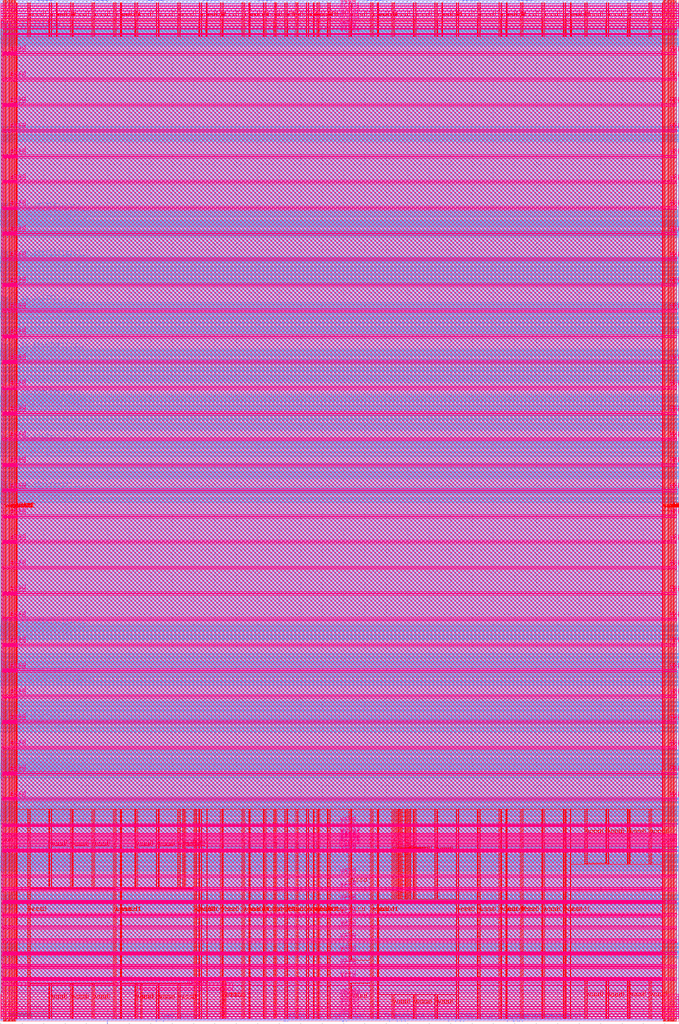
<source format=lef>
VERSION 5.7 ;
  NOWIREEXTENSIONATPIN ON ;
  DIVIDERCHAR "/" ;
  BUSBITCHARS "[]" ;
MACRO caravel_core
  CLASS BLOCK ;
  FOREIGN caravel_core ;
  ORIGIN 0.000 0.000 ;
  SIZE 3165.000 BY 4767.000 ;
  PIN clock_core
    DIRECTION INPUT ;
    USE SIGNAL ;
    PORT
      LAYER met2 ;
        RECT 725.135 -2.000 725.415 4.000 ;
    END
  END clock_core
  PIN flash_clk_frame
    DIRECTION OUTPUT TRISTATE ;
    USE SIGNAL ;
    PORT
      LAYER met2 ;
        RECT 1597.335 -2.000 1597.615 4.000 ;
    END
  END flash_clk_frame
  PIN flash_clk_oeb
    DIRECTION OUTPUT TRISTATE ;
    USE SIGNAL ;
    PORT
      LAYER met2 ;
        RECT 1612.975 -2.000 1613.255 4.000 ;
    END
  END flash_clk_oeb
  PIN flash_csb_frame
    DIRECTION OUTPUT TRISTATE ;
    USE SIGNAL ;
    PORT
      LAYER met2 ;
        RECT 1323.335 -2.000 1323.615 4.000 ;
    END
  END flash_csb_frame
  PIN flash_csb_oeb
    DIRECTION OUTPUT TRISTATE ;
    USE SIGNAL ;
    PORT
      LAYER met2 ;
        RECT 1338.975 -2.000 1339.255 4.000 ;
    END
  END flash_csb_oeb
  PIN flash_io0_di
    DIRECTION INPUT ;
    USE SIGNAL ;
    PORT
      LAYER met2 ;
        RECT 1816.135 -2.000 1816.415 4.000 ;
    END
  END flash_io0_di
  PIN flash_io0_do
    DIRECTION OUTPUT TRISTATE ;
    USE SIGNAL ;
    PORT
      LAYER met2 ;
        RECT 1871.335 -2.000 1871.615 4.000 ;
    END
  END flash_io0_do
  PIN flash_io0_ieb
    DIRECTION OUTPUT TRISTATE ;
    USE SIGNAL ;
    PORT
      LAYER met2 ;
        RECT 1849.715 -2.000 1849.995 4.000 ;
    END
  END flash_io0_ieb
  PIN flash_io0_oeb
    DIRECTION OUTPUT TRISTATE ;
    USE SIGNAL ;
    PORT
      LAYER met2 ;
        RECT 1886.975 -2.000 1887.255 4.000 ;
    END
  END flash_io0_oeb
  PIN flash_io1_di
    DIRECTION INPUT ;
    USE SIGNAL ;
    PORT
      LAYER met2 ;
        RECT 2090.135 -2.000 2090.415 4.000 ;
    END
  END flash_io1_di
  PIN flash_io1_do
    DIRECTION OUTPUT TRISTATE ;
    USE SIGNAL ;
    PORT
      LAYER met2 ;
        RECT 2145.335 -2.000 2145.615 4.000 ;
    END
  END flash_io1_do
  PIN flash_io1_ieb
    DIRECTION OUTPUT TRISTATE ;
    USE SIGNAL ;
    PORT
      LAYER met2 ;
        RECT 2123.715 -2.000 2123.995 4.000 ;
    END
  END flash_io1_ieb
  PIN flash_io1_oeb
    DIRECTION OUTPUT TRISTATE ;
    USE SIGNAL ;
    PORT
      LAYER met2 ;
        RECT 2160.975 -2.000 2161.255 4.000 ;
    END
  END flash_io1_oeb
  PIN gpio_in_core
    DIRECTION INPUT ;
    USE SIGNAL ;
    PORT
      LAYER met2 ;
        RECT 2364.135 -2.000 2364.415 4.000 ;
    END
  END gpio_in_core
  PIN gpio_inenb_core
    DIRECTION OUTPUT TRISTATE ;
    USE SIGNAL ;
    PORT
      LAYER met2 ;
        RECT 2397.715 -2.000 2397.995 4.000 ;
    END
  END gpio_inenb_core
  PIN gpio_mode0_core
    DIRECTION OUTPUT TRISTATE ;
    USE SIGNAL ;
    PORT
      LAYER met2 ;
        RECT 2391.735 -2.000 2392.015 4.000 ;
    END
  END gpio_mode0_core
  PIN gpio_mode1_core
    DIRECTION OUTPUT TRISTATE ;
    USE SIGNAL ;
    PORT
      LAYER met2 ;
        RECT 2413.355 -2.000 2413.635 4.000 ;
    END
  END gpio_mode1_core
  PIN gpio_out_core
    DIRECTION OUTPUT TRISTATE ;
    USE SIGNAL ;
    PORT
      LAYER met2 ;
        RECT 2419.335 -2.000 2419.615 4.000 ;
    END
  END gpio_out_core
  PIN gpio_outenb_core
    DIRECTION OUTPUT TRISTATE ;
    USE SIGNAL ;
    PORT
      LAYER met2 ;
        RECT 2434.975 -2.000 2435.255 4.000 ;
    END
  END gpio_outenb_core
  PIN mprj_analog_io[0]
    DIRECTION INOUT ;
    USE SIGNAL ;
    PORT
      LAYER met3 ;
        RECT 3161.000 2545.395 3167.185 2545.995 ;
    END
  END mprj_analog_io[0]
  PIN mprj_analog_io[10]
    DIRECTION INOUT ;
    USE SIGNAL ;
    PORT
      LAYER met2 ;
        RECT 2215.165 4763.000 2215.445 4768.935 ;
    END
  END mprj_analog_io[10]
  PIN mprj_analog_io[11]
    DIRECTION INOUT ;
    USE SIGNAL ;
    PORT
      LAYER met2 ;
        RECT 1770.165 4763.000 1770.445 4768.935 ;
    END
  END mprj_analog_io[11]
  PIN mprj_analog_io[12]
    DIRECTION INOUT ;
    USE SIGNAL ;
    PORT
      LAYER met2 ;
        RECT 1261.165 4763.000 1261.445 4768.935 ;
    END
  END mprj_analog_io[12]
  PIN mprj_analog_io[13]
    DIRECTION INOUT ;
    USE SIGNAL ;
    PORT
      LAYER met2 ;
        RECT 1003.165 4763.000 1003.445 4768.935 ;
    END
  END mprj_analog_io[13]
  PIN mprj_analog_io[14]
    DIRECTION INOUT ;
    USE SIGNAL ;
    PORT
      LAYER met2 ;
        RECT 746.165 4763.000 746.445 4768.935 ;
    END
  END mprj_analog_io[14]
  PIN mprj_analog_io[15]
    DIRECTION INOUT ;
    USE SIGNAL ;
    PORT
      LAYER met2 ;
        RECT 489.165 4763.000 489.445 4768.935 ;
    END
  END mprj_analog_io[15]
  PIN mprj_analog_io[16]
    DIRECTION INOUT ;
    USE SIGNAL ;
    PORT
      LAYER met2 ;
        RECT 232.165 4763.000 232.445 4768.935 ;
    END
  END mprj_analog_io[16]
  PIN mprj_analog_io[17]
    DIRECTION INOUT ;
    USE SIGNAL ;
    PORT
      LAYER met3 ;
        RECT -2.185 4623.005 4.000 4623.605 ;
    END
  END mprj_analog_io[17]
  PIN mprj_analog_io[18]
    DIRECTION INOUT ;
    USE SIGNAL ;
    PORT
      LAYER met3 ;
        RECT -2.185 3774.005 4.000 3774.605 ;
    END
  END mprj_analog_io[18]
  PIN mprj_analog_io[19]
    DIRECTION INOUT ;
    USE SIGNAL ;
    PORT
      LAYER met3 ;
        RECT -2.185 3558.005 4.000 3558.605 ;
    END
  END mprj_analog_io[19]
  PIN mprj_analog_io[1]
    DIRECTION INOUT ;
    USE SIGNAL ;
    PORT
      LAYER met3 ;
        RECT 3161.000 2771.395 3167.185 2771.995 ;
    END
  END mprj_analog_io[1]
  PIN mprj_analog_io[20]
    DIRECTION INOUT ;
    USE SIGNAL ;
    PORT
      LAYER met3 ;
        RECT -2.185 3342.005 4.000 3342.605 ;
    END
  END mprj_analog_io[20]
  PIN mprj_analog_io[21]
    DIRECTION INOUT ;
    USE SIGNAL ;
    PORT
      LAYER met3 ;
        RECT -2.185 3126.005 4.000 3126.605 ;
    END
  END mprj_analog_io[21]
  PIN mprj_analog_io[22]
    DIRECTION INOUT ;
    USE SIGNAL ;
    PORT
      LAYER met3 ;
        RECT -2.185 2910.005 4.000 2910.605 ;
    END
  END mprj_analog_io[22]
  PIN mprj_analog_io[23]
    DIRECTION INOUT ;
    USE SIGNAL ;
    PORT
      LAYER met3 ;
        RECT -2.185 2694.005 4.000 2694.605 ;
    END
  END mprj_analog_io[23]
  PIN mprj_analog_io[24]
    DIRECTION INOUT ;
    USE SIGNAL ;
    PORT
      LAYER met3 ;
        RECT -2.185 2478.005 4.000 2478.605 ;
    END
  END mprj_analog_io[24]
  PIN mprj_analog_io[25]
    DIRECTION INOUT ;
    USE SIGNAL ;
    PORT
      LAYER met3 ;
        RECT -2.185 1840.005 4.000 1840.605 ;
    END
  END mprj_analog_io[25]
  PIN mprj_analog_io[26]
    DIRECTION INOUT ;
    USE SIGNAL ;
    PORT
      LAYER met3 ;
        RECT -2.185 1624.005 4.000 1624.605 ;
    END
  END mprj_analog_io[26]
  PIN mprj_analog_io[27]
    DIRECTION INOUT ;
    USE SIGNAL ;
    PORT
      LAYER met3 ;
        RECT -2.185 1408.005 4.000 1408.605 ;
    END
  END mprj_analog_io[27]
  PIN mprj_analog_io[28]
    DIRECTION INOUT ;
    USE SIGNAL ;
    PORT
      LAYER met3 ;
        RECT -2.185 1192.005 4.000 1192.605 ;
    END
  END mprj_analog_io[28]
  PIN mprj_analog_io[2]
    DIRECTION INOUT ;
    USE SIGNAL ;
    PORT
      LAYER met3 ;
        RECT 3161.000 2996.395 3167.185 2996.995 ;
    END
  END mprj_analog_io[2]
  PIN mprj_analog_io[3]
    DIRECTION INOUT ;
    USE SIGNAL ;
    PORT
      LAYER met3 ;
        RECT 3161.000 3222.395 3167.185 3222.995 ;
    END
  END mprj_analog_io[3]
  PIN mprj_analog_io[4]
    DIRECTION INOUT ;
    USE SIGNAL ;
    PORT
      LAYER met3 ;
        RECT 3161.000 3447.395 3167.185 3447.995 ;
    END
  END mprj_analog_io[4]
  PIN mprj_analog_io[5]
    DIRECTION INOUT ;
    USE SIGNAL ;
    PORT
      LAYER met3 ;
        RECT 3161.000 3672.395 3167.185 3672.995 ;
    END
  END mprj_analog_io[5]
  PIN mprj_analog_io[6]
    DIRECTION INOUT ;
    USE SIGNAL ;
    PORT
      LAYER met3 ;
        RECT 3161.000 4118.395 3167.185 4118.995 ;
    END
  END mprj_analog_io[6]
  PIN mprj_analog_io[7]
    DIRECTION INOUT ;
    USE SIGNAL ;
    PORT
      LAYER met3 ;
        RECT 3161.000 4564.395 3167.185 4564.995 ;
    END
  END mprj_analog_io[7]
  PIN mprj_analog_io[8]
    DIRECTION INOUT ;
    USE SIGNAL ;
    PORT
      LAYER met2 ;
        RECT 2981.165 4763.000 2981.445 4768.935 ;
    END
  END mprj_analog_io[8]
  PIN mprj_analog_io[9]
    DIRECTION INOUT ;
    USE SIGNAL ;
    PORT
      LAYER met2 ;
        RECT 2472.165 4763.000 2472.445 4768.935 ;
    END
  END mprj_analog_io[9]
  PIN mprj_io_analog_en[0]
    DIRECTION OUTPUT TRISTATE ;
    USE SIGNAL ;
    PORT
      LAYER met3 ;
        RECT 3161.000 318.355 3167.185 318.955 ;
    END
  END mprj_io_analog_en[0]
  PIN mprj_io_analog_en[10]
    DIRECTION OUTPUT TRISTATE ;
    USE SIGNAL ;
    PORT
      LAYER met3 ;
        RECT 3161.000 3234.355 3167.185 3234.955 ;
    END
  END mprj_io_analog_en[10]
  PIN mprj_io_analog_en[11]
    DIRECTION OUTPUT TRISTATE ;
    USE SIGNAL ;
    PORT
      LAYER met3 ;
        RECT 3161.000 3459.355 3167.185 3459.955 ;
    END
  END mprj_io_analog_en[11]
  PIN mprj_io_analog_en[12]
    DIRECTION OUTPUT TRISTATE ;
    USE SIGNAL ;
    PORT
      LAYER met3 ;
        RECT 3161.000 3684.355 3167.185 3684.955 ;
    END
  END mprj_io_analog_en[12]
  PIN mprj_io_analog_en[13]
    DIRECTION OUTPUT TRISTATE ;
    USE SIGNAL ;
    PORT
      LAYER met3 ;
        RECT 3161.000 4130.355 3167.185 4130.955 ;
    END
  END mprj_io_analog_en[13]
  PIN mprj_io_analog_en[14]
    DIRECTION OUTPUT TRISTATE ;
    USE SIGNAL ;
    PORT
      LAYER met3 ;
        RECT 3161.000 4576.355 3167.185 4576.955 ;
    END
  END mprj_io_analog_en[14]
  PIN mprj_io_analog_en[15]
    DIRECTION OUTPUT TRISTATE ;
    USE SIGNAL ;
    PORT
      LAYER met2 ;
        RECT 2969.205 4763.000 2969.485 4768.935 ;
    END
  END mprj_io_analog_en[15]
  PIN mprj_io_analog_en[16]
    DIRECTION OUTPUT TRISTATE ;
    USE SIGNAL ;
    PORT
      LAYER met2 ;
        RECT 2460.205 4763.000 2460.485 4768.935 ;
    END
  END mprj_io_analog_en[16]
  PIN mprj_io_analog_en[17]
    DIRECTION OUTPUT TRISTATE ;
    USE SIGNAL ;
    PORT
      LAYER met2 ;
        RECT 2203.205 4763.000 2203.485 4768.935 ;
    END
  END mprj_io_analog_en[17]
  PIN mprj_io_analog_en[18]
    DIRECTION OUTPUT TRISTATE ;
    USE SIGNAL ;
    PORT
      LAYER met2 ;
        RECT 1758.205 4763.000 1758.485 4768.935 ;
    END
  END mprj_io_analog_en[18]
  PIN mprj_io_analog_en[19]
    DIRECTION OUTPUT TRISTATE ;
    USE SIGNAL ;
    PORT
      LAYER met2 ;
        RECT 1249.205 4763.000 1249.485 4768.935 ;
    END
  END mprj_io_analog_en[19]
  PIN mprj_io_analog_en[1]
    DIRECTION OUTPUT TRISTATE ;
    USE SIGNAL ;
    PORT
      LAYER met3 ;
        RECT 3161.000 544.355 3167.185 544.955 ;
    END
  END mprj_io_analog_en[1]
  PIN mprj_io_analog_en[20]
    DIRECTION OUTPUT TRISTATE ;
    USE SIGNAL ;
    PORT
      LAYER met2 ;
        RECT 991.205 4763.000 991.485 4768.935 ;
    END
  END mprj_io_analog_en[20]
  PIN mprj_io_analog_en[21]
    DIRECTION OUTPUT TRISTATE ;
    USE SIGNAL ;
    PORT
      LAYER met2 ;
        RECT 734.205 4763.000 734.485 4768.935 ;
    END
  END mprj_io_analog_en[21]
  PIN mprj_io_analog_en[22]
    DIRECTION OUTPUT TRISTATE ;
    USE SIGNAL ;
    PORT
      LAYER met2 ;
        RECT 477.205 4763.000 477.485 4768.935 ;
    END
  END mprj_io_analog_en[22]
  PIN mprj_io_analog_en[23]
    DIRECTION OUTPUT TRISTATE ;
    USE SIGNAL ;
    PORT
      LAYER met2 ;
        RECT 220.205 4763.000 220.485 4768.935 ;
    END
  END mprj_io_analog_en[23]
  PIN mprj_io_analog_en[24]
    DIRECTION OUTPUT TRISTATE ;
    USE SIGNAL ;
    PORT
      LAYER met3 ;
        RECT -2.185 4611.045 4.000 4611.645 ;
    END
  END mprj_io_analog_en[24]
  PIN mprj_io_analog_en[25]
    DIRECTION OUTPUT TRISTATE ;
    USE SIGNAL ;
    PORT
      LAYER met3 ;
        RECT -2.185 3762.045 4.000 3762.645 ;
    END
  END mprj_io_analog_en[25]
  PIN mprj_io_analog_en[26]
    DIRECTION OUTPUT TRISTATE ;
    USE SIGNAL ;
    PORT
      LAYER met3 ;
        RECT -2.185 3546.045 4.000 3546.645 ;
    END
  END mprj_io_analog_en[26]
  PIN mprj_io_analog_en[27]
    DIRECTION OUTPUT TRISTATE ;
    USE SIGNAL ;
    PORT
      LAYER met3 ;
        RECT -2.185 3330.045 4.000 3330.645 ;
    END
  END mprj_io_analog_en[27]
  PIN mprj_io_analog_en[28]
    DIRECTION OUTPUT TRISTATE ;
    USE SIGNAL ;
    PORT
      LAYER met3 ;
        RECT -2.185 3114.045 4.000 3114.645 ;
    END
  END mprj_io_analog_en[28]
  PIN mprj_io_analog_en[29]
    DIRECTION OUTPUT TRISTATE ;
    USE SIGNAL ;
    PORT
      LAYER met3 ;
        RECT -2.185 2898.045 4.000 2898.645 ;
    END
  END mprj_io_analog_en[29]
  PIN mprj_io_analog_en[2]
    DIRECTION OUTPUT TRISTATE ;
    USE SIGNAL ;
    PORT
      LAYER met3 ;
        RECT 3161.000 769.355 3167.185 769.955 ;
    END
  END mprj_io_analog_en[2]
  PIN mprj_io_analog_en[30]
    DIRECTION OUTPUT TRISTATE ;
    USE SIGNAL ;
    PORT
      LAYER met3 ;
        RECT -2.185 2682.045 4.000 2682.645 ;
    END
  END mprj_io_analog_en[30]
  PIN mprj_io_analog_en[31]
    DIRECTION OUTPUT TRISTATE ;
    USE SIGNAL ;
    PORT
      LAYER met3 ;
        RECT -2.185 2466.045 4.000 2466.645 ;
    END
  END mprj_io_analog_en[31]
  PIN mprj_io_analog_en[32]
    DIRECTION OUTPUT TRISTATE ;
    USE SIGNAL ;
    PORT
      LAYER met3 ;
        RECT -2.185 1828.045 4.000 1828.645 ;
    END
  END mprj_io_analog_en[32]
  PIN mprj_io_analog_en[33]
    DIRECTION OUTPUT TRISTATE ;
    USE SIGNAL ;
    PORT
      LAYER met3 ;
        RECT -2.185 1612.045 4.000 1612.645 ;
    END
  END mprj_io_analog_en[33]
  PIN mprj_io_analog_en[34]
    DIRECTION OUTPUT TRISTATE ;
    USE SIGNAL ;
    PORT
      LAYER met3 ;
        RECT -2.185 1396.045 4.000 1396.645 ;
    END
  END mprj_io_analog_en[34]
  PIN mprj_io_analog_en[35]
    DIRECTION OUTPUT TRISTATE ;
    USE SIGNAL ;
    PORT
      LAYER met3 ;
        RECT -2.185 1180.045 4.000 1180.645 ;
    END
  END mprj_io_analog_en[35]
  PIN mprj_io_analog_en[36]
    DIRECTION OUTPUT TRISTATE ;
    USE SIGNAL ;
    PORT
      LAYER met3 ;
        RECT -2.185 964.045 4.000 964.645 ;
    END
  END mprj_io_analog_en[36]
  PIN mprj_io_analog_en[37]
    DIRECTION OUTPUT TRISTATE ;
    USE SIGNAL ;
    PORT
      LAYER met3 ;
        RECT -2.185 748.045 4.000 748.645 ;
    END
  END mprj_io_analog_en[37]
  PIN mprj_io_analog_en[3]
    DIRECTION OUTPUT TRISTATE ;
    USE SIGNAL ;
    PORT
      LAYER met3 ;
        RECT 3161.000 995.355 3167.185 995.955 ;
    END
  END mprj_io_analog_en[3]
  PIN mprj_io_analog_en[4]
    DIRECTION OUTPUT TRISTATE ;
    USE SIGNAL ;
    PORT
      LAYER met3 ;
        RECT 3161.000 1220.355 3167.185 1220.955 ;
    END
  END mprj_io_analog_en[4]
  PIN mprj_io_analog_en[5]
    DIRECTION OUTPUT TRISTATE ;
    USE SIGNAL ;
    PORT
      LAYER met3 ;
        RECT 3161.000 1445.355 3167.185 1445.955 ;
    END
  END mprj_io_analog_en[5]
  PIN mprj_io_analog_en[6]
    DIRECTION OUTPUT TRISTATE ;
    USE SIGNAL ;
    PORT
      LAYER met3 ;
        RECT 3161.000 1671.355 3167.185 1671.955 ;
    END
  END mprj_io_analog_en[6]
  PIN mprj_io_analog_en[7]
    DIRECTION OUTPUT TRISTATE ;
    USE SIGNAL ;
    PORT
      LAYER met3 ;
        RECT 3161.000 2557.355 3167.185 2557.955 ;
    END
  END mprj_io_analog_en[7]
  PIN mprj_io_analog_en[8]
    DIRECTION OUTPUT TRISTATE ;
    USE SIGNAL ;
    PORT
      LAYER met3 ;
        RECT 3161.000 2783.355 3167.185 2783.955 ;
    END
  END mprj_io_analog_en[8]
  PIN mprj_io_analog_en[9]
    DIRECTION OUTPUT TRISTATE ;
    USE SIGNAL ;
    PORT
      LAYER met3 ;
        RECT 3161.000 3008.355 3167.185 3008.955 ;
    END
  END mprj_io_analog_en[9]
  PIN mprj_io_analog_pol[0]
    DIRECTION OUTPUT TRISTATE ;
    USE SIGNAL ;
    PORT
      LAYER met3 ;
        RECT 3161.000 324.795 3167.185 325.395 ;
    END
  END mprj_io_analog_pol[0]
  PIN mprj_io_analog_pol[10]
    DIRECTION OUTPUT TRISTATE ;
    USE SIGNAL ;
    PORT
      LAYER met3 ;
        RECT 3161.000 3240.795 3167.185 3241.395 ;
    END
  END mprj_io_analog_pol[10]
  PIN mprj_io_analog_pol[11]
    DIRECTION OUTPUT TRISTATE ;
    USE SIGNAL ;
    PORT
      LAYER met3 ;
        RECT 3161.000 3465.795 3167.185 3466.395 ;
    END
  END mprj_io_analog_pol[11]
  PIN mprj_io_analog_pol[12]
    DIRECTION OUTPUT TRISTATE ;
    USE SIGNAL ;
    PORT
      LAYER met3 ;
        RECT 3161.000 3690.795 3167.185 3691.395 ;
    END
  END mprj_io_analog_pol[12]
  PIN mprj_io_analog_pol[13]
    DIRECTION OUTPUT TRISTATE ;
    USE SIGNAL ;
    PORT
      LAYER met3 ;
        RECT 3161.000 4136.795 3167.185 4137.395 ;
    END
  END mprj_io_analog_pol[13]
  PIN mprj_io_analog_pol[14]
    DIRECTION OUTPUT TRISTATE ;
    USE SIGNAL ;
    PORT
      LAYER met3 ;
        RECT 3161.000 4582.795 3167.185 4583.395 ;
    END
  END mprj_io_analog_pol[14]
  PIN mprj_io_analog_pol[15]
    DIRECTION OUTPUT TRISTATE ;
    USE SIGNAL ;
    PORT
      LAYER met2 ;
        RECT 2962.765 4763.000 2963.045 4768.935 ;
    END
  END mprj_io_analog_pol[15]
  PIN mprj_io_analog_pol[16]
    DIRECTION OUTPUT TRISTATE ;
    USE SIGNAL ;
    PORT
      LAYER met2 ;
        RECT 2453.765 4763.000 2454.045 4768.935 ;
    END
  END mprj_io_analog_pol[16]
  PIN mprj_io_analog_pol[17]
    DIRECTION OUTPUT TRISTATE ;
    USE SIGNAL ;
    PORT
      LAYER met2 ;
        RECT 2196.765 4763.000 2197.045 4768.935 ;
    END
  END mprj_io_analog_pol[17]
  PIN mprj_io_analog_pol[18]
    DIRECTION OUTPUT TRISTATE ;
    USE SIGNAL ;
    PORT
      LAYER met2 ;
        RECT 1751.765 4763.000 1752.045 4768.935 ;
    END
  END mprj_io_analog_pol[18]
  PIN mprj_io_analog_pol[19]
    DIRECTION OUTPUT TRISTATE ;
    USE SIGNAL ;
    PORT
      LAYER met2 ;
        RECT 1242.765 4763.000 1243.045 4768.935 ;
    END
  END mprj_io_analog_pol[19]
  PIN mprj_io_analog_pol[1]
    DIRECTION OUTPUT TRISTATE ;
    USE SIGNAL ;
    PORT
      LAYER met3 ;
        RECT 3161.000 550.795 3167.185 551.395 ;
    END
  END mprj_io_analog_pol[1]
  PIN mprj_io_analog_pol[20]
    DIRECTION OUTPUT TRISTATE ;
    USE SIGNAL ;
    PORT
      LAYER met2 ;
        RECT 984.765 4763.000 985.045 4768.935 ;
    END
  END mprj_io_analog_pol[20]
  PIN mprj_io_analog_pol[21]
    DIRECTION OUTPUT TRISTATE ;
    USE SIGNAL ;
    PORT
      LAYER met2 ;
        RECT 727.765 4763.000 728.045 4768.935 ;
    END
  END mprj_io_analog_pol[21]
  PIN mprj_io_analog_pol[22]
    DIRECTION OUTPUT TRISTATE ;
    USE SIGNAL ;
    PORT
      LAYER met2 ;
        RECT 470.765 4763.000 471.045 4768.935 ;
    END
  END mprj_io_analog_pol[22]
  PIN mprj_io_analog_pol[23]
    DIRECTION OUTPUT TRISTATE ;
    USE SIGNAL ;
    PORT
      LAYER met2 ;
        RECT 213.765 4763.000 214.045 4768.935 ;
    END
  END mprj_io_analog_pol[23]
  PIN mprj_io_analog_pol[24]
    DIRECTION OUTPUT TRISTATE ;
    USE SIGNAL ;
    PORT
      LAYER met3 ;
        RECT -2.185 4604.605 4.000 4605.205 ;
    END
  END mprj_io_analog_pol[24]
  PIN mprj_io_analog_pol[25]
    DIRECTION OUTPUT TRISTATE ;
    USE SIGNAL ;
    PORT
      LAYER met3 ;
        RECT -2.185 3755.605 4.000 3756.205 ;
    END
  END mprj_io_analog_pol[25]
  PIN mprj_io_analog_pol[26]
    DIRECTION OUTPUT TRISTATE ;
    USE SIGNAL ;
    PORT
      LAYER met3 ;
        RECT -2.185 3539.605 4.000 3540.205 ;
    END
  END mprj_io_analog_pol[26]
  PIN mprj_io_analog_pol[27]
    DIRECTION OUTPUT TRISTATE ;
    USE SIGNAL ;
    PORT
      LAYER met3 ;
        RECT -2.185 3323.605 4.000 3324.205 ;
    END
  END mprj_io_analog_pol[27]
  PIN mprj_io_analog_pol[28]
    DIRECTION OUTPUT TRISTATE ;
    USE SIGNAL ;
    PORT
      LAYER met3 ;
        RECT -2.185 3107.605 4.000 3108.205 ;
    END
  END mprj_io_analog_pol[28]
  PIN mprj_io_analog_pol[29]
    DIRECTION OUTPUT TRISTATE ;
    USE SIGNAL ;
    PORT
      LAYER met3 ;
        RECT -2.185 2891.605 4.000 2892.205 ;
    END
  END mprj_io_analog_pol[29]
  PIN mprj_io_analog_pol[2]
    DIRECTION OUTPUT TRISTATE ;
    USE SIGNAL ;
    PORT
      LAYER met3 ;
        RECT 3161.000 775.795 3167.185 776.395 ;
    END
  END mprj_io_analog_pol[2]
  PIN mprj_io_analog_pol[30]
    DIRECTION OUTPUT TRISTATE ;
    USE SIGNAL ;
    PORT
      LAYER met3 ;
        RECT -2.185 2675.605 4.000 2676.205 ;
    END
  END mprj_io_analog_pol[30]
  PIN mprj_io_analog_pol[31]
    DIRECTION OUTPUT TRISTATE ;
    USE SIGNAL ;
    PORT
      LAYER met3 ;
        RECT -2.185 2459.605 4.000 2460.205 ;
    END
  END mprj_io_analog_pol[31]
  PIN mprj_io_analog_pol[32]
    DIRECTION OUTPUT TRISTATE ;
    USE SIGNAL ;
    PORT
      LAYER met3 ;
        RECT -2.185 1821.605 4.000 1822.205 ;
    END
  END mprj_io_analog_pol[32]
  PIN mprj_io_analog_pol[33]
    DIRECTION OUTPUT TRISTATE ;
    USE SIGNAL ;
    PORT
      LAYER met3 ;
        RECT -2.185 1605.605 4.000 1606.205 ;
    END
  END mprj_io_analog_pol[33]
  PIN mprj_io_analog_pol[34]
    DIRECTION OUTPUT TRISTATE ;
    USE SIGNAL ;
    PORT
      LAYER met3 ;
        RECT -2.185 1389.605 4.000 1390.205 ;
    END
  END mprj_io_analog_pol[34]
  PIN mprj_io_analog_pol[35]
    DIRECTION OUTPUT TRISTATE ;
    USE SIGNAL ;
    PORT
      LAYER met3 ;
        RECT -2.185 1173.605 4.000 1174.205 ;
    END
  END mprj_io_analog_pol[35]
  PIN mprj_io_analog_pol[36]
    DIRECTION OUTPUT TRISTATE ;
    USE SIGNAL ;
    PORT
      LAYER met3 ;
        RECT -2.185 957.605 4.000 958.205 ;
    END
  END mprj_io_analog_pol[36]
  PIN mprj_io_analog_pol[37]
    DIRECTION OUTPUT TRISTATE ;
    USE SIGNAL ;
    PORT
      LAYER met3 ;
        RECT -2.185 741.605 4.000 742.205 ;
    END
  END mprj_io_analog_pol[37]
  PIN mprj_io_analog_pol[3]
    DIRECTION OUTPUT TRISTATE ;
    USE SIGNAL ;
    PORT
      LAYER met3 ;
        RECT 3161.000 1001.795 3167.185 1002.395 ;
    END
  END mprj_io_analog_pol[3]
  PIN mprj_io_analog_pol[4]
    DIRECTION OUTPUT TRISTATE ;
    USE SIGNAL ;
    PORT
      LAYER met3 ;
        RECT 3161.000 1226.795 3167.185 1227.395 ;
    END
  END mprj_io_analog_pol[4]
  PIN mprj_io_analog_pol[5]
    DIRECTION OUTPUT TRISTATE ;
    USE SIGNAL ;
    PORT
      LAYER met3 ;
        RECT 3161.000 1451.795 3167.185 1452.395 ;
    END
  END mprj_io_analog_pol[5]
  PIN mprj_io_analog_pol[6]
    DIRECTION OUTPUT TRISTATE ;
    USE SIGNAL ;
    PORT
      LAYER met3 ;
        RECT 3161.000 1677.795 3167.185 1678.395 ;
    END
  END mprj_io_analog_pol[6]
  PIN mprj_io_analog_pol[7]
    DIRECTION OUTPUT TRISTATE ;
    USE SIGNAL ;
    PORT
      LAYER met3 ;
        RECT 3161.000 2563.795 3167.185 2564.395 ;
    END
  END mprj_io_analog_pol[7]
  PIN mprj_io_analog_pol[8]
    DIRECTION OUTPUT TRISTATE ;
    USE SIGNAL ;
    PORT
      LAYER met3 ;
        RECT 3161.000 2789.795 3167.185 2790.395 ;
    END
  END mprj_io_analog_pol[8]
  PIN mprj_io_analog_pol[9]
    DIRECTION OUTPUT TRISTATE ;
    USE SIGNAL ;
    PORT
      LAYER met3 ;
        RECT 3161.000 3014.795 3167.185 3015.395 ;
    END
  END mprj_io_analog_pol[9]
  PIN mprj_io_analog_sel[0]
    DIRECTION OUTPUT TRISTATE ;
    USE SIGNAL ;
    PORT
      LAYER met3 ;
        RECT 3161.000 339.975 3167.185 340.575 ;
    END
  END mprj_io_analog_sel[0]
  PIN mprj_io_analog_sel[10]
    DIRECTION OUTPUT TRISTATE ;
    USE SIGNAL ;
    PORT
      LAYER met3 ;
        RECT 3161.000 3255.975 3167.185 3256.575 ;
    END
  END mprj_io_analog_sel[10]
  PIN mprj_io_analog_sel[11]
    DIRECTION OUTPUT TRISTATE ;
    USE SIGNAL ;
    PORT
      LAYER met3 ;
        RECT 3161.000 3480.975 3167.185 3481.575 ;
    END
  END mprj_io_analog_sel[11]
  PIN mprj_io_analog_sel[12]
    DIRECTION OUTPUT TRISTATE ;
    USE SIGNAL ;
    PORT
      LAYER met3 ;
        RECT 3161.000 3705.975 3167.185 3706.575 ;
    END
  END mprj_io_analog_sel[12]
  PIN mprj_io_analog_sel[13]
    DIRECTION OUTPUT TRISTATE ;
    USE SIGNAL ;
    PORT
      LAYER met3 ;
        RECT 3161.000 4151.975 3167.185 4152.575 ;
    END
  END mprj_io_analog_sel[13]
  PIN mprj_io_analog_sel[14]
    DIRECTION OUTPUT TRISTATE ;
    USE SIGNAL ;
    PORT
      LAYER met3 ;
        RECT 3161.000 4597.975 3167.185 4598.575 ;
    END
  END mprj_io_analog_sel[14]
  PIN mprj_io_analog_sel[15]
    DIRECTION OUTPUT TRISTATE ;
    USE SIGNAL ;
    PORT
      LAYER met2 ;
        RECT 2947.585 4763.000 2947.865 4768.935 ;
    END
  END mprj_io_analog_sel[15]
  PIN mprj_io_analog_sel[16]
    DIRECTION OUTPUT TRISTATE ;
    USE SIGNAL ;
    PORT
      LAYER met2 ;
        RECT 2438.585 4763.000 2438.865 4768.935 ;
    END
  END mprj_io_analog_sel[16]
  PIN mprj_io_analog_sel[17]
    DIRECTION OUTPUT TRISTATE ;
    USE SIGNAL ;
    PORT
      LAYER met2 ;
        RECT 2181.585 4763.000 2181.865 4768.935 ;
    END
  END mprj_io_analog_sel[17]
  PIN mprj_io_analog_sel[18]
    DIRECTION OUTPUT TRISTATE ;
    USE SIGNAL ;
    PORT
      LAYER met2 ;
        RECT 1736.585 4763.000 1736.865 4768.935 ;
    END
  END mprj_io_analog_sel[18]
  PIN mprj_io_analog_sel[19]
    DIRECTION OUTPUT TRISTATE ;
    USE SIGNAL ;
    PORT
      LAYER met2 ;
        RECT 1227.585 4763.000 1227.865 4768.935 ;
    END
  END mprj_io_analog_sel[19]
  PIN mprj_io_analog_sel[1]
    DIRECTION OUTPUT TRISTATE ;
    USE SIGNAL ;
    PORT
      LAYER met3 ;
        RECT 3161.000 565.975 3167.185 566.575 ;
    END
  END mprj_io_analog_sel[1]
  PIN mprj_io_analog_sel[20]
    DIRECTION OUTPUT TRISTATE ;
    USE SIGNAL ;
    PORT
      LAYER met2 ;
        RECT 969.585 4763.000 969.865 4768.935 ;
    END
  END mprj_io_analog_sel[20]
  PIN mprj_io_analog_sel[21]
    DIRECTION OUTPUT TRISTATE ;
    USE SIGNAL ;
    PORT
      LAYER met2 ;
        RECT 712.585 4763.000 712.865 4768.935 ;
    END
  END mprj_io_analog_sel[21]
  PIN mprj_io_analog_sel[22]
    DIRECTION OUTPUT TRISTATE ;
    USE SIGNAL ;
    PORT
      LAYER met2 ;
        RECT 455.585 4763.000 455.865 4768.935 ;
    END
  END mprj_io_analog_sel[22]
  PIN mprj_io_analog_sel[23]
    DIRECTION OUTPUT TRISTATE ;
    USE SIGNAL ;
    PORT
      LAYER met2 ;
        RECT 198.585 4763.000 198.865 4768.935 ;
    END
  END mprj_io_analog_sel[23]
  PIN mprj_io_analog_sel[24]
    DIRECTION OUTPUT TRISTATE ;
    USE SIGNAL ;
    PORT
      LAYER met3 ;
        RECT -2.185 4589.425 4.000 4590.025 ;
    END
  END mprj_io_analog_sel[24]
  PIN mprj_io_analog_sel[25]
    DIRECTION OUTPUT TRISTATE ;
    USE SIGNAL ;
    PORT
      LAYER met3 ;
        RECT -2.185 3740.425 4.000 3741.025 ;
    END
  END mprj_io_analog_sel[25]
  PIN mprj_io_analog_sel[26]
    DIRECTION OUTPUT TRISTATE ;
    USE SIGNAL ;
    PORT
      LAYER met3 ;
        RECT -2.185 3524.425 4.000 3525.025 ;
    END
  END mprj_io_analog_sel[26]
  PIN mprj_io_analog_sel[27]
    DIRECTION OUTPUT TRISTATE ;
    USE SIGNAL ;
    PORT
      LAYER met3 ;
        RECT -2.185 3308.425 4.000 3309.025 ;
    END
  END mprj_io_analog_sel[27]
  PIN mprj_io_analog_sel[28]
    DIRECTION OUTPUT TRISTATE ;
    USE SIGNAL ;
    PORT
      LAYER met3 ;
        RECT -2.185 3092.425 4.000 3093.025 ;
    END
  END mprj_io_analog_sel[28]
  PIN mprj_io_analog_sel[29]
    DIRECTION OUTPUT TRISTATE ;
    USE SIGNAL ;
    PORT
      LAYER met3 ;
        RECT -2.185 2876.425 4.000 2877.025 ;
    END
  END mprj_io_analog_sel[29]
  PIN mprj_io_analog_sel[2]
    DIRECTION OUTPUT TRISTATE ;
    USE SIGNAL ;
    PORT
      LAYER met3 ;
        RECT 3161.000 790.975 3167.185 791.575 ;
    END
  END mprj_io_analog_sel[2]
  PIN mprj_io_analog_sel[30]
    DIRECTION OUTPUT TRISTATE ;
    USE SIGNAL ;
    PORT
      LAYER met3 ;
        RECT -2.185 2660.425 4.000 2661.025 ;
    END
  END mprj_io_analog_sel[30]
  PIN mprj_io_analog_sel[31]
    DIRECTION OUTPUT TRISTATE ;
    USE SIGNAL ;
    PORT
      LAYER met3 ;
        RECT -2.185 2444.425 4.000 2445.025 ;
    END
  END mprj_io_analog_sel[31]
  PIN mprj_io_analog_sel[32]
    DIRECTION OUTPUT TRISTATE ;
    USE SIGNAL ;
    PORT
      LAYER met3 ;
        RECT -2.185 1806.425 4.000 1807.025 ;
    END
  END mprj_io_analog_sel[32]
  PIN mprj_io_analog_sel[33]
    DIRECTION OUTPUT TRISTATE ;
    USE SIGNAL ;
    PORT
      LAYER met3 ;
        RECT -2.185 1590.425 4.000 1591.025 ;
    END
  END mprj_io_analog_sel[33]
  PIN mprj_io_analog_sel[34]
    DIRECTION OUTPUT TRISTATE ;
    USE SIGNAL ;
    PORT
      LAYER met3 ;
        RECT -2.185 1374.425 4.000 1375.025 ;
    END
  END mprj_io_analog_sel[34]
  PIN mprj_io_analog_sel[35]
    DIRECTION OUTPUT TRISTATE ;
    USE SIGNAL ;
    PORT
      LAYER met3 ;
        RECT -2.185 1158.425 4.000 1159.025 ;
    END
  END mprj_io_analog_sel[35]
  PIN mprj_io_analog_sel[36]
    DIRECTION OUTPUT TRISTATE ;
    USE SIGNAL ;
    PORT
      LAYER met3 ;
        RECT -2.185 942.425 4.000 943.025 ;
    END
  END mprj_io_analog_sel[36]
  PIN mprj_io_analog_sel[37]
    DIRECTION OUTPUT TRISTATE ;
    USE SIGNAL ;
    PORT
      LAYER met3 ;
        RECT -2.185 726.425 4.000 727.025 ;
    END
  END mprj_io_analog_sel[37]
  PIN mprj_io_analog_sel[3]
    DIRECTION OUTPUT TRISTATE ;
    USE SIGNAL ;
    PORT
      LAYER met3 ;
        RECT 3161.000 1016.975 3167.185 1017.575 ;
    END
  END mprj_io_analog_sel[3]
  PIN mprj_io_analog_sel[4]
    DIRECTION OUTPUT TRISTATE ;
    USE SIGNAL ;
    PORT
      LAYER met3 ;
        RECT 3161.000 1241.975 3167.185 1242.575 ;
    END
  END mprj_io_analog_sel[4]
  PIN mprj_io_analog_sel[5]
    DIRECTION OUTPUT TRISTATE ;
    USE SIGNAL ;
    PORT
      LAYER met3 ;
        RECT 3161.000 1466.975 3167.185 1467.575 ;
    END
  END mprj_io_analog_sel[5]
  PIN mprj_io_analog_sel[6]
    DIRECTION OUTPUT TRISTATE ;
    USE SIGNAL ;
    PORT
      LAYER met3 ;
        RECT 3161.000 1692.975 3167.185 1693.575 ;
    END
  END mprj_io_analog_sel[6]
  PIN mprj_io_analog_sel[7]
    DIRECTION OUTPUT TRISTATE ;
    USE SIGNAL ;
    PORT
      LAYER met3 ;
        RECT 3161.000 2578.975 3167.185 2579.575 ;
    END
  END mprj_io_analog_sel[7]
  PIN mprj_io_analog_sel[8]
    DIRECTION OUTPUT TRISTATE ;
    USE SIGNAL ;
    PORT
      LAYER met3 ;
        RECT 3161.000 2804.975 3167.185 2805.575 ;
    END
  END mprj_io_analog_sel[8]
  PIN mprj_io_analog_sel[9]
    DIRECTION OUTPUT TRISTATE ;
    USE SIGNAL ;
    PORT
      LAYER met3 ;
        RECT 3161.000 3029.975 3167.185 3030.575 ;
    END
  END mprj_io_analog_sel[9]
  PIN mprj_io_dm[0]
    DIRECTION OUTPUT TRISTATE ;
    USE SIGNAL ;
    PORT
      LAYER met3 ;
        RECT 3161.000 321.575 3167.185 322.175 ;
    END
  END mprj_io_dm[0]
  PIN mprj_io_dm[100]
    DIRECTION OUTPUT TRISTATE ;
    USE SIGNAL ;
    PORT
      LAYER met3 ;
        RECT -2.185 1618.025 4.000 1618.625 ;
    END
  END mprj_io_dm[100]
  PIN mprj_io_dm[101]
    DIRECTION OUTPUT TRISTATE ;
    USE SIGNAL ;
    PORT
      LAYER met3 ;
        RECT -2.185 1587.205 4.000 1587.805 ;
    END
  END mprj_io_dm[101]
  PIN mprj_io_dm[102]
    DIRECTION OUTPUT TRISTATE ;
    USE SIGNAL ;
    PORT
      LAYER met3 ;
        RECT -2.185 1392.825 4.000 1393.425 ;
    END
  END mprj_io_dm[102]
  PIN mprj_io_dm[103]
    DIRECTION OUTPUT TRISTATE ;
    USE SIGNAL ;
    PORT
      LAYER met3 ;
        RECT -2.185 1402.025 4.000 1402.625 ;
    END
  END mprj_io_dm[103]
  PIN mprj_io_dm[104]
    DIRECTION OUTPUT TRISTATE ;
    USE SIGNAL ;
    PORT
      LAYER met3 ;
        RECT -2.185 1371.205 4.000 1371.805 ;
    END
  END mprj_io_dm[104]
  PIN mprj_io_dm[105]
    DIRECTION OUTPUT TRISTATE ;
    USE SIGNAL ;
    PORT
      LAYER met3 ;
        RECT -2.185 1176.825 4.000 1177.425 ;
    END
  END mprj_io_dm[105]
  PIN mprj_io_dm[106]
    DIRECTION OUTPUT TRISTATE ;
    USE SIGNAL ;
    PORT
      LAYER met3 ;
        RECT -2.185 1186.025 4.000 1186.625 ;
    END
  END mprj_io_dm[106]
  PIN mprj_io_dm[107]
    DIRECTION OUTPUT TRISTATE ;
    USE SIGNAL ;
    PORT
      LAYER met3 ;
        RECT -2.185 1155.205 4.000 1155.805 ;
    END
  END mprj_io_dm[107]
  PIN mprj_io_dm[108]
    DIRECTION OUTPUT TRISTATE ;
    USE SIGNAL ;
    PORT
      LAYER met3 ;
        RECT -2.185 960.825 4.000 961.425 ;
    END
  END mprj_io_dm[108]
  PIN mprj_io_dm[109]
    DIRECTION OUTPUT TRISTATE ;
    USE SIGNAL ;
    PORT
      LAYER met3 ;
        RECT -2.185 970.025 4.000 970.625 ;
    END
  END mprj_io_dm[109]
  PIN mprj_io_dm[10]
    DIRECTION OUTPUT TRISTATE ;
    USE SIGNAL ;
    PORT
      LAYER met3 ;
        RECT 3161.000 989.375 3167.185 989.975 ;
    END
  END mprj_io_dm[10]
  PIN mprj_io_dm[110]
    DIRECTION OUTPUT TRISTATE ;
    USE SIGNAL ;
    PORT
      LAYER met3 ;
        RECT -2.185 939.205 4.000 939.805 ;
    END
  END mprj_io_dm[110]
  PIN mprj_io_dm[111]
    DIRECTION OUTPUT TRISTATE ;
    USE SIGNAL ;
    PORT
      LAYER met3 ;
        RECT -2.185 744.825 4.000 745.425 ;
    END
  END mprj_io_dm[111]
  PIN mprj_io_dm[112]
    DIRECTION OUTPUT TRISTATE ;
    USE SIGNAL ;
    PORT
      LAYER met3 ;
        RECT -2.185 754.025 4.000 754.625 ;
    END
  END mprj_io_dm[112]
  PIN mprj_io_dm[113]
    DIRECTION OUTPUT TRISTATE ;
    USE SIGNAL ;
    PORT
      LAYER met3 ;
        RECT -2.185 723.205 4.000 723.805 ;
    END
  END mprj_io_dm[113]
  PIN mprj_io_dm[11]
    DIRECTION OUTPUT TRISTATE ;
    USE SIGNAL ;
    PORT
      LAYER met3 ;
        RECT 3161.000 1020.195 3167.185 1020.795 ;
    END
  END mprj_io_dm[11]
  PIN mprj_io_dm[12]
    DIRECTION OUTPUT TRISTATE ;
    USE SIGNAL ;
    PORT
      LAYER met3 ;
        RECT 3161.000 1223.575 3167.185 1224.175 ;
    END
  END mprj_io_dm[12]
  PIN mprj_io_dm[13]
    DIRECTION OUTPUT TRISTATE ;
    USE SIGNAL ;
    PORT
      LAYER met3 ;
        RECT 3161.000 1214.375 3167.185 1214.975 ;
    END
  END mprj_io_dm[13]
  PIN mprj_io_dm[14]
    DIRECTION OUTPUT TRISTATE ;
    USE SIGNAL ;
    PORT
      LAYER met3 ;
        RECT 3161.000 1245.195 3167.185 1245.795 ;
    END
  END mprj_io_dm[14]
  PIN mprj_io_dm[15]
    DIRECTION OUTPUT TRISTATE ;
    USE SIGNAL ;
    PORT
      LAYER met3 ;
        RECT 3161.000 1448.575 3167.185 1449.175 ;
    END
  END mprj_io_dm[15]
  PIN mprj_io_dm[16]
    DIRECTION OUTPUT TRISTATE ;
    USE SIGNAL ;
    PORT
      LAYER met3 ;
        RECT 3161.000 1439.375 3167.185 1439.975 ;
    END
  END mprj_io_dm[16]
  PIN mprj_io_dm[17]
    DIRECTION OUTPUT TRISTATE ;
    USE SIGNAL ;
    PORT
      LAYER met3 ;
        RECT 3161.000 1470.195 3167.185 1470.795 ;
    END
  END mprj_io_dm[17]
  PIN mprj_io_dm[18]
    DIRECTION OUTPUT TRISTATE ;
    USE SIGNAL ;
    PORT
      LAYER met3 ;
        RECT 3161.000 1674.575 3167.185 1675.175 ;
    END
  END mprj_io_dm[18]
  PIN mprj_io_dm[19]
    DIRECTION OUTPUT TRISTATE ;
    USE SIGNAL ;
    PORT
      LAYER met3 ;
        RECT 3161.000 1665.375 3167.185 1665.975 ;
    END
  END mprj_io_dm[19]
  PIN mprj_io_dm[1]
    DIRECTION OUTPUT TRISTATE ;
    USE SIGNAL ;
    PORT
      LAYER met3 ;
        RECT 3161.000 312.375 3167.185 312.975 ;
    END
  END mprj_io_dm[1]
  PIN mprj_io_dm[20]
    DIRECTION OUTPUT TRISTATE ;
    USE SIGNAL ;
    PORT
      LAYER met3 ;
        RECT 3161.000 1696.195 3167.185 1696.795 ;
    END
  END mprj_io_dm[20]
  PIN mprj_io_dm[21]
    DIRECTION OUTPUT TRISTATE ;
    USE SIGNAL ;
    PORT
      LAYER met3 ;
        RECT 3161.000 2560.575 3167.185 2561.175 ;
    END
  END mprj_io_dm[21]
  PIN mprj_io_dm[22]
    DIRECTION OUTPUT TRISTATE ;
    USE SIGNAL ;
    PORT
      LAYER met3 ;
        RECT 3161.000 2551.375 3167.185 2551.975 ;
    END
  END mprj_io_dm[22]
  PIN mprj_io_dm[23]
    DIRECTION OUTPUT TRISTATE ;
    USE SIGNAL ;
    PORT
      LAYER met3 ;
        RECT 3161.000 2582.195 3167.185 2582.795 ;
    END
  END mprj_io_dm[23]
  PIN mprj_io_dm[24]
    DIRECTION OUTPUT TRISTATE ;
    USE SIGNAL ;
    PORT
      LAYER met3 ;
        RECT 3161.000 2786.575 3167.185 2787.175 ;
    END
  END mprj_io_dm[24]
  PIN mprj_io_dm[25]
    DIRECTION OUTPUT TRISTATE ;
    USE SIGNAL ;
    PORT
      LAYER met3 ;
        RECT 3161.000 2777.375 3167.185 2777.975 ;
    END
  END mprj_io_dm[25]
  PIN mprj_io_dm[26]
    DIRECTION OUTPUT TRISTATE ;
    USE SIGNAL ;
    PORT
      LAYER met3 ;
        RECT 3161.000 2808.195 3167.185 2808.795 ;
    END
  END mprj_io_dm[26]
  PIN mprj_io_dm[27]
    DIRECTION OUTPUT TRISTATE ;
    USE SIGNAL ;
    PORT
      LAYER met3 ;
        RECT 3161.000 3011.575 3167.185 3012.175 ;
    END
  END mprj_io_dm[27]
  PIN mprj_io_dm[28]
    DIRECTION OUTPUT TRISTATE ;
    USE SIGNAL ;
    PORT
      LAYER met3 ;
        RECT 3161.000 3002.375 3167.185 3002.975 ;
    END
  END mprj_io_dm[28]
  PIN mprj_io_dm[29]
    DIRECTION OUTPUT TRISTATE ;
    USE SIGNAL ;
    PORT
      LAYER met3 ;
        RECT 3161.000 3033.195 3167.185 3033.795 ;
    END
  END mprj_io_dm[29]
  PIN mprj_io_dm[2]
    DIRECTION OUTPUT TRISTATE ;
    USE SIGNAL ;
    PORT
      LAYER met3 ;
        RECT 3161.000 343.195 3167.185 343.795 ;
    END
  END mprj_io_dm[2]
  PIN mprj_io_dm[30]
    DIRECTION OUTPUT TRISTATE ;
    USE SIGNAL ;
    PORT
      LAYER met3 ;
        RECT 3161.000 3237.575 3167.185 3238.175 ;
    END
  END mprj_io_dm[30]
  PIN mprj_io_dm[31]
    DIRECTION OUTPUT TRISTATE ;
    USE SIGNAL ;
    PORT
      LAYER met3 ;
        RECT 3161.000 3228.375 3167.185 3228.975 ;
    END
  END mprj_io_dm[31]
  PIN mprj_io_dm[32]
    DIRECTION OUTPUT TRISTATE ;
    USE SIGNAL ;
    PORT
      LAYER met3 ;
        RECT 3161.000 3259.195 3167.185 3259.795 ;
    END
  END mprj_io_dm[32]
  PIN mprj_io_dm[33]
    DIRECTION OUTPUT TRISTATE ;
    USE SIGNAL ;
    PORT
      LAYER met3 ;
        RECT 3161.000 3462.575 3167.185 3463.175 ;
    END
  END mprj_io_dm[33]
  PIN mprj_io_dm[34]
    DIRECTION OUTPUT TRISTATE ;
    USE SIGNAL ;
    PORT
      LAYER met3 ;
        RECT 3161.000 3453.375 3167.185 3453.975 ;
    END
  END mprj_io_dm[34]
  PIN mprj_io_dm[35]
    DIRECTION OUTPUT TRISTATE ;
    USE SIGNAL ;
    PORT
      LAYER met3 ;
        RECT 3161.000 3484.195 3167.185 3484.795 ;
    END
  END mprj_io_dm[35]
  PIN mprj_io_dm[36]
    DIRECTION OUTPUT TRISTATE ;
    USE SIGNAL ;
    PORT
      LAYER met3 ;
        RECT 3161.000 3687.575 3167.185 3688.175 ;
    END
  END mprj_io_dm[36]
  PIN mprj_io_dm[37]
    DIRECTION OUTPUT TRISTATE ;
    USE SIGNAL ;
    PORT
      LAYER met3 ;
        RECT 3161.000 3678.375 3167.185 3678.975 ;
    END
  END mprj_io_dm[37]
  PIN mprj_io_dm[38]
    DIRECTION OUTPUT TRISTATE ;
    USE SIGNAL ;
    PORT
      LAYER met3 ;
        RECT 3161.000 3709.195 3167.185 3709.795 ;
    END
  END mprj_io_dm[38]
  PIN mprj_io_dm[39]
    DIRECTION OUTPUT TRISTATE ;
    USE SIGNAL ;
    PORT
      LAYER met3 ;
        RECT 3161.000 4133.575 3167.185 4134.175 ;
    END
  END mprj_io_dm[39]
  PIN mprj_io_dm[3]
    DIRECTION OUTPUT TRISTATE ;
    USE SIGNAL ;
    PORT
      LAYER met3 ;
        RECT 3161.000 547.575 3167.185 548.175 ;
    END
  END mprj_io_dm[3]
  PIN mprj_io_dm[40]
    DIRECTION OUTPUT TRISTATE ;
    USE SIGNAL ;
    PORT
      LAYER met3 ;
        RECT 3161.000 4124.375 3167.185 4124.975 ;
    END
  END mprj_io_dm[40]
  PIN mprj_io_dm[41]
    DIRECTION OUTPUT TRISTATE ;
    USE SIGNAL ;
    PORT
      LAYER met3 ;
        RECT 3161.000 4155.195 3167.185 4155.795 ;
    END
  END mprj_io_dm[41]
  PIN mprj_io_dm[42]
    DIRECTION OUTPUT TRISTATE ;
    USE SIGNAL ;
    PORT
      LAYER met3 ;
        RECT 3161.000 4579.575 3167.185 4580.175 ;
    END
  END mprj_io_dm[42]
  PIN mprj_io_dm[43]
    DIRECTION OUTPUT TRISTATE ;
    USE SIGNAL ;
    PORT
      LAYER met3 ;
        RECT 3161.000 4570.375 3167.185 4570.975 ;
    END
  END mprj_io_dm[43]
  PIN mprj_io_dm[44]
    DIRECTION OUTPUT TRISTATE ;
    USE SIGNAL ;
    PORT
      LAYER met3 ;
        RECT 3161.000 4601.195 3167.185 4601.795 ;
    END
  END mprj_io_dm[44]
  PIN mprj_io_dm[45]
    DIRECTION OUTPUT TRISTATE ;
    USE SIGNAL ;
    PORT
      LAYER met2 ;
        RECT 2965.985 4763.000 2966.265 4768.935 ;
    END
  END mprj_io_dm[45]
  PIN mprj_io_dm[46]
    DIRECTION OUTPUT TRISTATE ;
    USE SIGNAL ;
    PORT
      LAYER met2 ;
        RECT 2975.185 4763.000 2975.465 4768.935 ;
    END
  END mprj_io_dm[46]
  PIN mprj_io_dm[47]
    DIRECTION OUTPUT TRISTATE ;
    USE SIGNAL ;
    PORT
      LAYER met2 ;
        RECT 2944.365 4763.000 2944.645 4768.935 ;
    END
  END mprj_io_dm[47]
  PIN mprj_io_dm[48]
    DIRECTION OUTPUT TRISTATE ;
    USE SIGNAL ;
    PORT
      LAYER met2 ;
        RECT 2456.985 4763.000 2457.265 4768.935 ;
    END
  END mprj_io_dm[48]
  PIN mprj_io_dm[49]
    DIRECTION OUTPUT TRISTATE ;
    USE SIGNAL ;
    PORT
      LAYER met2 ;
        RECT 2466.185 4763.000 2466.465 4768.935 ;
    END
  END mprj_io_dm[49]
  PIN mprj_io_dm[4]
    DIRECTION OUTPUT TRISTATE ;
    USE SIGNAL ;
    PORT
      LAYER met3 ;
        RECT 3161.000 538.375 3167.185 538.975 ;
    END
  END mprj_io_dm[4]
  PIN mprj_io_dm[50]
    DIRECTION OUTPUT TRISTATE ;
    USE SIGNAL ;
    PORT
      LAYER met2 ;
        RECT 2435.365 4763.000 2435.645 4768.935 ;
    END
  END mprj_io_dm[50]
  PIN mprj_io_dm[51]
    DIRECTION OUTPUT TRISTATE ;
    USE SIGNAL ;
    PORT
      LAYER met2 ;
        RECT 2199.985 4763.000 2200.265 4768.935 ;
    END
  END mprj_io_dm[51]
  PIN mprj_io_dm[52]
    DIRECTION OUTPUT TRISTATE ;
    USE SIGNAL ;
    PORT
      LAYER met2 ;
        RECT 2209.185 4763.000 2209.465 4768.935 ;
    END
  END mprj_io_dm[52]
  PIN mprj_io_dm[53]
    DIRECTION OUTPUT TRISTATE ;
    USE SIGNAL ;
    PORT
      LAYER met2 ;
        RECT 2178.365 4763.000 2178.645 4768.935 ;
    END
  END mprj_io_dm[53]
  PIN mprj_io_dm[54]
    DIRECTION OUTPUT TRISTATE ;
    USE SIGNAL ;
    PORT
      LAYER met2 ;
        RECT 1754.985 4763.000 1755.265 4768.935 ;
    END
  END mprj_io_dm[54]
  PIN mprj_io_dm[55]
    DIRECTION OUTPUT TRISTATE ;
    USE SIGNAL ;
    PORT
      LAYER met2 ;
        RECT 1764.185 4763.000 1764.465 4768.935 ;
    END
  END mprj_io_dm[55]
  PIN mprj_io_dm[56]
    DIRECTION OUTPUT TRISTATE ;
    USE SIGNAL ;
    PORT
      LAYER met2 ;
        RECT 1733.365 4763.000 1733.645 4768.935 ;
    END
  END mprj_io_dm[56]
  PIN mprj_io_dm[57]
    DIRECTION OUTPUT TRISTATE ;
    USE SIGNAL ;
    PORT
      LAYER met2 ;
        RECT 1245.985 4763.000 1246.265 4768.935 ;
    END
  END mprj_io_dm[57]
  PIN mprj_io_dm[58]
    DIRECTION OUTPUT TRISTATE ;
    USE SIGNAL ;
    PORT
      LAYER met2 ;
        RECT 1255.185 4763.000 1255.465 4768.935 ;
    END
  END mprj_io_dm[58]
  PIN mprj_io_dm[59]
    DIRECTION OUTPUT TRISTATE ;
    USE SIGNAL ;
    PORT
      LAYER met2 ;
        RECT 1224.365 4763.000 1224.645 4768.935 ;
    END
  END mprj_io_dm[59]
  PIN mprj_io_dm[5]
    DIRECTION OUTPUT TRISTATE ;
    USE SIGNAL ;
    PORT
      LAYER met3 ;
        RECT 3161.000 569.195 3167.185 569.795 ;
    END
  END mprj_io_dm[5]
  PIN mprj_io_dm[60]
    DIRECTION OUTPUT TRISTATE ;
    USE SIGNAL ;
    PORT
      LAYER met2 ;
        RECT 987.985 4763.000 988.265 4768.935 ;
    END
  END mprj_io_dm[60]
  PIN mprj_io_dm[61]
    DIRECTION OUTPUT TRISTATE ;
    USE SIGNAL ;
    PORT
      LAYER met2 ;
        RECT 997.185 4763.000 997.465 4768.935 ;
    END
  END mprj_io_dm[61]
  PIN mprj_io_dm[62]
    DIRECTION OUTPUT TRISTATE ;
    USE SIGNAL ;
    PORT
      LAYER met2 ;
        RECT 966.365 4763.000 966.645 4768.935 ;
    END
  END mprj_io_dm[62]
  PIN mprj_io_dm[63]
    DIRECTION OUTPUT TRISTATE ;
    USE SIGNAL ;
    PORT
      LAYER met2 ;
        RECT 730.985 4763.000 731.265 4768.935 ;
    END
  END mprj_io_dm[63]
  PIN mprj_io_dm[64]
    DIRECTION OUTPUT TRISTATE ;
    USE SIGNAL ;
    PORT
      LAYER met2 ;
        RECT 740.185 4763.000 740.465 4768.935 ;
    END
  END mprj_io_dm[64]
  PIN mprj_io_dm[65]
    DIRECTION OUTPUT TRISTATE ;
    USE SIGNAL ;
    PORT
      LAYER met2 ;
        RECT 709.365 4763.000 709.645 4768.935 ;
    END
  END mprj_io_dm[65]
  PIN mprj_io_dm[66]
    DIRECTION OUTPUT TRISTATE ;
    USE SIGNAL ;
    PORT
      LAYER met2 ;
        RECT 473.985 4763.000 474.265 4768.935 ;
    END
  END mprj_io_dm[66]
  PIN mprj_io_dm[67]
    DIRECTION OUTPUT TRISTATE ;
    USE SIGNAL ;
    PORT
      LAYER met2 ;
        RECT 483.185 4763.000 483.465 4768.935 ;
    END
  END mprj_io_dm[67]
  PIN mprj_io_dm[68]
    DIRECTION OUTPUT TRISTATE ;
    USE SIGNAL ;
    PORT
      LAYER met2 ;
        RECT 452.365 4763.000 452.645 4768.935 ;
    END
  END mprj_io_dm[68]
  PIN mprj_io_dm[69]
    DIRECTION OUTPUT TRISTATE ;
    USE SIGNAL ;
    PORT
      LAYER met2 ;
        RECT 216.985 4763.000 217.265 4768.935 ;
    END
  END mprj_io_dm[69]
  PIN mprj_io_dm[6]
    DIRECTION OUTPUT TRISTATE ;
    USE SIGNAL ;
    PORT
      LAYER met3 ;
        RECT 3161.000 772.575 3167.185 773.175 ;
    END
  END mprj_io_dm[6]
  PIN mprj_io_dm[70]
    DIRECTION OUTPUT TRISTATE ;
    USE SIGNAL ;
    PORT
      LAYER met2 ;
        RECT 226.185 4763.000 226.465 4768.935 ;
    END
  END mprj_io_dm[70]
  PIN mprj_io_dm[71]
    DIRECTION OUTPUT TRISTATE ;
    USE SIGNAL ;
    PORT
      LAYER met2 ;
        RECT 195.365 4763.000 195.645 4768.935 ;
    END
  END mprj_io_dm[71]
  PIN mprj_io_dm[72]
    DIRECTION OUTPUT TRISTATE ;
    USE SIGNAL ;
    PORT
      LAYER met3 ;
        RECT -2.185 4607.825 4.000 4608.425 ;
    END
  END mprj_io_dm[72]
  PIN mprj_io_dm[73]
    DIRECTION OUTPUT TRISTATE ;
    USE SIGNAL ;
    PORT
      LAYER met3 ;
        RECT -2.185 4617.025 4.000 4617.625 ;
    END
  END mprj_io_dm[73]
  PIN mprj_io_dm[74]
    DIRECTION OUTPUT TRISTATE ;
    USE SIGNAL ;
    PORT
      LAYER met3 ;
        RECT -2.185 4586.205 4.000 4586.805 ;
    END
  END mprj_io_dm[74]
  PIN mprj_io_dm[75]
    DIRECTION OUTPUT TRISTATE ;
    USE SIGNAL ;
    PORT
      LAYER met3 ;
        RECT -2.185 3758.825 4.000 3759.425 ;
    END
  END mprj_io_dm[75]
  PIN mprj_io_dm[76]
    DIRECTION OUTPUT TRISTATE ;
    USE SIGNAL ;
    PORT
      LAYER met3 ;
        RECT -2.185 3768.025 4.000 3768.625 ;
    END
  END mprj_io_dm[76]
  PIN mprj_io_dm[77]
    DIRECTION OUTPUT TRISTATE ;
    USE SIGNAL ;
    PORT
      LAYER met3 ;
        RECT -2.185 3737.205 4.000 3737.805 ;
    END
  END mprj_io_dm[77]
  PIN mprj_io_dm[78]
    DIRECTION OUTPUT TRISTATE ;
    USE SIGNAL ;
    PORT
      LAYER met3 ;
        RECT -2.185 3542.825 4.000 3543.425 ;
    END
  END mprj_io_dm[78]
  PIN mprj_io_dm[79]
    DIRECTION OUTPUT TRISTATE ;
    USE SIGNAL ;
    PORT
      LAYER met3 ;
        RECT -2.185 3552.025 4.000 3552.625 ;
    END
  END mprj_io_dm[79]
  PIN mprj_io_dm[7]
    DIRECTION OUTPUT TRISTATE ;
    USE SIGNAL ;
    PORT
      LAYER met3 ;
        RECT 3161.000 763.375 3167.185 763.975 ;
    END
  END mprj_io_dm[7]
  PIN mprj_io_dm[80]
    DIRECTION OUTPUT TRISTATE ;
    USE SIGNAL ;
    PORT
      LAYER met3 ;
        RECT -2.185 3521.205 4.000 3521.805 ;
    END
  END mprj_io_dm[80]
  PIN mprj_io_dm[81]
    DIRECTION OUTPUT TRISTATE ;
    USE SIGNAL ;
    PORT
      LAYER met3 ;
        RECT -2.185 3326.825 4.000 3327.425 ;
    END
  END mprj_io_dm[81]
  PIN mprj_io_dm[82]
    DIRECTION OUTPUT TRISTATE ;
    USE SIGNAL ;
    PORT
      LAYER met3 ;
        RECT -2.185 3336.025 4.000 3336.625 ;
    END
  END mprj_io_dm[82]
  PIN mprj_io_dm[83]
    DIRECTION OUTPUT TRISTATE ;
    USE SIGNAL ;
    PORT
      LAYER met3 ;
        RECT -2.185 3305.205 4.000 3305.805 ;
    END
  END mprj_io_dm[83]
  PIN mprj_io_dm[84]
    DIRECTION OUTPUT TRISTATE ;
    USE SIGNAL ;
    PORT
      LAYER met3 ;
        RECT -2.185 3110.825 4.000 3111.425 ;
    END
  END mprj_io_dm[84]
  PIN mprj_io_dm[85]
    DIRECTION OUTPUT TRISTATE ;
    USE SIGNAL ;
    PORT
      LAYER met3 ;
        RECT -2.185 3120.025 4.000 3120.625 ;
    END
  END mprj_io_dm[85]
  PIN mprj_io_dm[86]
    DIRECTION OUTPUT TRISTATE ;
    USE SIGNAL ;
    PORT
      LAYER met3 ;
        RECT -2.185 3089.205 4.000 3089.805 ;
    END
  END mprj_io_dm[86]
  PIN mprj_io_dm[87]
    DIRECTION OUTPUT TRISTATE ;
    USE SIGNAL ;
    PORT
      LAYER met3 ;
        RECT -2.185 2894.825 4.000 2895.425 ;
    END
  END mprj_io_dm[87]
  PIN mprj_io_dm[88]
    DIRECTION OUTPUT TRISTATE ;
    USE SIGNAL ;
    PORT
      LAYER met3 ;
        RECT -2.185 2904.025 4.000 2904.625 ;
    END
  END mprj_io_dm[88]
  PIN mprj_io_dm[89]
    DIRECTION OUTPUT TRISTATE ;
    USE SIGNAL ;
    PORT
      LAYER met3 ;
        RECT -2.185 2873.205 4.000 2873.805 ;
    END
  END mprj_io_dm[89]
  PIN mprj_io_dm[8]
    DIRECTION OUTPUT TRISTATE ;
    USE SIGNAL ;
    PORT
      LAYER met3 ;
        RECT 3161.000 794.195 3167.185 794.795 ;
    END
  END mprj_io_dm[8]
  PIN mprj_io_dm[90]
    DIRECTION OUTPUT TRISTATE ;
    USE SIGNAL ;
    PORT
      LAYER met3 ;
        RECT -2.185 2678.825 4.000 2679.425 ;
    END
  END mprj_io_dm[90]
  PIN mprj_io_dm[91]
    DIRECTION OUTPUT TRISTATE ;
    USE SIGNAL ;
    PORT
      LAYER met3 ;
        RECT -2.185 2688.025 4.000 2688.625 ;
    END
  END mprj_io_dm[91]
  PIN mprj_io_dm[92]
    DIRECTION OUTPUT TRISTATE ;
    USE SIGNAL ;
    PORT
      LAYER met3 ;
        RECT -2.185 2657.205 4.000 2657.805 ;
    END
  END mprj_io_dm[92]
  PIN mprj_io_dm[93]
    DIRECTION OUTPUT TRISTATE ;
    USE SIGNAL ;
    PORT
      LAYER met3 ;
        RECT -2.185 2462.825 4.000 2463.425 ;
    END
  END mprj_io_dm[93]
  PIN mprj_io_dm[94]
    DIRECTION OUTPUT TRISTATE ;
    USE SIGNAL ;
    PORT
      LAYER met3 ;
        RECT -2.185 2472.025 4.000 2472.625 ;
    END
  END mprj_io_dm[94]
  PIN mprj_io_dm[95]
    DIRECTION OUTPUT TRISTATE ;
    USE SIGNAL ;
    PORT
      LAYER met3 ;
        RECT -2.185 2441.205 4.000 2441.805 ;
    END
  END mprj_io_dm[95]
  PIN mprj_io_dm[96]
    DIRECTION OUTPUT TRISTATE ;
    USE SIGNAL ;
    PORT
      LAYER met3 ;
        RECT -2.185 1824.825 4.000 1825.425 ;
    END
  END mprj_io_dm[96]
  PIN mprj_io_dm[97]
    DIRECTION OUTPUT TRISTATE ;
    USE SIGNAL ;
    PORT
      LAYER met3 ;
        RECT -2.185 1834.025 4.000 1834.625 ;
    END
  END mprj_io_dm[97]
  PIN mprj_io_dm[98]
    DIRECTION OUTPUT TRISTATE ;
    USE SIGNAL ;
    PORT
      LAYER met3 ;
        RECT -2.185 1803.205 4.000 1803.805 ;
    END
  END mprj_io_dm[98]
  PIN mprj_io_dm[99]
    DIRECTION OUTPUT TRISTATE ;
    USE SIGNAL ;
    PORT
      LAYER met3 ;
        RECT -2.185 1608.825 4.000 1609.425 ;
    END
  END mprj_io_dm[99]
  PIN mprj_io_dm[9]
    DIRECTION OUTPUT TRISTATE ;
    USE SIGNAL ;
    PORT
      LAYER met3 ;
        RECT 3161.000 998.575 3167.185 999.175 ;
    END
  END mprj_io_dm[9]
  PIN mprj_io_holdover[0]
    DIRECTION OUTPUT TRISTATE ;
    USE SIGNAL ;
    PORT
      LAYER met3 ;
        RECT 3161.000 346.415 3167.185 347.015 ;
    END
  END mprj_io_holdover[0]
  PIN mprj_io_holdover[10]
    DIRECTION OUTPUT TRISTATE ;
    USE SIGNAL ;
    PORT
      LAYER met3 ;
        RECT 3161.000 3262.415 3167.185 3263.015 ;
    END
  END mprj_io_holdover[10]
  PIN mprj_io_holdover[11]
    DIRECTION OUTPUT TRISTATE ;
    USE SIGNAL ;
    PORT
      LAYER met3 ;
        RECT 3161.000 3487.415 3167.185 3488.015 ;
    END
  END mprj_io_holdover[11]
  PIN mprj_io_holdover[12]
    DIRECTION OUTPUT TRISTATE ;
    USE SIGNAL ;
    PORT
      LAYER met3 ;
        RECT 3161.000 3712.415 3167.185 3713.015 ;
    END
  END mprj_io_holdover[12]
  PIN mprj_io_holdover[13]
    DIRECTION OUTPUT TRISTATE ;
    USE SIGNAL ;
    PORT
      LAYER met3 ;
        RECT 3161.000 4158.415 3167.185 4159.015 ;
    END
  END mprj_io_holdover[13]
  PIN mprj_io_holdover[14]
    DIRECTION OUTPUT TRISTATE ;
    USE SIGNAL ;
    PORT
      LAYER met3 ;
        RECT 3161.000 4604.415 3167.185 4605.015 ;
    END
  END mprj_io_holdover[14]
  PIN mprj_io_holdover[15]
    DIRECTION OUTPUT TRISTATE ;
    USE SIGNAL ;
    PORT
      LAYER met2 ;
        RECT 2941.145 4763.000 2941.425 4768.935 ;
    END
  END mprj_io_holdover[15]
  PIN mprj_io_holdover[16]
    DIRECTION OUTPUT TRISTATE ;
    USE SIGNAL ;
    PORT
      LAYER met2 ;
        RECT 2432.145 4763.000 2432.425 4768.935 ;
    END
  END mprj_io_holdover[16]
  PIN mprj_io_holdover[17]
    DIRECTION OUTPUT TRISTATE ;
    USE SIGNAL ;
    PORT
      LAYER met2 ;
        RECT 2175.145 4763.000 2175.425 4768.935 ;
    END
  END mprj_io_holdover[17]
  PIN mprj_io_holdover[18]
    DIRECTION OUTPUT TRISTATE ;
    USE SIGNAL ;
    PORT
      LAYER met2 ;
        RECT 1730.145 4763.000 1730.425 4768.935 ;
    END
  END mprj_io_holdover[18]
  PIN mprj_io_holdover[19]
    DIRECTION OUTPUT TRISTATE ;
    USE SIGNAL ;
    PORT
      LAYER met2 ;
        RECT 1221.145 4763.000 1221.425 4768.935 ;
    END
  END mprj_io_holdover[19]
  PIN mprj_io_holdover[1]
    DIRECTION OUTPUT TRISTATE ;
    USE SIGNAL ;
    PORT
      LAYER met3 ;
        RECT 3161.000 572.415 3167.185 573.015 ;
    END
  END mprj_io_holdover[1]
  PIN mprj_io_holdover[20]
    DIRECTION OUTPUT TRISTATE ;
    USE SIGNAL ;
    PORT
      LAYER met2 ;
        RECT 963.145 4763.000 963.425 4768.935 ;
    END
  END mprj_io_holdover[20]
  PIN mprj_io_holdover[21]
    DIRECTION OUTPUT TRISTATE ;
    USE SIGNAL ;
    PORT
      LAYER met2 ;
        RECT 706.145 4763.000 706.425 4768.935 ;
    END
  END mprj_io_holdover[21]
  PIN mprj_io_holdover[22]
    DIRECTION OUTPUT TRISTATE ;
    USE SIGNAL ;
    PORT
      LAYER met2 ;
        RECT 449.145 4763.000 449.425 4768.935 ;
    END
  END mprj_io_holdover[22]
  PIN mprj_io_holdover[23]
    DIRECTION OUTPUT TRISTATE ;
    USE SIGNAL ;
    PORT
      LAYER met2 ;
        RECT 192.145 4763.000 192.425 4768.935 ;
    END
  END mprj_io_holdover[23]
  PIN mprj_io_holdover[24]
    DIRECTION OUTPUT TRISTATE ;
    USE SIGNAL ;
    PORT
      LAYER met3 ;
        RECT -2.185 4582.985 4.000 4583.585 ;
    END
  END mprj_io_holdover[24]
  PIN mprj_io_holdover[25]
    DIRECTION OUTPUT TRISTATE ;
    USE SIGNAL ;
    PORT
      LAYER met3 ;
        RECT -2.185 3733.985 4.000 3734.585 ;
    END
  END mprj_io_holdover[25]
  PIN mprj_io_holdover[26]
    DIRECTION OUTPUT TRISTATE ;
    USE SIGNAL ;
    PORT
      LAYER met3 ;
        RECT -2.185 3517.985 4.000 3518.585 ;
    END
  END mprj_io_holdover[26]
  PIN mprj_io_holdover[27]
    DIRECTION OUTPUT TRISTATE ;
    USE SIGNAL ;
    PORT
      LAYER met3 ;
        RECT -2.185 3301.985 4.000 3302.585 ;
    END
  END mprj_io_holdover[27]
  PIN mprj_io_holdover[28]
    DIRECTION OUTPUT TRISTATE ;
    USE SIGNAL ;
    PORT
      LAYER met3 ;
        RECT -2.185 3085.985 4.000 3086.585 ;
    END
  END mprj_io_holdover[28]
  PIN mprj_io_holdover[29]
    DIRECTION OUTPUT TRISTATE ;
    USE SIGNAL ;
    PORT
      LAYER met3 ;
        RECT -2.185 2869.985 4.000 2870.585 ;
    END
  END mprj_io_holdover[29]
  PIN mprj_io_holdover[2]
    DIRECTION OUTPUT TRISTATE ;
    USE SIGNAL ;
    PORT
      LAYER met3 ;
        RECT 3161.000 797.415 3167.185 798.015 ;
    END
  END mprj_io_holdover[2]
  PIN mprj_io_holdover[30]
    DIRECTION OUTPUT TRISTATE ;
    USE SIGNAL ;
    PORT
      LAYER met3 ;
        RECT -2.185 2653.985 4.000 2654.585 ;
    END
  END mprj_io_holdover[30]
  PIN mprj_io_holdover[31]
    DIRECTION OUTPUT TRISTATE ;
    USE SIGNAL ;
    PORT
      LAYER met3 ;
        RECT -2.185 2437.985 4.000 2438.585 ;
    END
  END mprj_io_holdover[31]
  PIN mprj_io_holdover[32]
    DIRECTION OUTPUT TRISTATE ;
    USE SIGNAL ;
    PORT
      LAYER met3 ;
        RECT -2.185 1799.985 4.000 1800.585 ;
    END
  END mprj_io_holdover[32]
  PIN mprj_io_holdover[33]
    DIRECTION OUTPUT TRISTATE ;
    USE SIGNAL ;
    PORT
      LAYER met3 ;
        RECT -2.185 1583.985 4.000 1584.585 ;
    END
  END mprj_io_holdover[33]
  PIN mprj_io_holdover[34]
    DIRECTION OUTPUT TRISTATE ;
    USE SIGNAL ;
    PORT
      LAYER met3 ;
        RECT -2.185 1367.985 4.000 1368.585 ;
    END
  END mprj_io_holdover[34]
  PIN mprj_io_holdover[35]
    DIRECTION OUTPUT TRISTATE ;
    USE SIGNAL ;
    PORT
      LAYER met3 ;
        RECT -2.185 1151.985 4.000 1152.585 ;
    END
  END mprj_io_holdover[35]
  PIN mprj_io_holdover[36]
    DIRECTION OUTPUT TRISTATE ;
    USE SIGNAL ;
    PORT
      LAYER met3 ;
        RECT -2.185 935.985 4.000 936.585 ;
    END
  END mprj_io_holdover[36]
  PIN mprj_io_holdover[37]
    DIRECTION OUTPUT TRISTATE ;
    USE SIGNAL ;
    PORT
      LAYER met3 ;
        RECT -2.185 719.985 4.000 720.585 ;
    END
  END mprj_io_holdover[37]
  PIN mprj_io_holdover[3]
    DIRECTION OUTPUT TRISTATE ;
    USE SIGNAL ;
    PORT
      LAYER met3 ;
        RECT 3161.000 1023.415 3167.185 1024.015 ;
    END
  END mprj_io_holdover[3]
  PIN mprj_io_holdover[4]
    DIRECTION OUTPUT TRISTATE ;
    USE SIGNAL ;
    PORT
      LAYER met3 ;
        RECT 3161.000 1248.415 3167.185 1249.015 ;
    END
  END mprj_io_holdover[4]
  PIN mprj_io_holdover[5]
    DIRECTION OUTPUT TRISTATE ;
    USE SIGNAL ;
    PORT
      LAYER met3 ;
        RECT 3161.000 1473.415 3167.185 1474.015 ;
    END
  END mprj_io_holdover[5]
  PIN mprj_io_holdover[6]
    DIRECTION OUTPUT TRISTATE ;
    USE SIGNAL ;
    PORT
      LAYER met3 ;
        RECT 3161.000 1699.415 3167.185 1700.015 ;
    END
  END mprj_io_holdover[6]
  PIN mprj_io_holdover[7]
    DIRECTION OUTPUT TRISTATE ;
    USE SIGNAL ;
    PORT
      LAYER met3 ;
        RECT 3161.000 2585.415 3167.185 2586.015 ;
    END
  END mprj_io_holdover[7]
  PIN mprj_io_holdover[8]
    DIRECTION OUTPUT TRISTATE ;
    USE SIGNAL ;
    PORT
      LAYER met3 ;
        RECT 3161.000 2811.415 3167.185 2812.015 ;
    END
  END mprj_io_holdover[8]
  PIN mprj_io_holdover[9]
    DIRECTION OUTPUT TRISTATE ;
    USE SIGNAL ;
    PORT
      LAYER met3 ;
        RECT 3161.000 3036.415 3167.185 3037.015 ;
    END
  END mprj_io_holdover[9]
  PIN mprj_io_ib_mode_sel[0]
    DIRECTION OUTPUT TRISTATE ;
    USE SIGNAL ;
    PORT
      LAYER met3 ;
        RECT 3161.000 361.595 3167.185 362.195 ;
    END
  END mprj_io_ib_mode_sel[0]
  PIN mprj_io_ib_mode_sel[10]
    DIRECTION OUTPUT TRISTATE ;
    USE SIGNAL ;
    PORT
      LAYER met3 ;
        RECT 3161.000 3277.595 3167.185 3278.195 ;
    END
  END mprj_io_ib_mode_sel[10]
  PIN mprj_io_ib_mode_sel[11]
    DIRECTION OUTPUT TRISTATE ;
    USE SIGNAL ;
    PORT
      LAYER met3 ;
        RECT 3161.000 3502.595 3167.185 3503.195 ;
    END
  END mprj_io_ib_mode_sel[11]
  PIN mprj_io_ib_mode_sel[12]
    DIRECTION OUTPUT TRISTATE ;
    USE SIGNAL ;
    PORT
      LAYER met3 ;
        RECT 3161.000 3727.595 3167.185 3728.195 ;
    END
  END mprj_io_ib_mode_sel[12]
  PIN mprj_io_ib_mode_sel[13]
    DIRECTION OUTPUT TRISTATE ;
    USE SIGNAL ;
    PORT
      LAYER met3 ;
        RECT 3161.000 4173.595 3167.185 4174.195 ;
    END
  END mprj_io_ib_mode_sel[13]
  PIN mprj_io_ib_mode_sel[14]
    DIRECTION OUTPUT TRISTATE ;
    USE SIGNAL ;
    PORT
      LAYER met3 ;
        RECT 3161.000 4619.595 3167.185 4620.195 ;
    END
  END mprj_io_ib_mode_sel[14]
  PIN mprj_io_ib_mode_sel[15]
    DIRECTION OUTPUT TRISTATE ;
    USE SIGNAL ;
    PORT
      LAYER met2 ;
        RECT 2925.965 4763.000 2926.245 4768.935 ;
    END
  END mprj_io_ib_mode_sel[15]
  PIN mprj_io_ib_mode_sel[16]
    DIRECTION OUTPUT TRISTATE ;
    USE SIGNAL ;
    PORT
      LAYER met2 ;
        RECT 2416.965 4763.000 2417.245 4768.935 ;
    END
  END mprj_io_ib_mode_sel[16]
  PIN mprj_io_ib_mode_sel[17]
    DIRECTION OUTPUT TRISTATE ;
    USE SIGNAL ;
    PORT
      LAYER met2 ;
        RECT 2159.965 4763.000 2160.245 4768.935 ;
    END
  END mprj_io_ib_mode_sel[17]
  PIN mprj_io_ib_mode_sel[18]
    DIRECTION OUTPUT TRISTATE ;
    USE SIGNAL ;
    PORT
      LAYER met2 ;
        RECT 1714.965 4763.000 1715.245 4768.935 ;
    END
  END mprj_io_ib_mode_sel[18]
  PIN mprj_io_ib_mode_sel[19]
    DIRECTION OUTPUT TRISTATE ;
    USE SIGNAL ;
    PORT
      LAYER met2 ;
        RECT 1205.965 4763.000 1206.245 4768.935 ;
    END
  END mprj_io_ib_mode_sel[19]
  PIN mprj_io_ib_mode_sel[1]
    DIRECTION OUTPUT TRISTATE ;
    USE SIGNAL ;
    PORT
      LAYER met3 ;
        RECT 3161.000 587.595 3167.185 588.195 ;
    END
  END mprj_io_ib_mode_sel[1]
  PIN mprj_io_ib_mode_sel[20]
    DIRECTION OUTPUT TRISTATE ;
    USE SIGNAL ;
    PORT
      LAYER met2 ;
        RECT 947.965 4763.000 948.245 4768.935 ;
    END
  END mprj_io_ib_mode_sel[20]
  PIN mprj_io_ib_mode_sel[21]
    DIRECTION OUTPUT TRISTATE ;
    USE SIGNAL ;
    PORT
      LAYER met2 ;
        RECT 690.965 4763.000 691.245 4768.935 ;
    END
  END mprj_io_ib_mode_sel[21]
  PIN mprj_io_ib_mode_sel[22]
    DIRECTION OUTPUT TRISTATE ;
    USE SIGNAL ;
    PORT
      LAYER met2 ;
        RECT 433.965 4763.000 434.245 4768.935 ;
    END
  END mprj_io_ib_mode_sel[22]
  PIN mprj_io_ib_mode_sel[23]
    DIRECTION OUTPUT TRISTATE ;
    USE SIGNAL ;
    PORT
      LAYER met2 ;
        RECT 176.965 4763.000 177.245 4768.935 ;
    END
  END mprj_io_ib_mode_sel[23]
  PIN mprj_io_ib_mode_sel[24]
    DIRECTION OUTPUT TRISTATE ;
    USE SIGNAL ;
    PORT
      LAYER met3 ;
        RECT -2.185 4567.805 4.000 4568.405 ;
    END
  END mprj_io_ib_mode_sel[24]
  PIN mprj_io_ib_mode_sel[25]
    DIRECTION OUTPUT TRISTATE ;
    USE SIGNAL ;
    PORT
      LAYER met3 ;
        RECT -2.185 3718.805 4.000 3719.405 ;
    END
  END mprj_io_ib_mode_sel[25]
  PIN mprj_io_ib_mode_sel[26]
    DIRECTION OUTPUT TRISTATE ;
    USE SIGNAL ;
    PORT
      LAYER met3 ;
        RECT -2.185 3502.805 4.000 3503.405 ;
    END
  END mprj_io_ib_mode_sel[26]
  PIN mprj_io_ib_mode_sel[27]
    DIRECTION OUTPUT TRISTATE ;
    USE SIGNAL ;
    PORT
      LAYER met3 ;
        RECT -2.185 3286.805 4.000 3287.405 ;
    END
  END mprj_io_ib_mode_sel[27]
  PIN mprj_io_ib_mode_sel[28]
    DIRECTION OUTPUT TRISTATE ;
    USE SIGNAL ;
    PORT
      LAYER met3 ;
        RECT -2.185 3070.805 4.000 3071.405 ;
    END
  END mprj_io_ib_mode_sel[28]
  PIN mprj_io_ib_mode_sel[29]
    DIRECTION OUTPUT TRISTATE ;
    USE SIGNAL ;
    PORT
      LAYER met3 ;
        RECT -2.185 2854.805 4.000 2855.405 ;
    END
  END mprj_io_ib_mode_sel[29]
  PIN mprj_io_ib_mode_sel[2]
    DIRECTION OUTPUT TRISTATE ;
    USE SIGNAL ;
    PORT
      LAYER met3 ;
        RECT 3161.000 812.595 3167.185 813.195 ;
    END
  END mprj_io_ib_mode_sel[2]
  PIN mprj_io_ib_mode_sel[30]
    DIRECTION OUTPUT TRISTATE ;
    USE SIGNAL ;
    PORT
      LAYER met3 ;
        RECT -2.185 2638.805 4.000 2639.405 ;
    END
  END mprj_io_ib_mode_sel[30]
  PIN mprj_io_ib_mode_sel[31]
    DIRECTION OUTPUT TRISTATE ;
    USE SIGNAL ;
    PORT
      LAYER met3 ;
        RECT -2.185 2422.805 4.000 2423.405 ;
    END
  END mprj_io_ib_mode_sel[31]
  PIN mprj_io_ib_mode_sel[32]
    DIRECTION OUTPUT TRISTATE ;
    USE SIGNAL ;
    PORT
      LAYER met3 ;
        RECT -2.185 1784.805 4.000 1785.405 ;
    END
  END mprj_io_ib_mode_sel[32]
  PIN mprj_io_ib_mode_sel[33]
    DIRECTION OUTPUT TRISTATE ;
    USE SIGNAL ;
    PORT
      LAYER met3 ;
        RECT -2.185 1568.805 4.000 1569.405 ;
    END
  END mprj_io_ib_mode_sel[33]
  PIN mprj_io_ib_mode_sel[34]
    DIRECTION OUTPUT TRISTATE ;
    USE SIGNAL ;
    PORT
      LAYER met3 ;
        RECT -2.185 1352.805 4.000 1353.405 ;
    END
  END mprj_io_ib_mode_sel[34]
  PIN mprj_io_ib_mode_sel[35]
    DIRECTION OUTPUT TRISTATE ;
    USE SIGNAL ;
    PORT
      LAYER met3 ;
        RECT -2.185 1136.805 4.000 1137.405 ;
    END
  END mprj_io_ib_mode_sel[35]
  PIN mprj_io_ib_mode_sel[36]
    DIRECTION OUTPUT TRISTATE ;
    USE SIGNAL ;
    PORT
      LAYER met3 ;
        RECT -2.185 920.805 4.000 921.405 ;
    END
  END mprj_io_ib_mode_sel[36]
  PIN mprj_io_ib_mode_sel[37]
    DIRECTION OUTPUT TRISTATE ;
    USE SIGNAL ;
    PORT
      LAYER met3 ;
        RECT -2.185 704.805 4.000 705.405 ;
    END
  END mprj_io_ib_mode_sel[37]
  PIN mprj_io_ib_mode_sel[3]
    DIRECTION OUTPUT TRISTATE ;
    USE SIGNAL ;
    PORT
      LAYER met3 ;
        RECT 3161.000 1038.595 3167.185 1039.195 ;
    END
  END mprj_io_ib_mode_sel[3]
  PIN mprj_io_ib_mode_sel[4]
    DIRECTION OUTPUT TRISTATE ;
    USE SIGNAL ;
    PORT
      LAYER met3 ;
        RECT 3161.000 1263.595 3167.185 1264.195 ;
    END
  END mprj_io_ib_mode_sel[4]
  PIN mprj_io_ib_mode_sel[5]
    DIRECTION OUTPUT TRISTATE ;
    USE SIGNAL ;
    PORT
      LAYER met3 ;
        RECT 3161.000 1488.595 3167.185 1489.195 ;
    END
  END mprj_io_ib_mode_sel[5]
  PIN mprj_io_ib_mode_sel[6]
    DIRECTION OUTPUT TRISTATE ;
    USE SIGNAL ;
    PORT
      LAYER met3 ;
        RECT 3161.000 1714.595 3167.185 1715.195 ;
    END
  END mprj_io_ib_mode_sel[6]
  PIN mprj_io_ib_mode_sel[7]
    DIRECTION OUTPUT TRISTATE ;
    USE SIGNAL ;
    PORT
      LAYER met3 ;
        RECT 3161.000 2600.595 3167.185 2601.195 ;
    END
  END mprj_io_ib_mode_sel[7]
  PIN mprj_io_ib_mode_sel[8]
    DIRECTION OUTPUT TRISTATE ;
    USE SIGNAL ;
    PORT
      LAYER met3 ;
        RECT 3161.000 2826.595 3167.185 2827.195 ;
    END
  END mprj_io_ib_mode_sel[8]
  PIN mprj_io_ib_mode_sel[9]
    DIRECTION OUTPUT TRISTATE ;
    USE SIGNAL ;
    PORT
      LAYER met3 ;
        RECT 3161.000 3051.595 3167.185 3052.195 ;
    END
  END mprj_io_ib_mode_sel[9]
  PIN mprj_io_in[0]
    DIRECTION INPUT ;
    USE SIGNAL ;
    PORT
      LAYER met3 ;
        RECT 3161.000 293.975 3167.185 294.575 ;
    END
  END mprj_io_in[0]
  PIN mprj_io_in[10]
    DIRECTION INPUT ;
    USE SIGNAL ;
    PORT
      LAYER met3 ;
        RECT 3161.000 3209.975 3167.185 3210.575 ;
    END
  END mprj_io_in[10]
  PIN mprj_io_in[11]
    DIRECTION INPUT ;
    USE SIGNAL ;
    PORT
      LAYER met3 ;
        RECT 3161.000 3434.975 3167.185 3435.575 ;
    END
  END mprj_io_in[11]
  PIN mprj_io_in[12]
    DIRECTION INPUT ;
    USE SIGNAL ;
    PORT
      LAYER met3 ;
        RECT 3161.000 3659.975 3167.185 3660.575 ;
    END
  END mprj_io_in[12]
  PIN mprj_io_in[13]
    DIRECTION INPUT ;
    USE SIGNAL ;
    PORT
      LAYER met3 ;
        RECT 3161.000 4105.975 3167.185 4106.575 ;
    END
  END mprj_io_in[13]
  PIN mprj_io_in[14]
    DIRECTION INPUT ;
    USE SIGNAL ;
    PORT
      LAYER met3 ;
        RECT 3161.000 4551.975 3167.185 4552.575 ;
    END
  END mprj_io_in[14]
  PIN mprj_io_in[15]
    DIRECTION INPUT ;
    USE SIGNAL ;
    PORT
      LAYER met2 ;
        RECT 2993.585 4763.000 2993.865 4768.935 ;
    END
  END mprj_io_in[15]
  PIN mprj_io_in[16]
    DIRECTION INPUT ;
    USE SIGNAL ;
    PORT
      LAYER met2 ;
        RECT 2484.585 4763.000 2484.865 4768.935 ;
    END
  END mprj_io_in[16]
  PIN mprj_io_in[17]
    DIRECTION INPUT ;
    USE SIGNAL ;
    PORT
      LAYER met2 ;
        RECT 2227.585 4763.000 2227.865 4768.935 ;
    END
  END mprj_io_in[17]
  PIN mprj_io_in[18]
    DIRECTION INPUT ;
    USE SIGNAL ;
    PORT
      LAYER met2 ;
        RECT 1782.585 4763.000 1782.865 4768.935 ;
    END
  END mprj_io_in[18]
  PIN mprj_io_in[19]
    DIRECTION INPUT ;
    USE SIGNAL ;
    PORT
      LAYER met2 ;
        RECT 1273.585 4763.000 1273.865 4768.935 ;
    END
  END mprj_io_in[19]
  PIN mprj_io_in[1]
    DIRECTION INPUT ;
    USE SIGNAL ;
    PORT
      LAYER met3 ;
        RECT 3161.000 519.975 3167.185 520.575 ;
    END
  END mprj_io_in[1]
  PIN mprj_io_in[20]
    DIRECTION INPUT ;
    USE SIGNAL ;
    PORT
      LAYER met2 ;
        RECT 1015.585 4763.000 1015.865 4768.935 ;
    END
  END mprj_io_in[20]
  PIN mprj_io_in[21]
    DIRECTION INPUT ;
    USE SIGNAL ;
    PORT
      LAYER met2 ;
        RECT 758.585 4763.000 758.865 4768.935 ;
    END
  END mprj_io_in[21]
  PIN mprj_io_in[22]
    DIRECTION INPUT ;
    USE SIGNAL ;
    PORT
      LAYER met2 ;
        RECT 501.585 4763.000 501.865 4768.935 ;
    END
  END mprj_io_in[22]
  PIN mprj_io_in[23]
    DIRECTION INPUT ;
    USE SIGNAL ;
    PORT
      LAYER met2 ;
        RECT 244.585 4763.000 244.865 4768.935 ;
    END
  END mprj_io_in[23]
  PIN mprj_io_in[24]
    DIRECTION INPUT ;
    USE SIGNAL ;
    PORT
      LAYER met3 ;
        RECT -2.185 4635.425 4.000 4636.025 ;
    END
  END mprj_io_in[24]
  PIN mprj_io_in[25]
    DIRECTION INPUT ;
    USE SIGNAL ;
    PORT
      LAYER met3 ;
        RECT -2.185 3786.425 4.000 3787.025 ;
    END
  END mprj_io_in[25]
  PIN mprj_io_in[26]
    DIRECTION INPUT ;
    USE SIGNAL ;
    PORT
      LAYER met3 ;
        RECT -2.185 3570.425 4.000 3571.025 ;
    END
  END mprj_io_in[26]
  PIN mprj_io_in[27]
    DIRECTION INPUT ;
    USE SIGNAL ;
    PORT
      LAYER met3 ;
        RECT -2.185 3354.425 4.000 3355.025 ;
    END
  END mprj_io_in[27]
  PIN mprj_io_in[28]
    DIRECTION INPUT ;
    USE SIGNAL ;
    PORT
      LAYER met3 ;
        RECT -2.185 3138.425 4.000 3139.025 ;
    END
  END mprj_io_in[28]
  PIN mprj_io_in[29]
    DIRECTION INPUT ;
    USE SIGNAL ;
    PORT
      LAYER met3 ;
        RECT -2.185 2922.425 4.000 2923.025 ;
    END
  END mprj_io_in[29]
  PIN mprj_io_in[2]
    DIRECTION INPUT ;
    USE SIGNAL ;
    PORT
      LAYER met3 ;
        RECT 3161.000 744.975 3167.185 745.575 ;
    END
  END mprj_io_in[2]
  PIN mprj_io_in[30]
    DIRECTION INPUT ;
    USE SIGNAL ;
    PORT
      LAYER met3 ;
        RECT -2.185 2706.425 4.000 2707.025 ;
    END
  END mprj_io_in[30]
  PIN mprj_io_in[31]
    DIRECTION INPUT ;
    USE SIGNAL ;
    PORT
      LAYER met3 ;
        RECT -2.185 2490.425 4.000 2491.025 ;
    END
  END mprj_io_in[31]
  PIN mprj_io_in[32]
    DIRECTION INPUT ;
    USE SIGNAL ;
    PORT
      LAYER met3 ;
        RECT -2.185 1852.425 4.000 1853.025 ;
    END
  END mprj_io_in[32]
  PIN mprj_io_in[33]
    DIRECTION INPUT ;
    USE SIGNAL ;
    PORT
      LAYER met3 ;
        RECT -2.185 1636.425 4.000 1637.025 ;
    END
  END mprj_io_in[33]
  PIN mprj_io_in[34]
    DIRECTION INPUT ;
    USE SIGNAL ;
    PORT
      LAYER met3 ;
        RECT -2.185 1420.425 4.000 1421.025 ;
    END
  END mprj_io_in[34]
  PIN mprj_io_in[35]
    DIRECTION INPUT ;
    USE SIGNAL ;
    PORT
      LAYER met3 ;
        RECT -2.185 1204.425 4.000 1205.025 ;
    END
  END mprj_io_in[35]
  PIN mprj_io_in[36]
    DIRECTION INPUT ;
    USE SIGNAL ;
    PORT
      LAYER met3 ;
        RECT -2.185 988.425 4.000 989.025 ;
    END
  END mprj_io_in[36]
  PIN mprj_io_in[37]
    DIRECTION INPUT ;
    USE SIGNAL ;
    PORT
      LAYER met3 ;
        RECT -2.185 772.425 4.000 773.025 ;
    END
  END mprj_io_in[37]
  PIN mprj_io_in[3]
    DIRECTION INPUT ;
    USE SIGNAL ;
    PORT
      LAYER met3 ;
        RECT 3161.000 970.975 3167.185 971.575 ;
    END
  END mprj_io_in[3]
  PIN mprj_io_in[4]
    DIRECTION INPUT ;
    USE SIGNAL ;
    PORT
      LAYER met3 ;
        RECT 3161.000 1195.975 3167.185 1196.575 ;
    END
  END mprj_io_in[4]
  PIN mprj_io_in[5]
    DIRECTION INPUT ;
    USE SIGNAL ;
    PORT
      LAYER met3 ;
        RECT 3161.000 1420.975 3167.185 1421.575 ;
    END
  END mprj_io_in[5]
  PIN mprj_io_in[6]
    DIRECTION INPUT ;
    USE SIGNAL ;
    PORT
      LAYER met3 ;
        RECT 3161.000 1646.975 3167.185 1647.575 ;
    END
  END mprj_io_in[6]
  PIN mprj_io_in[7]
    DIRECTION INPUT ;
    USE SIGNAL ;
    PORT
      LAYER met3 ;
        RECT 3161.000 2532.975 3167.185 2533.575 ;
    END
  END mprj_io_in[7]
  PIN mprj_io_in[8]
    DIRECTION INPUT ;
    USE SIGNAL ;
    PORT
      LAYER met3 ;
        RECT 3161.000 2758.975 3167.185 2759.575 ;
    END
  END mprj_io_in[8]
  PIN mprj_io_in[9]
    DIRECTION INPUT ;
    USE SIGNAL ;
    PORT
      LAYER met3 ;
        RECT 3161.000 2983.975 3167.185 2984.575 ;
    END
  END mprj_io_in[9]
  PIN mprj_io_inp_dis[0]
    DIRECTION OUTPUT TRISTATE ;
    USE SIGNAL ;
    PORT
      LAYER met3 ;
        RECT 3161.000 327.555 3167.185 328.155 ;
    END
  END mprj_io_inp_dis[0]
  PIN mprj_io_inp_dis[10]
    DIRECTION OUTPUT TRISTATE ;
    USE SIGNAL ;
    PORT
      LAYER met3 ;
        RECT 3161.000 3243.555 3167.185 3244.155 ;
    END
  END mprj_io_inp_dis[10]
  PIN mprj_io_inp_dis[11]
    DIRECTION OUTPUT TRISTATE ;
    USE SIGNAL ;
    PORT
      LAYER met3 ;
        RECT 3161.000 3468.555 3167.185 3469.155 ;
    END
  END mprj_io_inp_dis[11]
  PIN mprj_io_inp_dis[12]
    DIRECTION OUTPUT TRISTATE ;
    USE SIGNAL ;
    PORT
      LAYER met3 ;
        RECT 3161.000 3693.555 3167.185 3694.155 ;
    END
  END mprj_io_inp_dis[12]
  PIN mprj_io_inp_dis[13]
    DIRECTION OUTPUT TRISTATE ;
    USE SIGNAL ;
    PORT
      LAYER met3 ;
        RECT 3161.000 4139.555 3167.185 4140.155 ;
    END
  END mprj_io_inp_dis[13]
  PIN mprj_io_inp_dis[14]
    DIRECTION OUTPUT TRISTATE ;
    USE SIGNAL ;
    PORT
      LAYER met3 ;
        RECT 3161.000 4585.555 3167.185 4586.155 ;
    END
  END mprj_io_inp_dis[14]
  PIN mprj_io_inp_dis[15]
    DIRECTION OUTPUT TRISTATE ;
    USE SIGNAL ;
    PORT
      LAYER met2 ;
        RECT 2960.005 4763.000 2960.285 4768.935 ;
    END
  END mprj_io_inp_dis[15]
  PIN mprj_io_inp_dis[16]
    DIRECTION OUTPUT TRISTATE ;
    USE SIGNAL ;
    PORT
      LAYER met2 ;
        RECT 2451.005 4763.000 2451.285 4768.935 ;
    END
  END mprj_io_inp_dis[16]
  PIN mprj_io_inp_dis[17]
    DIRECTION OUTPUT TRISTATE ;
    USE SIGNAL ;
    PORT
      LAYER met2 ;
        RECT 2194.005 4763.000 2194.285 4768.935 ;
    END
  END mprj_io_inp_dis[17]
  PIN mprj_io_inp_dis[18]
    DIRECTION OUTPUT TRISTATE ;
    USE SIGNAL ;
    PORT
      LAYER met2 ;
        RECT 1749.005 4763.000 1749.285 4768.935 ;
    END
  END mprj_io_inp_dis[18]
  PIN mprj_io_inp_dis[19]
    DIRECTION OUTPUT TRISTATE ;
    USE SIGNAL ;
    PORT
      LAYER met2 ;
        RECT 1240.005 4763.000 1240.285 4768.935 ;
    END
  END mprj_io_inp_dis[19]
  PIN mprj_io_inp_dis[1]
    DIRECTION OUTPUT TRISTATE ;
    USE SIGNAL ;
    PORT
      LAYER met3 ;
        RECT 3161.000 553.555 3167.185 554.155 ;
    END
  END mprj_io_inp_dis[1]
  PIN mprj_io_inp_dis[20]
    DIRECTION OUTPUT TRISTATE ;
    USE SIGNAL ;
    PORT
      LAYER met2 ;
        RECT 982.005 4763.000 982.285 4768.935 ;
    END
  END mprj_io_inp_dis[20]
  PIN mprj_io_inp_dis[21]
    DIRECTION OUTPUT TRISTATE ;
    USE SIGNAL ;
    PORT
      LAYER met2 ;
        RECT 725.005 4763.000 725.285 4768.935 ;
    END
  END mprj_io_inp_dis[21]
  PIN mprj_io_inp_dis[22]
    DIRECTION OUTPUT TRISTATE ;
    USE SIGNAL ;
    PORT
      LAYER met2 ;
        RECT 468.005 4763.000 468.285 4768.935 ;
    END
  END mprj_io_inp_dis[22]
  PIN mprj_io_inp_dis[23]
    DIRECTION OUTPUT TRISTATE ;
    USE SIGNAL ;
    PORT
      LAYER met2 ;
        RECT 211.005 4763.000 211.285 4768.935 ;
    END
  END mprj_io_inp_dis[23]
  PIN mprj_io_inp_dis[24]
    DIRECTION OUTPUT TRISTATE ;
    USE SIGNAL ;
    PORT
      LAYER met3 ;
        RECT -2.185 4601.845 4.000 4602.445 ;
    END
  END mprj_io_inp_dis[24]
  PIN mprj_io_inp_dis[25]
    DIRECTION OUTPUT TRISTATE ;
    USE SIGNAL ;
    PORT
      LAYER met3 ;
        RECT -2.185 3752.845 4.000 3753.445 ;
    END
  END mprj_io_inp_dis[25]
  PIN mprj_io_inp_dis[26]
    DIRECTION OUTPUT TRISTATE ;
    USE SIGNAL ;
    PORT
      LAYER met3 ;
        RECT -2.185 3536.845 4.000 3537.445 ;
    END
  END mprj_io_inp_dis[26]
  PIN mprj_io_inp_dis[27]
    DIRECTION OUTPUT TRISTATE ;
    USE SIGNAL ;
    PORT
      LAYER met3 ;
        RECT -2.185 3320.845 4.000 3321.445 ;
    END
  END mprj_io_inp_dis[27]
  PIN mprj_io_inp_dis[28]
    DIRECTION OUTPUT TRISTATE ;
    USE SIGNAL ;
    PORT
      LAYER met3 ;
        RECT -2.185 3104.845 4.000 3105.445 ;
    END
  END mprj_io_inp_dis[28]
  PIN mprj_io_inp_dis[29]
    DIRECTION OUTPUT TRISTATE ;
    USE SIGNAL ;
    PORT
      LAYER met3 ;
        RECT -2.185 2888.845 4.000 2889.445 ;
    END
  END mprj_io_inp_dis[29]
  PIN mprj_io_inp_dis[2]
    DIRECTION OUTPUT TRISTATE ;
    USE SIGNAL ;
    PORT
      LAYER met3 ;
        RECT 3161.000 778.555 3167.185 779.155 ;
    END
  END mprj_io_inp_dis[2]
  PIN mprj_io_inp_dis[30]
    DIRECTION OUTPUT TRISTATE ;
    USE SIGNAL ;
    PORT
      LAYER met3 ;
        RECT -2.185 2672.845 4.000 2673.445 ;
    END
  END mprj_io_inp_dis[30]
  PIN mprj_io_inp_dis[31]
    DIRECTION OUTPUT TRISTATE ;
    USE SIGNAL ;
    PORT
      LAYER met3 ;
        RECT -2.185 2456.845 4.000 2457.445 ;
    END
  END mprj_io_inp_dis[31]
  PIN mprj_io_inp_dis[32]
    DIRECTION OUTPUT TRISTATE ;
    USE SIGNAL ;
    PORT
      LAYER met3 ;
        RECT -2.185 1818.845 4.000 1819.445 ;
    END
  END mprj_io_inp_dis[32]
  PIN mprj_io_inp_dis[33]
    DIRECTION OUTPUT TRISTATE ;
    USE SIGNAL ;
    PORT
      LAYER met3 ;
        RECT -2.185 1602.845 4.000 1603.445 ;
    END
  END mprj_io_inp_dis[33]
  PIN mprj_io_inp_dis[34]
    DIRECTION OUTPUT TRISTATE ;
    USE SIGNAL ;
    PORT
      LAYER met3 ;
        RECT -2.185 1386.845 4.000 1387.445 ;
    END
  END mprj_io_inp_dis[34]
  PIN mprj_io_inp_dis[35]
    DIRECTION OUTPUT TRISTATE ;
    USE SIGNAL ;
    PORT
      LAYER met3 ;
        RECT -2.185 1170.845 4.000 1171.445 ;
    END
  END mprj_io_inp_dis[35]
  PIN mprj_io_inp_dis[36]
    DIRECTION OUTPUT TRISTATE ;
    USE SIGNAL ;
    PORT
      LAYER met3 ;
        RECT -2.185 954.845 4.000 955.445 ;
    END
  END mprj_io_inp_dis[36]
  PIN mprj_io_inp_dis[37]
    DIRECTION OUTPUT TRISTATE ;
    USE SIGNAL ;
    PORT
      LAYER met3 ;
        RECT -2.185 738.845 4.000 739.445 ;
    END
  END mprj_io_inp_dis[37]
  PIN mprj_io_inp_dis[3]
    DIRECTION OUTPUT TRISTATE ;
    USE SIGNAL ;
    PORT
      LAYER met3 ;
        RECT 3161.000 1004.555 3167.185 1005.155 ;
    END
  END mprj_io_inp_dis[3]
  PIN mprj_io_inp_dis[4]
    DIRECTION OUTPUT TRISTATE ;
    USE SIGNAL ;
    PORT
      LAYER met3 ;
        RECT 3161.000 1229.555 3167.185 1230.155 ;
    END
  END mprj_io_inp_dis[4]
  PIN mprj_io_inp_dis[5]
    DIRECTION OUTPUT TRISTATE ;
    USE SIGNAL ;
    PORT
      LAYER met3 ;
        RECT 3161.000 1454.555 3167.185 1455.155 ;
    END
  END mprj_io_inp_dis[5]
  PIN mprj_io_inp_dis[6]
    DIRECTION OUTPUT TRISTATE ;
    USE SIGNAL ;
    PORT
      LAYER met3 ;
        RECT 3161.000 1680.555 3167.185 1681.155 ;
    END
  END mprj_io_inp_dis[6]
  PIN mprj_io_inp_dis[7]
    DIRECTION OUTPUT TRISTATE ;
    USE SIGNAL ;
    PORT
      LAYER met3 ;
        RECT 3161.000 2566.555 3167.185 2567.155 ;
    END
  END mprj_io_inp_dis[7]
  PIN mprj_io_inp_dis[8]
    DIRECTION OUTPUT TRISTATE ;
    USE SIGNAL ;
    PORT
      LAYER met3 ;
        RECT 3161.000 2792.555 3167.185 2793.155 ;
    END
  END mprj_io_inp_dis[8]
  PIN mprj_io_inp_dis[9]
    DIRECTION OUTPUT TRISTATE ;
    USE SIGNAL ;
    PORT
      LAYER met3 ;
        RECT 3161.000 3017.555 3167.185 3018.155 ;
    END
  END mprj_io_inp_dis[9]
  PIN mprj_io_oeb[0]
    DIRECTION OUTPUT TRISTATE ;
    USE SIGNAL ;
    PORT
      LAYER met3 ;
        RECT 3161.000 364.815 3167.185 365.415 ;
    END
  END mprj_io_oeb[0]
  PIN mprj_io_oeb[10]
    DIRECTION OUTPUT TRISTATE ;
    USE SIGNAL ;
    PORT
      LAYER met3 ;
        RECT 3161.000 3280.815 3167.185 3281.415 ;
    END
  END mprj_io_oeb[10]
  PIN mprj_io_oeb[11]
    DIRECTION OUTPUT TRISTATE ;
    USE SIGNAL ;
    PORT
      LAYER met3 ;
        RECT 3161.000 3505.815 3167.185 3506.415 ;
    END
  END mprj_io_oeb[11]
  PIN mprj_io_oeb[12]
    DIRECTION OUTPUT TRISTATE ;
    USE SIGNAL ;
    PORT
      LAYER met3 ;
        RECT 3161.000 3730.815 3167.185 3731.415 ;
    END
  END mprj_io_oeb[12]
  PIN mprj_io_oeb[13]
    DIRECTION OUTPUT TRISTATE ;
    USE SIGNAL ;
    PORT
      LAYER met3 ;
        RECT 3161.000 4176.815 3167.185 4177.415 ;
    END
  END mprj_io_oeb[13]
  PIN mprj_io_oeb[14]
    DIRECTION OUTPUT TRISTATE ;
    USE SIGNAL ;
    PORT
      LAYER met3 ;
        RECT 3161.000 4622.815 3167.185 4623.415 ;
    END
  END mprj_io_oeb[14]
  PIN mprj_io_oeb[15]
    DIRECTION OUTPUT TRISTATE ;
    USE SIGNAL ;
    PORT
      LAYER met2 ;
        RECT 2922.745 4763.000 2923.025 4768.935 ;
    END
  END mprj_io_oeb[15]
  PIN mprj_io_oeb[16]
    DIRECTION OUTPUT TRISTATE ;
    USE SIGNAL ;
    PORT
      LAYER met2 ;
        RECT 2413.745 4763.000 2414.025 4768.935 ;
    END
  END mprj_io_oeb[16]
  PIN mprj_io_oeb[17]
    DIRECTION OUTPUT TRISTATE ;
    USE SIGNAL ;
    PORT
      LAYER met2 ;
        RECT 2156.745 4763.000 2157.025 4768.935 ;
    END
  END mprj_io_oeb[17]
  PIN mprj_io_oeb[18]
    DIRECTION OUTPUT TRISTATE ;
    USE SIGNAL ;
    PORT
      LAYER met2 ;
        RECT 1711.745 4763.000 1712.025 4768.935 ;
    END
  END mprj_io_oeb[18]
  PIN mprj_io_oeb[19]
    DIRECTION OUTPUT TRISTATE ;
    USE SIGNAL ;
    PORT
      LAYER met2 ;
        RECT 1202.745 4763.000 1203.025 4768.935 ;
    END
  END mprj_io_oeb[19]
  PIN mprj_io_oeb[1]
    DIRECTION OUTPUT TRISTATE ;
    USE SIGNAL ;
    PORT
      LAYER met3 ;
        RECT 3161.000 590.815 3167.185 591.415 ;
    END
  END mprj_io_oeb[1]
  PIN mprj_io_oeb[20]
    DIRECTION OUTPUT TRISTATE ;
    USE SIGNAL ;
    PORT
      LAYER met2 ;
        RECT 944.745 4763.000 945.025 4768.935 ;
    END
  END mprj_io_oeb[20]
  PIN mprj_io_oeb[21]
    DIRECTION OUTPUT TRISTATE ;
    USE SIGNAL ;
    PORT
      LAYER met2 ;
        RECT 687.745 4763.000 688.025 4768.935 ;
    END
  END mprj_io_oeb[21]
  PIN mprj_io_oeb[22]
    DIRECTION OUTPUT TRISTATE ;
    USE SIGNAL ;
    PORT
      LAYER met2 ;
        RECT 430.745 4763.000 431.025 4768.935 ;
    END
  END mprj_io_oeb[22]
  PIN mprj_io_oeb[23]
    DIRECTION OUTPUT TRISTATE ;
    USE SIGNAL ;
    PORT
      LAYER met2 ;
        RECT 173.745 4763.000 174.025 4768.935 ;
    END
  END mprj_io_oeb[23]
  PIN mprj_io_oeb[24]
    DIRECTION OUTPUT TRISTATE ;
    USE SIGNAL ;
    PORT
      LAYER met3 ;
        RECT -2.185 4564.585 4.000 4565.185 ;
    END
  END mprj_io_oeb[24]
  PIN mprj_io_oeb[25]
    DIRECTION OUTPUT TRISTATE ;
    USE SIGNAL ;
    PORT
      LAYER met3 ;
        RECT -2.185 3715.585 4.000 3716.185 ;
    END
  END mprj_io_oeb[25]
  PIN mprj_io_oeb[26]
    DIRECTION OUTPUT TRISTATE ;
    USE SIGNAL ;
    PORT
      LAYER met3 ;
        RECT -2.185 3499.585 4.000 3500.185 ;
    END
  END mprj_io_oeb[26]
  PIN mprj_io_oeb[27]
    DIRECTION OUTPUT TRISTATE ;
    USE SIGNAL ;
    PORT
      LAYER met3 ;
        RECT -2.185 3283.585 4.000 3284.185 ;
    END
  END mprj_io_oeb[27]
  PIN mprj_io_oeb[28]
    DIRECTION OUTPUT TRISTATE ;
    USE SIGNAL ;
    PORT
      LAYER met3 ;
        RECT -2.185 3067.585 4.000 3068.185 ;
    END
  END mprj_io_oeb[28]
  PIN mprj_io_oeb[29]
    DIRECTION OUTPUT TRISTATE ;
    USE SIGNAL ;
    PORT
      LAYER met3 ;
        RECT -2.185 2851.585 4.000 2852.185 ;
    END
  END mprj_io_oeb[29]
  PIN mprj_io_oeb[2]
    DIRECTION OUTPUT TRISTATE ;
    USE SIGNAL ;
    PORT
      LAYER met3 ;
        RECT 3161.000 815.815 3167.185 816.415 ;
    END
  END mprj_io_oeb[2]
  PIN mprj_io_oeb[30]
    DIRECTION OUTPUT TRISTATE ;
    USE SIGNAL ;
    PORT
      LAYER met3 ;
        RECT -2.185 2635.585 4.000 2636.185 ;
    END
  END mprj_io_oeb[30]
  PIN mprj_io_oeb[31]
    DIRECTION OUTPUT TRISTATE ;
    USE SIGNAL ;
    PORT
      LAYER met3 ;
        RECT -2.185 2419.585 4.000 2420.185 ;
    END
  END mprj_io_oeb[31]
  PIN mprj_io_oeb[32]
    DIRECTION OUTPUT TRISTATE ;
    USE SIGNAL ;
    PORT
      LAYER met3 ;
        RECT -2.185 1781.585 4.000 1782.185 ;
    END
  END mprj_io_oeb[32]
  PIN mprj_io_oeb[33]
    DIRECTION OUTPUT TRISTATE ;
    USE SIGNAL ;
    PORT
      LAYER met3 ;
        RECT -2.185 1565.585 4.000 1566.185 ;
    END
  END mprj_io_oeb[33]
  PIN mprj_io_oeb[34]
    DIRECTION OUTPUT TRISTATE ;
    USE SIGNAL ;
    PORT
      LAYER met3 ;
        RECT -2.185 1349.585 4.000 1350.185 ;
    END
  END mprj_io_oeb[34]
  PIN mprj_io_oeb[35]
    DIRECTION OUTPUT TRISTATE ;
    USE SIGNAL ;
    PORT
      LAYER met3 ;
        RECT -2.185 1133.585 4.000 1134.185 ;
    END
  END mprj_io_oeb[35]
  PIN mprj_io_oeb[36]
    DIRECTION OUTPUT TRISTATE ;
    USE SIGNAL ;
    PORT
      LAYER met3 ;
        RECT -2.185 917.585 4.000 918.185 ;
    END
  END mprj_io_oeb[36]
  PIN mprj_io_oeb[37]
    DIRECTION OUTPUT TRISTATE ;
    USE SIGNAL ;
    PORT
      LAYER met3 ;
        RECT -2.185 701.585 4.000 702.185 ;
    END
  END mprj_io_oeb[37]
  PIN mprj_io_oeb[3]
    DIRECTION OUTPUT TRISTATE ;
    USE SIGNAL ;
    PORT
      LAYER met3 ;
        RECT 3161.000 1041.815 3167.185 1042.415 ;
    END
  END mprj_io_oeb[3]
  PIN mprj_io_oeb[4]
    DIRECTION OUTPUT TRISTATE ;
    USE SIGNAL ;
    PORT
      LAYER met3 ;
        RECT 3161.000 1266.815 3167.185 1267.415 ;
    END
  END mprj_io_oeb[4]
  PIN mprj_io_oeb[5]
    DIRECTION OUTPUT TRISTATE ;
    USE SIGNAL ;
    PORT
      LAYER met3 ;
        RECT 3161.000 1491.815 3167.185 1492.415 ;
    END
  END mprj_io_oeb[5]
  PIN mprj_io_oeb[6]
    DIRECTION OUTPUT TRISTATE ;
    USE SIGNAL ;
    PORT
      LAYER met3 ;
        RECT 3161.000 1717.815 3167.185 1718.415 ;
    END
  END mprj_io_oeb[6]
  PIN mprj_io_oeb[7]
    DIRECTION OUTPUT TRISTATE ;
    USE SIGNAL ;
    PORT
      LAYER met3 ;
        RECT 3161.000 2603.815 3167.185 2604.415 ;
    END
  END mprj_io_oeb[7]
  PIN mprj_io_oeb[8]
    DIRECTION OUTPUT TRISTATE ;
    USE SIGNAL ;
    PORT
      LAYER met3 ;
        RECT 3161.000 2829.815 3167.185 2830.415 ;
    END
  END mprj_io_oeb[8]
  PIN mprj_io_oeb[9]
    DIRECTION OUTPUT TRISTATE ;
    USE SIGNAL ;
    PORT
      LAYER met3 ;
        RECT 3161.000 3054.815 3167.185 3055.415 ;
    END
  END mprj_io_oeb[9]
  PIN mprj_io_one[0]
    DIRECTION OUTPUT TRISTATE ;
    USE SIGNAL ;
    PORT
      LAYER met3 ;
        RECT 3161.000 299.955 3167.185 300.555 ;
    END
  END mprj_io_one[0]
  PIN mprj_io_one[10]
    DIRECTION OUTPUT TRISTATE ;
    USE SIGNAL ;
    PORT
      LAYER met3 ;
        RECT 3161.000 3215.955 3167.185 3216.555 ;
    END
  END mprj_io_one[10]
  PIN mprj_io_one[11]
    DIRECTION OUTPUT TRISTATE ;
    USE SIGNAL ;
    PORT
      LAYER met3 ;
        RECT 3161.000 3440.955 3167.185 3441.555 ;
    END
  END mprj_io_one[11]
  PIN mprj_io_one[12]
    DIRECTION OUTPUT TRISTATE ;
    USE SIGNAL ;
    PORT
      LAYER met3 ;
        RECT 3161.000 3665.955 3167.185 3666.555 ;
    END
  END mprj_io_one[12]
  PIN mprj_io_one[13]
    DIRECTION OUTPUT TRISTATE ;
    USE SIGNAL ;
    PORT
      LAYER met3 ;
        RECT 3161.000 4111.955 3167.185 4112.555 ;
    END
  END mprj_io_one[13]
  PIN mprj_io_one[14]
    DIRECTION OUTPUT TRISTATE ;
    USE SIGNAL ;
    PORT
      LAYER met3 ;
        RECT 3161.000 4557.955 3167.185 4558.555 ;
    END
  END mprj_io_one[14]
  PIN mprj_io_one[15]
    DIRECTION OUTPUT TRISTATE ;
    USE SIGNAL ;
    PORT
      LAYER met2 ;
        RECT 2987.605 4763.000 2987.885 4768.935 ;
    END
  END mprj_io_one[15]
  PIN mprj_io_one[16]
    DIRECTION OUTPUT TRISTATE ;
    USE SIGNAL ;
    PORT
      LAYER met2 ;
        RECT 2478.605 4763.000 2478.885 4768.935 ;
    END
  END mprj_io_one[16]
  PIN mprj_io_one[17]
    DIRECTION OUTPUT TRISTATE ;
    USE SIGNAL ;
    PORT
      LAYER met2 ;
        RECT 2221.605 4763.000 2221.885 4768.935 ;
    END
  END mprj_io_one[17]
  PIN mprj_io_one[18]
    DIRECTION OUTPUT TRISTATE ;
    USE SIGNAL ;
    PORT
      LAYER met2 ;
        RECT 1776.605 4763.000 1776.885 4768.935 ;
    END
  END mprj_io_one[18]
  PIN mprj_io_one[19]
    DIRECTION OUTPUT TRISTATE ;
    USE SIGNAL ;
    PORT
      LAYER met2 ;
        RECT 1267.605 4763.000 1267.885 4768.935 ;
    END
  END mprj_io_one[19]
  PIN mprj_io_one[1]
    DIRECTION OUTPUT TRISTATE ;
    USE SIGNAL ;
    PORT
      LAYER met3 ;
        RECT 3161.000 525.955 3167.185 526.555 ;
    END
  END mprj_io_one[1]
  PIN mprj_io_one[20]
    DIRECTION OUTPUT TRISTATE ;
    USE SIGNAL ;
    PORT
      LAYER met2 ;
        RECT 1009.605 4763.000 1009.885 4768.935 ;
    END
  END mprj_io_one[20]
  PIN mprj_io_one[21]
    DIRECTION OUTPUT TRISTATE ;
    USE SIGNAL ;
    PORT
      LAYER met2 ;
        RECT 752.605 4763.000 752.885 4768.935 ;
    END
  END mprj_io_one[21]
  PIN mprj_io_one[22]
    DIRECTION OUTPUT TRISTATE ;
    USE SIGNAL ;
    PORT
      LAYER met2 ;
        RECT 495.605 4763.000 495.885 4768.935 ;
    END
  END mprj_io_one[22]
  PIN mprj_io_one[23]
    DIRECTION OUTPUT TRISTATE ;
    USE SIGNAL ;
    PORT
      LAYER met2 ;
        RECT 238.605 4763.000 238.885 4768.935 ;
    END
  END mprj_io_one[23]
  PIN mprj_io_one[24]
    DIRECTION OUTPUT TRISTATE ;
    USE SIGNAL ;
    PORT
      LAYER met3 ;
        RECT -2.185 4629.445 4.000 4630.045 ;
    END
  END mprj_io_one[24]
  PIN mprj_io_one[25]
    DIRECTION OUTPUT TRISTATE ;
    USE SIGNAL ;
    PORT
      LAYER met3 ;
        RECT -2.185 3780.445 4.000 3781.045 ;
    END
  END mprj_io_one[25]
  PIN mprj_io_one[26]
    DIRECTION OUTPUT TRISTATE ;
    USE SIGNAL ;
    PORT
      LAYER met3 ;
        RECT -2.185 3564.445 4.000 3565.045 ;
    END
  END mprj_io_one[26]
  PIN mprj_io_one[27]
    DIRECTION OUTPUT TRISTATE ;
    USE SIGNAL ;
    PORT
      LAYER met3 ;
        RECT -2.185 3348.445 4.000 3349.045 ;
    END
  END mprj_io_one[27]
  PIN mprj_io_one[28]
    DIRECTION OUTPUT TRISTATE ;
    USE SIGNAL ;
    PORT
      LAYER met3 ;
        RECT -2.185 3132.445 4.000 3133.045 ;
    END
  END mprj_io_one[28]
  PIN mprj_io_one[29]
    DIRECTION OUTPUT TRISTATE ;
    USE SIGNAL ;
    PORT
      LAYER met3 ;
        RECT -2.185 2916.445 4.000 2917.045 ;
    END
  END mprj_io_one[29]
  PIN mprj_io_one[2]
    DIRECTION OUTPUT TRISTATE ;
    USE SIGNAL ;
    PORT
      LAYER met3 ;
        RECT 3161.000 750.955 3167.185 751.555 ;
    END
  END mprj_io_one[2]
  PIN mprj_io_one[30]
    DIRECTION OUTPUT TRISTATE ;
    USE SIGNAL ;
    PORT
      LAYER met3 ;
        RECT -2.185 2700.445 4.000 2701.045 ;
    END
  END mprj_io_one[30]
  PIN mprj_io_one[31]
    DIRECTION OUTPUT TRISTATE ;
    USE SIGNAL ;
    PORT
      LAYER met3 ;
        RECT -2.185 2484.445 4.000 2485.045 ;
    END
  END mprj_io_one[31]
  PIN mprj_io_one[32]
    DIRECTION OUTPUT TRISTATE ;
    USE SIGNAL ;
    PORT
      LAYER met3 ;
        RECT -2.185 1846.445 4.000 1847.045 ;
    END
  END mprj_io_one[32]
  PIN mprj_io_one[33]
    DIRECTION OUTPUT TRISTATE ;
    USE SIGNAL ;
    PORT
      LAYER met3 ;
        RECT -2.185 1630.445 4.000 1631.045 ;
    END
  END mprj_io_one[33]
  PIN mprj_io_one[34]
    DIRECTION OUTPUT TRISTATE ;
    USE SIGNAL ;
    PORT
      LAYER met3 ;
        RECT -2.185 1414.445 4.000 1415.045 ;
    END
  END mprj_io_one[34]
  PIN mprj_io_one[35]
    DIRECTION OUTPUT TRISTATE ;
    USE SIGNAL ;
    PORT
      LAYER met3 ;
        RECT -2.185 1198.445 4.000 1199.045 ;
    END
  END mprj_io_one[35]
  PIN mprj_io_one[36]
    DIRECTION OUTPUT TRISTATE ;
    USE SIGNAL ;
    PORT
      LAYER met3 ;
        RECT -2.185 982.445 4.000 983.045 ;
    END
  END mprj_io_one[36]
  PIN mprj_io_one[37]
    DIRECTION OUTPUT TRISTATE ;
    USE SIGNAL ;
    PORT
      LAYER met3 ;
        RECT -2.185 766.445 4.000 767.045 ;
    END
  END mprj_io_one[37]
  PIN mprj_io_one[3]
    DIRECTION OUTPUT TRISTATE ;
    USE SIGNAL ;
    PORT
      LAYER met3 ;
        RECT 3161.000 976.955 3167.185 977.555 ;
    END
  END mprj_io_one[3]
  PIN mprj_io_one[4]
    DIRECTION OUTPUT TRISTATE ;
    USE SIGNAL ;
    PORT
      LAYER met3 ;
        RECT 3161.000 1201.955 3167.185 1202.555 ;
    END
  END mprj_io_one[4]
  PIN mprj_io_one[5]
    DIRECTION OUTPUT TRISTATE ;
    USE SIGNAL ;
    PORT
      LAYER met3 ;
        RECT 3161.000 1426.955 3167.185 1427.555 ;
    END
  END mprj_io_one[5]
  PIN mprj_io_one[6]
    DIRECTION OUTPUT TRISTATE ;
    USE SIGNAL ;
    PORT
      LAYER met3 ;
        RECT 3161.000 1652.955 3167.185 1653.555 ;
    END
  END mprj_io_one[6]
  PIN mprj_io_one[7]
    DIRECTION OUTPUT TRISTATE ;
    USE SIGNAL ;
    PORT
      LAYER met3 ;
        RECT 3161.000 2538.955 3167.185 2539.555 ;
    END
  END mprj_io_one[7]
  PIN mprj_io_one[8]
    DIRECTION OUTPUT TRISTATE ;
    USE SIGNAL ;
    PORT
      LAYER met3 ;
        RECT 3161.000 2764.955 3167.185 2765.555 ;
    END
  END mprj_io_one[8]
  PIN mprj_io_one[9]
    DIRECTION OUTPUT TRISTATE ;
    USE SIGNAL ;
    PORT
      LAYER met3 ;
        RECT 3161.000 2989.955 3167.185 2990.555 ;
    END
  END mprj_io_one[9]
  PIN mprj_io_out[0]
    DIRECTION OUTPUT TRISTATE ;
    USE SIGNAL ;
    PORT
      LAYER met3 ;
        RECT 3161.000 349.175 3167.185 349.775 ;
    END
  END mprj_io_out[0]
  PIN mprj_io_out[10]
    DIRECTION OUTPUT TRISTATE ;
    USE SIGNAL ;
    PORT
      LAYER met3 ;
        RECT 3161.000 3265.175 3167.185 3265.775 ;
    END
  END mprj_io_out[10]
  PIN mprj_io_out[11]
    DIRECTION OUTPUT TRISTATE ;
    USE SIGNAL ;
    PORT
      LAYER met3 ;
        RECT 3161.000 3490.175 3167.185 3490.775 ;
    END
  END mprj_io_out[11]
  PIN mprj_io_out[12]
    DIRECTION OUTPUT TRISTATE ;
    USE SIGNAL ;
    PORT
      LAYER met3 ;
        RECT 3161.000 3715.175 3167.185 3715.775 ;
    END
  END mprj_io_out[12]
  PIN mprj_io_out[13]
    DIRECTION OUTPUT TRISTATE ;
    USE SIGNAL ;
    PORT
      LAYER met3 ;
        RECT 3161.000 4161.175 3167.185 4161.775 ;
    END
  END mprj_io_out[13]
  PIN mprj_io_out[14]
    DIRECTION OUTPUT TRISTATE ;
    USE SIGNAL ;
    PORT
      LAYER met3 ;
        RECT 3161.000 4607.175 3167.185 4607.775 ;
    END
  END mprj_io_out[14]
  PIN mprj_io_out[15]
    DIRECTION OUTPUT TRISTATE ;
    USE SIGNAL ;
    PORT
      LAYER met2 ;
        RECT 2938.385 4763.000 2938.665 4768.935 ;
    END
  END mprj_io_out[15]
  PIN mprj_io_out[16]
    DIRECTION OUTPUT TRISTATE ;
    USE SIGNAL ;
    PORT
      LAYER met2 ;
        RECT 2429.385 4763.000 2429.665 4768.935 ;
    END
  END mprj_io_out[16]
  PIN mprj_io_out[17]
    DIRECTION OUTPUT TRISTATE ;
    USE SIGNAL ;
    PORT
      LAYER met2 ;
        RECT 2172.385 4763.000 2172.665 4768.935 ;
    END
  END mprj_io_out[17]
  PIN mprj_io_out[18]
    DIRECTION OUTPUT TRISTATE ;
    USE SIGNAL ;
    PORT
      LAYER met2 ;
        RECT 1727.385 4763.000 1727.665 4768.935 ;
    END
  END mprj_io_out[18]
  PIN mprj_io_out[19]
    DIRECTION OUTPUT TRISTATE ;
    USE SIGNAL ;
    PORT
      LAYER met2 ;
        RECT 1218.385 4763.000 1218.665 4768.935 ;
    END
  END mprj_io_out[19]
  PIN mprj_io_out[1]
    DIRECTION OUTPUT TRISTATE ;
    USE SIGNAL ;
    PORT
      LAYER met3 ;
        RECT 3161.000 575.175 3167.185 575.775 ;
    END
  END mprj_io_out[1]
  PIN mprj_io_out[20]
    DIRECTION OUTPUT TRISTATE ;
    USE SIGNAL ;
    PORT
      LAYER met2 ;
        RECT 960.385 4763.000 960.665 4768.935 ;
    END
  END mprj_io_out[20]
  PIN mprj_io_out[21]
    DIRECTION OUTPUT TRISTATE ;
    USE SIGNAL ;
    PORT
      LAYER met2 ;
        RECT 703.385 4763.000 703.665 4768.935 ;
    END
  END mprj_io_out[21]
  PIN mprj_io_out[22]
    DIRECTION OUTPUT TRISTATE ;
    USE SIGNAL ;
    PORT
      LAYER met2 ;
        RECT 446.385 4763.000 446.665 4768.935 ;
    END
  END mprj_io_out[22]
  PIN mprj_io_out[23]
    DIRECTION OUTPUT TRISTATE ;
    USE SIGNAL ;
    PORT
      LAYER met2 ;
        RECT 189.385 4763.000 189.665 4768.935 ;
    END
  END mprj_io_out[23]
  PIN mprj_io_out[24]
    DIRECTION OUTPUT TRISTATE ;
    USE SIGNAL ;
    PORT
      LAYER met3 ;
        RECT -2.185 4580.225 4.000 4580.825 ;
    END
  END mprj_io_out[24]
  PIN mprj_io_out[25]
    DIRECTION OUTPUT TRISTATE ;
    USE SIGNAL ;
    PORT
      LAYER met3 ;
        RECT -2.185 3731.225 4.000 3731.825 ;
    END
  END mprj_io_out[25]
  PIN mprj_io_out[26]
    DIRECTION OUTPUT TRISTATE ;
    USE SIGNAL ;
    PORT
      LAYER met3 ;
        RECT -2.185 3515.225 4.000 3515.825 ;
    END
  END mprj_io_out[26]
  PIN mprj_io_out[27]
    DIRECTION OUTPUT TRISTATE ;
    USE SIGNAL ;
    PORT
      LAYER met3 ;
        RECT -2.185 3299.225 4.000 3299.825 ;
    END
  END mprj_io_out[27]
  PIN mprj_io_out[28]
    DIRECTION OUTPUT TRISTATE ;
    USE SIGNAL ;
    PORT
      LAYER met3 ;
        RECT -2.185 3083.225 4.000 3083.825 ;
    END
  END mprj_io_out[28]
  PIN mprj_io_out[29]
    DIRECTION OUTPUT TRISTATE ;
    USE SIGNAL ;
    PORT
      LAYER met3 ;
        RECT -2.185 2867.225 4.000 2867.825 ;
    END
  END mprj_io_out[29]
  PIN mprj_io_out[2]
    DIRECTION OUTPUT TRISTATE ;
    USE SIGNAL ;
    PORT
      LAYER met3 ;
        RECT 3161.000 800.175 3167.185 800.775 ;
    END
  END mprj_io_out[2]
  PIN mprj_io_out[30]
    DIRECTION OUTPUT TRISTATE ;
    USE SIGNAL ;
    PORT
      LAYER met3 ;
        RECT -2.185 2651.225 4.000 2651.825 ;
    END
  END mprj_io_out[30]
  PIN mprj_io_out[31]
    DIRECTION OUTPUT TRISTATE ;
    USE SIGNAL ;
    PORT
      LAYER met3 ;
        RECT -2.185 2435.225 4.000 2435.825 ;
    END
  END mprj_io_out[31]
  PIN mprj_io_out[32]
    DIRECTION OUTPUT TRISTATE ;
    USE SIGNAL ;
    PORT
      LAYER met3 ;
        RECT -2.185 1797.225 4.000 1797.825 ;
    END
  END mprj_io_out[32]
  PIN mprj_io_out[33]
    DIRECTION OUTPUT TRISTATE ;
    USE SIGNAL ;
    PORT
      LAYER met3 ;
        RECT -2.185 1581.225 4.000 1581.825 ;
    END
  END mprj_io_out[33]
  PIN mprj_io_out[34]
    DIRECTION OUTPUT TRISTATE ;
    USE SIGNAL ;
    PORT
      LAYER met3 ;
        RECT -2.185 1365.225 4.290 1365.825 ;
    END
  END mprj_io_out[34]
  PIN mprj_io_out[35]
    DIRECTION OUTPUT TRISTATE ;
    USE SIGNAL ;
    PORT
      LAYER met3 ;
        RECT -2.185 1149.225 4.000 1149.825 ;
    END
  END mprj_io_out[35]
  PIN mprj_io_out[36]
    DIRECTION OUTPUT TRISTATE ;
    USE SIGNAL ;
    PORT
      LAYER met3 ;
        RECT -2.185 933.225 4.000 933.825 ;
    END
  END mprj_io_out[36]
  PIN mprj_io_out[37]
    DIRECTION OUTPUT TRISTATE ;
    USE SIGNAL ;
    PORT
      LAYER met3 ;
        RECT -2.185 717.225 4.000 717.825 ;
    END
  END mprj_io_out[37]
  PIN mprj_io_out[3]
    DIRECTION OUTPUT TRISTATE ;
    USE SIGNAL ;
    PORT
      LAYER met3 ;
        RECT 3161.000 1026.175 3167.185 1026.775 ;
    END
  END mprj_io_out[3]
  PIN mprj_io_out[4]
    DIRECTION OUTPUT TRISTATE ;
    USE SIGNAL ;
    PORT
      LAYER met3 ;
        RECT 3161.000 1251.175 3167.185 1251.775 ;
    END
  END mprj_io_out[4]
  PIN mprj_io_out[5]
    DIRECTION OUTPUT TRISTATE ;
    USE SIGNAL ;
    PORT
      LAYER met3 ;
        RECT 3161.000 1476.175 3167.185 1476.775 ;
    END
  END mprj_io_out[5]
  PIN mprj_io_out[6]
    DIRECTION OUTPUT TRISTATE ;
    USE SIGNAL ;
    PORT
      LAYER met3 ;
        RECT 3161.000 1702.175 3167.185 1702.775 ;
    END
  END mprj_io_out[6]
  PIN mprj_io_out[7]
    DIRECTION OUTPUT TRISTATE ;
    USE SIGNAL ;
    PORT
      LAYER met3 ;
        RECT 3161.000 2588.175 3167.185 2588.775 ;
    END
  END mprj_io_out[7]
  PIN mprj_io_out[8]
    DIRECTION OUTPUT TRISTATE ;
    USE SIGNAL ;
    PORT
      LAYER met3 ;
        RECT 3161.000 2814.175 3167.185 2814.775 ;
    END
  END mprj_io_out[8]
  PIN mprj_io_out[9]
    DIRECTION OUTPUT TRISTATE ;
    USE SIGNAL ;
    PORT
      LAYER met3 ;
        RECT 3161.000 3039.175 3167.185 3039.775 ;
    END
  END mprj_io_out[9]
  PIN mprj_io_slow_sel[0]
    DIRECTION OUTPUT TRISTATE ;
    USE SIGNAL ;
    PORT
      LAYER met3 ;
        RECT 3161.000 303.175 3167.185 303.775 ;
    END
  END mprj_io_slow_sel[0]
  PIN mprj_io_slow_sel[10]
    DIRECTION OUTPUT TRISTATE ;
    USE SIGNAL ;
    PORT
      LAYER met3 ;
        RECT 3161.000 3219.175 3167.185 3219.775 ;
    END
  END mprj_io_slow_sel[10]
  PIN mprj_io_slow_sel[11]
    DIRECTION OUTPUT TRISTATE ;
    USE SIGNAL ;
    PORT
      LAYER met3 ;
        RECT 3161.000 3444.175 3167.185 3444.775 ;
    END
  END mprj_io_slow_sel[11]
  PIN mprj_io_slow_sel[12]
    DIRECTION OUTPUT TRISTATE ;
    USE SIGNAL ;
    PORT
      LAYER met3 ;
        RECT 3161.000 3669.175 3167.185 3669.775 ;
    END
  END mprj_io_slow_sel[12]
  PIN mprj_io_slow_sel[13]
    DIRECTION OUTPUT TRISTATE ;
    USE SIGNAL ;
    PORT
      LAYER met3 ;
        RECT 3161.000 4115.175 3167.185 4115.775 ;
    END
  END mprj_io_slow_sel[13]
  PIN mprj_io_slow_sel[14]
    DIRECTION OUTPUT TRISTATE ;
    USE SIGNAL ;
    PORT
      LAYER met3 ;
        RECT 3161.000 4561.175 3167.185 4561.775 ;
    END
  END mprj_io_slow_sel[14]
  PIN mprj_io_slow_sel[15]
    DIRECTION OUTPUT TRISTATE ;
    USE SIGNAL ;
    PORT
      LAYER met2 ;
        RECT 2984.385 4763.000 2984.665 4768.935 ;
    END
  END mprj_io_slow_sel[15]
  PIN mprj_io_slow_sel[16]
    DIRECTION OUTPUT TRISTATE ;
    USE SIGNAL ;
    PORT
      LAYER met2 ;
        RECT 2475.385 4763.000 2475.665 4768.935 ;
    END
  END mprj_io_slow_sel[16]
  PIN mprj_io_slow_sel[17]
    DIRECTION OUTPUT TRISTATE ;
    USE SIGNAL ;
    PORT
      LAYER met2 ;
        RECT 2218.385 4763.000 2218.665 4768.935 ;
    END
  END mprj_io_slow_sel[17]
  PIN mprj_io_slow_sel[18]
    DIRECTION OUTPUT TRISTATE ;
    USE SIGNAL ;
    PORT
      LAYER met2 ;
        RECT 1773.385 4763.000 1773.665 4768.935 ;
    END
  END mprj_io_slow_sel[18]
  PIN mprj_io_slow_sel[19]
    DIRECTION OUTPUT TRISTATE ;
    USE SIGNAL ;
    PORT
      LAYER met2 ;
        RECT 1264.385 4763.000 1264.665 4768.935 ;
    END
  END mprj_io_slow_sel[19]
  PIN mprj_io_slow_sel[1]
    DIRECTION OUTPUT TRISTATE ;
    USE SIGNAL ;
    PORT
      LAYER met3 ;
        RECT 3161.000 529.175 3167.185 529.775 ;
    END
  END mprj_io_slow_sel[1]
  PIN mprj_io_slow_sel[20]
    DIRECTION OUTPUT TRISTATE ;
    USE SIGNAL ;
    PORT
      LAYER met2 ;
        RECT 1006.385 4763.000 1006.665 4768.935 ;
    END
  END mprj_io_slow_sel[20]
  PIN mprj_io_slow_sel[21]
    DIRECTION OUTPUT TRISTATE ;
    USE SIGNAL ;
    PORT
      LAYER met2 ;
        RECT 749.385 4763.000 749.665 4768.935 ;
    END
  END mprj_io_slow_sel[21]
  PIN mprj_io_slow_sel[22]
    DIRECTION OUTPUT TRISTATE ;
    USE SIGNAL ;
    PORT
      LAYER met2 ;
        RECT 492.385 4763.000 492.665 4768.935 ;
    END
  END mprj_io_slow_sel[22]
  PIN mprj_io_slow_sel[23]
    DIRECTION OUTPUT TRISTATE ;
    USE SIGNAL ;
    PORT
      LAYER met2 ;
        RECT 235.385 4763.000 235.665 4768.935 ;
    END
  END mprj_io_slow_sel[23]
  PIN mprj_io_slow_sel[24]
    DIRECTION OUTPUT TRISTATE ;
    USE SIGNAL ;
    PORT
      LAYER met3 ;
        RECT -2.185 4626.225 4.000 4626.825 ;
    END
  END mprj_io_slow_sel[24]
  PIN mprj_io_slow_sel[25]
    DIRECTION OUTPUT TRISTATE ;
    USE SIGNAL ;
    PORT
      LAYER met3 ;
        RECT -2.185 3777.225 4.000 3777.825 ;
    END
  END mprj_io_slow_sel[25]
  PIN mprj_io_slow_sel[26]
    DIRECTION OUTPUT TRISTATE ;
    USE SIGNAL ;
    PORT
      LAYER met3 ;
        RECT -2.185 3561.225 4.000 3561.825 ;
    END
  END mprj_io_slow_sel[26]
  PIN mprj_io_slow_sel[27]
    DIRECTION OUTPUT TRISTATE ;
    USE SIGNAL ;
    PORT
      LAYER met3 ;
        RECT -2.185 3345.225 4.000 3345.825 ;
    END
  END mprj_io_slow_sel[27]
  PIN mprj_io_slow_sel[28]
    DIRECTION OUTPUT TRISTATE ;
    USE SIGNAL ;
    PORT
      LAYER met3 ;
        RECT -2.185 3129.225 4.000 3129.825 ;
    END
  END mprj_io_slow_sel[28]
  PIN mprj_io_slow_sel[29]
    DIRECTION OUTPUT TRISTATE ;
    USE SIGNAL ;
    PORT
      LAYER met3 ;
        RECT -2.185 2913.225 4.000 2913.825 ;
    END
  END mprj_io_slow_sel[29]
  PIN mprj_io_slow_sel[2]
    DIRECTION OUTPUT TRISTATE ;
    USE SIGNAL ;
    PORT
      LAYER met3 ;
        RECT 3161.000 754.175 3167.185 754.775 ;
    END
  END mprj_io_slow_sel[2]
  PIN mprj_io_slow_sel[30]
    DIRECTION OUTPUT TRISTATE ;
    USE SIGNAL ;
    PORT
      LAYER met3 ;
        RECT -2.185 2697.225 4.000 2697.825 ;
    END
  END mprj_io_slow_sel[30]
  PIN mprj_io_slow_sel[31]
    DIRECTION OUTPUT TRISTATE ;
    USE SIGNAL ;
    PORT
      LAYER met3 ;
        RECT -2.185 2481.225 4.000 2481.825 ;
    END
  END mprj_io_slow_sel[31]
  PIN mprj_io_slow_sel[32]
    DIRECTION OUTPUT TRISTATE ;
    USE SIGNAL ;
    PORT
      LAYER met3 ;
        RECT -2.185 1843.225 4.000 1843.825 ;
    END
  END mprj_io_slow_sel[32]
  PIN mprj_io_slow_sel[33]
    DIRECTION OUTPUT TRISTATE ;
    USE SIGNAL ;
    PORT
      LAYER met3 ;
        RECT -2.185 1627.225 4.000 1627.825 ;
    END
  END mprj_io_slow_sel[33]
  PIN mprj_io_slow_sel[34]
    DIRECTION OUTPUT TRISTATE ;
    USE SIGNAL ;
    PORT
      LAYER met3 ;
        RECT -2.185 1411.225 4.000 1411.825 ;
    END
  END mprj_io_slow_sel[34]
  PIN mprj_io_slow_sel[35]
    DIRECTION OUTPUT TRISTATE ;
    USE SIGNAL ;
    PORT
      LAYER met3 ;
        RECT -2.185 1195.225 4.000 1195.825 ;
    END
  END mprj_io_slow_sel[35]
  PIN mprj_io_slow_sel[36]
    DIRECTION OUTPUT TRISTATE ;
    USE SIGNAL ;
    PORT
      LAYER met3 ;
        RECT -2.185 979.225 4.000 979.825 ;
    END
  END mprj_io_slow_sel[36]
  PIN mprj_io_slow_sel[37]
    DIRECTION OUTPUT TRISTATE ;
    USE SIGNAL ;
    PORT
      LAYER met3 ;
        RECT -2.185 763.225 4.000 763.825 ;
    END
  END mprj_io_slow_sel[37]
  PIN mprj_io_slow_sel[3]
    DIRECTION OUTPUT TRISTATE ;
    USE SIGNAL ;
    PORT
      LAYER met3 ;
        RECT 3161.000 980.175 3167.185 980.775 ;
    END
  END mprj_io_slow_sel[3]
  PIN mprj_io_slow_sel[4]
    DIRECTION OUTPUT TRISTATE ;
    USE SIGNAL ;
    PORT
      LAYER met3 ;
        RECT 3161.000 1205.175 3167.185 1205.775 ;
    END
  END mprj_io_slow_sel[4]
  PIN mprj_io_slow_sel[5]
    DIRECTION OUTPUT TRISTATE ;
    USE SIGNAL ;
    PORT
      LAYER met3 ;
        RECT 3161.000 1430.175 3167.185 1430.775 ;
    END
  END mprj_io_slow_sel[5]
  PIN mprj_io_slow_sel[6]
    DIRECTION OUTPUT TRISTATE ;
    USE SIGNAL ;
    PORT
      LAYER met3 ;
        RECT 3161.000 1656.175 3167.185 1656.775 ;
    END
  END mprj_io_slow_sel[6]
  PIN mprj_io_slow_sel[7]
    DIRECTION OUTPUT TRISTATE ;
    USE SIGNAL ;
    PORT
      LAYER met3 ;
        RECT 3161.000 2542.175 3167.185 2542.775 ;
    END
  END mprj_io_slow_sel[7]
  PIN mprj_io_slow_sel[8]
    DIRECTION OUTPUT TRISTATE ;
    USE SIGNAL ;
    PORT
      LAYER met3 ;
        RECT 3161.000 2768.175 3167.185 2768.775 ;
    END
  END mprj_io_slow_sel[8]
  PIN mprj_io_slow_sel[9]
    DIRECTION OUTPUT TRISTATE ;
    USE SIGNAL ;
    PORT
      LAYER met3 ;
        RECT 3161.000 2993.175 3167.185 2993.775 ;
    END
  END mprj_io_slow_sel[9]
  PIN mprj_io_vtrip_sel[0]
    DIRECTION OUTPUT TRISTATE ;
    USE SIGNAL ;
    PORT
      LAYER met3 ;
        RECT 3161.000 358.375 3167.185 358.975 ;
    END
  END mprj_io_vtrip_sel[0]
  PIN mprj_io_vtrip_sel[10]
    DIRECTION OUTPUT TRISTATE ;
    USE SIGNAL ;
    PORT
      LAYER met3 ;
        RECT 3161.000 3274.375 3167.185 3274.975 ;
    END
  END mprj_io_vtrip_sel[10]
  PIN mprj_io_vtrip_sel[11]
    DIRECTION OUTPUT TRISTATE ;
    USE SIGNAL ;
    PORT
      LAYER met3 ;
        RECT 3161.000 3499.375 3167.185 3499.975 ;
    END
  END mprj_io_vtrip_sel[11]
  PIN mprj_io_vtrip_sel[12]
    DIRECTION OUTPUT TRISTATE ;
    USE SIGNAL ;
    PORT
      LAYER met3 ;
        RECT 3161.000 3724.375 3167.185 3724.975 ;
    END
  END mprj_io_vtrip_sel[12]
  PIN mprj_io_vtrip_sel[13]
    DIRECTION OUTPUT TRISTATE ;
    USE SIGNAL ;
    PORT
      LAYER met3 ;
        RECT 3161.000 4170.375 3167.185 4170.975 ;
    END
  END mprj_io_vtrip_sel[13]
  PIN mprj_io_vtrip_sel[14]
    DIRECTION OUTPUT TRISTATE ;
    USE SIGNAL ;
    PORT
      LAYER met3 ;
        RECT 3161.000 4616.375 3167.185 4616.975 ;
    END
  END mprj_io_vtrip_sel[14]
  PIN mprj_io_vtrip_sel[15]
    DIRECTION OUTPUT TRISTATE ;
    USE SIGNAL ;
    PORT
      LAYER met2 ;
        RECT 2929.185 4763.000 2929.465 4768.935 ;
    END
  END mprj_io_vtrip_sel[15]
  PIN mprj_io_vtrip_sel[16]
    DIRECTION OUTPUT TRISTATE ;
    USE SIGNAL ;
    PORT
      LAYER met2 ;
        RECT 2420.185 4763.000 2420.465 4768.935 ;
    END
  END mprj_io_vtrip_sel[16]
  PIN mprj_io_vtrip_sel[17]
    DIRECTION OUTPUT TRISTATE ;
    USE SIGNAL ;
    PORT
      LAYER met2 ;
        RECT 2163.185 4763.000 2163.465 4768.935 ;
    END
  END mprj_io_vtrip_sel[17]
  PIN mprj_io_vtrip_sel[18]
    DIRECTION OUTPUT TRISTATE ;
    USE SIGNAL ;
    PORT
      LAYER met2 ;
        RECT 1718.185 4763.000 1718.465 4768.935 ;
    END
  END mprj_io_vtrip_sel[18]
  PIN mprj_io_vtrip_sel[19]
    DIRECTION OUTPUT TRISTATE ;
    USE SIGNAL ;
    PORT
      LAYER met2 ;
        RECT 1209.185 4763.000 1209.465 4768.935 ;
    END
  END mprj_io_vtrip_sel[19]
  PIN mprj_io_vtrip_sel[1]
    DIRECTION OUTPUT TRISTATE ;
    USE SIGNAL ;
    PORT
      LAYER met3 ;
        RECT 3161.000 584.375 3167.185 584.975 ;
    END
  END mprj_io_vtrip_sel[1]
  PIN mprj_io_vtrip_sel[20]
    DIRECTION OUTPUT TRISTATE ;
    USE SIGNAL ;
    PORT
      LAYER met2 ;
        RECT 951.185 4763.000 951.465 4768.935 ;
    END
  END mprj_io_vtrip_sel[20]
  PIN mprj_io_vtrip_sel[21]
    DIRECTION OUTPUT TRISTATE ;
    USE SIGNAL ;
    PORT
      LAYER met2 ;
        RECT 694.185 4763.000 694.465 4768.935 ;
    END
  END mprj_io_vtrip_sel[21]
  PIN mprj_io_vtrip_sel[22]
    DIRECTION OUTPUT TRISTATE ;
    USE SIGNAL ;
    PORT
      LAYER met2 ;
        RECT 437.185 4763.000 437.465 4768.935 ;
    END
  END mprj_io_vtrip_sel[22]
  PIN mprj_io_vtrip_sel[23]
    DIRECTION OUTPUT TRISTATE ;
    USE SIGNAL ;
    PORT
      LAYER met2 ;
        RECT 180.185 4763.000 180.465 4768.935 ;
    END
  END mprj_io_vtrip_sel[23]
  PIN mprj_io_vtrip_sel[24]
    DIRECTION OUTPUT TRISTATE ;
    USE SIGNAL ;
    PORT
      LAYER met3 ;
        RECT -2.185 4571.025 4.000 4571.625 ;
    END
  END mprj_io_vtrip_sel[24]
  PIN mprj_io_vtrip_sel[25]
    DIRECTION OUTPUT TRISTATE ;
    USE SIGNAL ;
    PORT
      LAYER met3 ;
        RECT -2.185 3722.025 4.000 3722.625 ;
    END
  END mprj_io_vtrip_sel[25]
  PIN mprj_io_vtrip_sel[26]
    DIRECTION OUTPUT TRISTATE ;
    USE SIGNAL ;
    PORT
      LAYER met3 ;
        RECT -2.185 3506.025 4.000 3506.625 ;
    END
  END mprj_io_vtrip_sel[26]
  PIN mprj_io_vtrip_sel[27]
    DIRECTION OUTPUT TRISTATE ;
    USE SIGNAL ;
    PORT
      LAYER met3 ;
        RECT -2.185 3290.025 4.000 3290.625 ;
    END
  END mprj_io_vtrip_sel[27]
  PIN mprj_io_vtrip_sel[28]
    DIRECTION OUTPUT TRISTATE ;
    USE SIGNAL ;
    PORT
      LAYER met3 ;
        RECT -2.185 3074.025 4.000 3074.625 ;
    END
  END mprj_io_vtrip_sel[28]
  PIN mprj_io_vtrip_sel[29]
    DIRECTION OUTPUT TRISTATE ;
    USE SIGNAL ;
    PORT
      LAYER met3 ;
        RECT -2.185 2858.025 4.000 2858.625 ;
    END
  END mprj_io_vtrip_sel[29]
  PIN mprj_io_vtrip_sel[2]
    DIRECTION OUTPUT TRISTATE ;
    USE SIGNAL ;
    PORT
      LAYER met3 ;
        RECT 3161.000 809.375 3167.185 809.975 ;
    END
  END mprj_io_vtrip_sel[2]
  PIN mprj_io_vtrip_sel[30]
    DIRECTION OUTPUT TRISTATE ;
    USE SIGNAL ;
    PORT
      LAYER met3 ;
        RECT -2.185 2642.025 4.000 2642.625 ;
    END
  END mprj_io_vtrip_sel[30]
  PIN mprj_io_vtrip_sel[31]
    DIRECTION OUTPUT TRISTATE ;
    USE SIGNAL ;
    PORT
      LAYER met3 ;
        RECT -2.185 2426.025 4.000 2426.625 ;
    END
  END mprj_io_vtrip_sel[31]
  PIN mprj_io_vtrip_sel[32]
    DIRECTION OUTPUT TRISTATE ;
    USE SIGNAL ;
    PORT
      LAYER met3 ;
        RECT -2.185 1788.025 4.000 1788.625 ;
    END
  END mprj_io_vtrip_sel[32]
  PIN mprj_io_vtrip_sel[33]
    DIRECTION OUTPUT TRISTATE ;
    USE SIGNAL ;
    PORT
      LAYER met3 ;
        RECT -2.185 1572.025 4.000 1572.625 ;
    END
  END mprj_io_vtrip_sel[33]
  PIN mprj_io_vtrip_sel[34]
    DIRECTION OUTPUT TRISTATE ;
    USE SIGNAL ;
    PORT
      LAYER met3 ;
        RECT -2.185 1356.025 4.000 1356.625 ;
    END
  END mprj_io_vtrip_sel[34]
  PIN mprj_io_vtrip_sel[35]
    DIRECTION OUTPUT TRISTATE ;
    USE SIGNAL ;
    PORT
      LAYER met3 ;
        RECT -2.185 1140.025 4.000 1140.625 ;
    END
  END mprj_io_vtrip_sel[35]
  PIN mprj_io_vtrip_sel[36]
    DIRECTION OUTPUT TRISTATE ;
    USE SIGNAL ;
    PORT
      LAYER met3 ;
        RECT -2.185 924.025 4.000 924.625 ;
    END
  END mprj_io_vtrip_sel[36]
  PIN mprj_io_vtrip_sel[37]
    DIRECTION OUTPUT TRISTATE ;
    USE SIGNAL ;
    PORT
      LAYER met3 ;
        RECT -2.185 708.025 4.000 708.625 ;
    END
  END mprj_io_vtrip_sel[37]
  PIN mprj_io_vtrip_sel[3]
    DIRECTION OUTPUT TRISTATE ;
    USE SIGNAL ;
    PORT
      LAYER met3 ;
        RECT 3161.000 1035.375 3167.185 1035.975 ;
    END
  END mprj_io_vtrip_sel[3]
  PIN mprj_io_vtrip_sel[4]
    DIRECTION OUTPUT TRISTATE ;
    USE SIGNAL ;
    PORT
      LAYER met3 ;
        RECT 3161.000 1260.375 3167.185 1260.975 ;
    END
  END mprj_io_vtrip_sel[4]
  PIN mprj_io_vtrip_sel[5]
    DIRECTION OUTPUT TRISTATE ;
    USE SIGNAL ;
    PORT
      LAYER met3 ;
        RECT 3161.000 1485.375 3167.185 1485.975 ;
    END
  END mprj_io_vtrip_sel[5]
  PIN mprj_io_vtrip_sel[6]
    DIRECTION OUTPUT TRISTATE ;
    USE SIGNAL ;
    PORT
      LAYER met3 ;
        RECT 3161.000 1711.375 3167.185 1711.975 ;
    END
  END mprj_io_vtrip_sel[6]
  PIN mprj_io_vtrip_sel[7]
    DIRECTION OUTPUT TRISTATE ;
    USE SIGNAL ;
    PORT
      LAYER met3 ;
        RECT 3161.000 2597.375 3167.185 2597.975 ;
    END
  END mprj_io_vtrip_sel[7]
  PIN mprj_io_vtrip_sel[8]
    DIRECTION OUTPUT TRISTATE ;
    USE SIGNAL ;
    PORT
      LAYER met3 ;
        RECT 3161.000 2823.375 3167.185 2823.975 ;
    END
  END mprj_io_vtrip_sel[8]
  PIN mprj_io_vtrip_sel[9]
    DIRECTION OUTPUT TRISTATE ;
    USE SIGNAL ;
    PORT
      LAYER met3 ;
        RECT 3161.000 3048.375 3167.185 3048.975 ;
    END
  END mprj_io_vtrip_sel[9]
  PIN por_l
    DIRECTION OUTPUT TRISTATE ;
    USE SIGNAL ;
    PORT
      LAYER met2 ;
        RECT 758.715 -2.000 758.995 4.000 ;
    END
  END por_l
  PIN porb_h
    DIRECTION OUTPUT TRISTATE ;
    USE SIGNAL ;
    PORT
      LAYER met2 ;
        RECT 1329.775 -2.000 1330.055 4.000 ;
    END
  END porb_h
  PIN rstb_h
    DIRECTION INPUT ;
    USE SIGNAL ;
    PORT
      LAYER met2 ;
        RECT 496.835 -10.525 497.115 4.000 ;
    END
  END rstb_h
  PIN vccd
    DIRECTION INOUT ;
    USE POWER ;
    PORT
      LAYER met4 ;
        RECT 10.920 0.000 15.920 4767.000 ;
    END
    PORT
      LAYER met4 ;
        RECT 3147.180 0.000 3152.180 4767.000 ;
    END
    PORT
      LAYER met5 ;
        RECT 0.000 10.880 3165.000 20.880 ;
    END
    PORT
      LAYER met5 ;
        RECT 0.000 4739.560 3165.000 4749.560 ;
    END
    PORT
      LAYER met4 ;
        RECT 70.920 10.640 72.920 4754.800 ;
    END
    PORT
      LAYER met4 ;
        RECT 3087.180 10.640 3089.180 4754.800 ;
    END
    PORT
      LAYER met4 ;
        RECT 125.520 10.640 128.720 989.000 ;
    END
    PORT
      LAYER met4 ;
        RECT 125.520 4596.300 128.720 4754.800 ;
    END
    PORT
      LAYER met4 ;
        RECT 225.520 10.640 228.720 173.675 ;
    END
    PORT
      LAYER met4 ;
        RECT 225.520 620.365 228.720 989.000 ;
    END
    PORT
      LAYER met4 ;
        RECT 225.520 4596.300 228.720 4754.800 ;
    END
    PORT
      LAYER met4 ;
        RECT 325.520 10.640 328.720 173.675 ;
    END
    PORT
      LAYER met4 ;
        RECT 325.520 620.365 328.720 989.000 ;
    END
    PORT
      LAYER met4 ;
        RECT 325.520 4596.300 328.720 4754.800 ;
    END
    PORT
      LAYER met4 ;
        RECT 425.520 10.640 428.720 173.675 ;
    END
    PORT
      LAYER met4 ;
        RECT 425.520 620.365 428.720 989.000 ;
    END
    PORT
      LAYER met4 ;
        RECT 425.520 4596.300 428.720 4754.800 ;
    END
    PORT
      LAYER met4 ;
        RECT 525.520 10.640 528.720 989.000 ;
    END
    PORT
      LAYER met4 ;
        RECT 525.520 4596.300 528.720 4754.800 ;
    END
    PORT
      LAYER met4 ;
        RECT 625.520 10.640 628.720 173.675 ;
    END
    PORT
      LAYER met4 ;
        RECT 625.520 620.365 628.720 989.000 ;
    END
    PORT
      LAYER met4 ;
        RECT 625.520 4596.300 628.720 4754.800 ;
    END
    PORT
      LAYER met4 ;
        RECT 725.520 10.640 728.720 169.180 ;
    END
    PORT
      LAYER met4 ;
        RECT 725.520 620.365 728.720 989.000 ;
    END
    PORT
      LAYER met4 ;
        RECT 725.520 4596.300 728.720 4754.800 ;
    END
    PORT
      LAYER met4 ;
        RECT 825.520 10.640 828.720 173.675 ;
    END
    PORT
      LAYER met4 ;
        RECT 825.520 620.365 828.720 989.000 ;
    END
    PORT
      LAYER met4 ;
        RECT 825.520 4596.300 828.720 4754.800 ;
    END
    PORT
      LAYER met4 ;
        RECT 925.520 10.640 928.720 989.000 ;
    END
    PORT
      LAYER met4 ;
        RECT 925.520 4596.300 928.720 4754.800 ;
    END
    PORT
      LAYER met4 ;
        RECT 1025.520 10.640 1028.720 989.000 ;
    END
    PORT
      LAYER met4 ;
        RECT 1025.520 4596.300 1028.720 4754.800 ;
    END
    PORT
      LAYER met4 ;
        RECT 1125.520 10.640 1128.720 989.000 ;
    END
    PORT
      LAYER met4 ;
        RECT 1125.520 4596.300 1128.720 4754.800 ;
    END
    PORT
      LAYER met4 ;
        RECT 1225.520 10.640 1228.720 989.000 ;
    END
    PORT
      LAYER met4 ;
        RECT 1225.520 4596.300 1228.720 4754.800 ;
    END
    PORT
      LAYER met4 ;
        RECT 1325.520 10.640 1328.720 989.000 ;
    END
    PORT
      LAYER met4 ;
        RECT 1325.520 4596.300 1328.720 4754.800 ;
    END
    PORT
      LAYER met4 ;
        RECT 1425.520 10.640 1428.720 989.000 ;
    END
    PORT
      LAYER met4 ;
        RECT 1425.520 4596.300 1428.720 4754.800 ;
    END
    PORT
      LAYER met4 ;
        RECT 1525.520 10.640 1528.720 989.000 ;
    END
    PORT
      LAYER met4 ;
        RECT 1525.520 4596.300 1528.720 4754.800 ;
    END
    PORT
      LAYER met4 ;
        RECT 1625.520 10.640 1628.720 989.000 ;
    END
    PORT
      LAYER met4 ;
        RECT 1625.520 4596.300 1628.720 4754.800 ;
    END
    PORT
      LAYER met4 ;
        RECT 1725.520 10.640 1728.720 989.000 ;
    END
    PORT
      LAYER met4 ;
        RECT 1725.520 4596.300 1728.720 4754.800 ;
    END
    PORT
      LAYER met4 ;
        RECT 1825.520 10.640 1828.720 123.675 ;
    END
    PORT
      LAYER met4 ;
        RECT 1825.520 570.365 1828.720 989.000 ;
    END
    PORT
      LAYER met4 ;
        RECT 1825.520 4596.300 1828.720 4754.800 ;
    END
    PORT
      LAYER met4 ;
        RECT 1925.520 10.640 1928.720 123.675 ;
    END
    PORT
      LAYER met4 ;
        RECT 1925.520 570.365 1928.720 989.000 ;
    END
    PORT
      LAYER met4 ;
        RECT 1925.520 4596.300 1928.720 4754.800 ;
    END
    PORT
      LAYER met4 ;
        RECT 2025.520 10.640 2028.720 123.675 ;
    END
    PORT
      LAYER met4 ;
        RECT 2025.520 570.365 2028.720 989.000 ;
    END
    PORT
      LAYER met4 ;
        RECT 2025.520 4596.300 2028.720 4754.800 ;
    END
    PORT
      LAYER met4 ;
        RECT 2125.520 10.640 2128.720 989.000 ;
    END
    PORT
      LAYER met4 ;
        RECT 2125.520 4596.300 2128.720 4754.800 ;
    END
    PORT
      LAYER met4 ;
        RECT 2225.520 10.640 2228.720 989.000 ;
    END
    PORT
      LAYER met4 ;
        RECT 2225.520 4596.300 2228.720 4754.800 ;
    END
    PORT
      LAYER met4 ;
        RECT 2325.520 10.640 2328.720 989.000 ;
    END
    PORT
      LAYER met4 ;
        RECT 2325.520 4596.300 2328.720 4754.800 ;
    END
    PORT
      LAYER met4 ;
        RECT 2425.520 10.640 2428.720 989.000 ;
    END
    PORT
      LAYER met4 ;
        RECT 2425.520 4596.300 2428.720 4754.800 ;
    END
    PORT
      LAYER met4 ;
        RECT 2525.520 10.640 2528.720 989.000 ;
    END
    PORT
      LAYER met4 ;
        RECT 2525.520 4596.300 2528.720 4754.800 ;
    END
    PORT
      LAYER met4 ;
        RECT 2625.520 10.640 2628.720 989.000 ;
    END
    PORT
      LAYER met4 ;
        RECT 2625.520 4596.300 2628.720 4754.800 ;
    END
    PORT
      LAYER met4 ;
        RECT 2725.520 10.640 2728.720 194.795 ;
    END
    PORT
      LAYER met4 ;
        RECT 2725.520 733.285 2728.720 989.000 ;
    END
    PORT
      LAYER met4 ;
        RECT 2725.520 4596.300 2728.720 4754.800 ;
    END
    PORT
      LAYER met4 ;
        RECT 2825.520 10.640 2828.720 192.340 ;
    END
    PORT
      LAYER met4 ;
        RECT 2825.520 737.100 2828.720 989.000 ;
    END
    PORT
      LAYER met4 ;
        RECT 2825.520 4596.300 2828.720 4754.800 ;
    END
    PORT
      LAYER met4 ;
        RECT 2925.520 10.640 2928.720 194.795 ;
    END
    PORT
      LAYER met4 ;
        RECT 2925.520 733.285 2928.720 989.000 ;
    END
    PORT
      LAYER met4 ;
        RECT 2925.520 4596.300 2928.720 4754.800 ;
    END
    PORT
      LAYER met4 ;
        RECT 3025.520 10.640 3028.720 194.795 ;
    END
    PORT
      LAYER met4 ;
        RECT 3025.520 733.285 3028.720 989.000 ;
    END
    PORT
      LAYER met4 ;
        RECT 3025.520 4596.300 3028.720 4754.800 ;
    END
    PORT
      LAYER met5 ;
        RECT 9.880 190.280 3154.920 193.480 ;
    END
    PORT
      LAYER met5 ;
        RECT 9.880 310.280 3154.920 313.480 ;
    END
    PORT
      LAYER met5 ;
        RECT 9.880 430.280 3154.920 433.480 ;
    END
    PORT
      LAYER met5 ;
        RECT 9.880 550.280 3154.920 553.480 ;
    END
    PORT
      LAYER met5 ;
        RECT 9.880 670.280 3154.920 673.480 ;
    END
    PORT
      LAYER met5 ;
        RECT 9.880 790.280 3154.920 793.480 ;
    END
    PORT
      LAYER met5 ;
        RECT 9.880 910.280 3154.920 913.480 ;
    END
    PORT
      LAYER met5 ;
        RECT 9.880 1030.280 75.920 1033.480 ;
    END
    PORT
      LAYER met5 ;
        RECT 9.880 1150.280 75.920 1153.480 ;
    END
    PORT
      LAYER met5 ;
        RECT 9.880 1270.280 75.920 1273.480 ;
    END
    PORT
      LAYER met5 ;
        RECT 9.880 1390.280 75.920 1393.480 ;
    END
    PORT
      LAYER met5 ;
        RECT 9.880 1510.280 75.920 1513.480 ;
    END
    PORT
      LAYER met5 ;
        RECT 9.880 1630.280 75.920 1633.480 ;
    END
    PORT
      LAYER met5 ;
        RECT 9.880 1750.280 75.920 1753.480 ;
    END
    PORT
      LAYER met5 ;
        RECT 9.880 1870.280 75.920 1873.480 ;
    END
    PORT
      LAYER met5 ;
        RECT 9.880 1990.280 75.920 1993.480 ;
    END
    PORT
      LAYER met5 ;
        RECT 9.880 2110.280 75.920 2113.480 ;
    END
    PORT
      LAYER met5 ;
        RECT 9.880 2230.280 75.920 2233.480 ;
    END
    PORT
      LAYER met5 ;
        RECT 9.880 2350.280 75.920 2353.480 ;
    END
    PORT
      LAYER met5 ;
        RECT 9.880 2470.280 75.920 2473.480 ;
    END
    PORT
      LAYER met5 ;
        RECT 9.880 2590.280 75.920 2593.480 ;
    END
    PORT
      LAYER met5 ;
        RECT 9.880 2710.280 75.920 2713.480 ;
    END
    PORT
      LAYER met5 ;
        RECT 9.880 2830.280 75.920 2833.480 ;
    END
    PORT
      LAYER met5 ;
        RECT 9.880 2950.280 75.920 2953.480 ;
    END
    PORT
      LAYER met5 ;
        RECT 9.880 3070.280 75.920 3073.480 ;
    END
    PORT
      LAYER met5 ;
        RECT 9.880 3190.280 75.920 3193.480 ;
    END
    PORT
      LAYER met5 ;
        RECT 9.880 3310.280 75.920 3313.480 ;
    END
    PORT
      LAYER met5 ;
        RECT 9.880 3430.280 75.920 3433.480 ;
    END
    PORT
      LAYER met5 ;
        RECT 9.880 3550.280 75.920 3553.480 ;
    END
    PORT
      LAYER met5 ;
        RECT 9.880 3670.280 75.920 3673.480 ;
    END
    PORT
      LAYER met5 ;
        RECT 9.880 3790.280 75.920 3793.480 ;
    END
    PORT
      LAYER met5 ;
        RECT 9.880 3910.280 75.920 3913.480 ;
    END
    PORT
      LAYER met5 ;
        RECT 9.880 4030.280 75.920 4033.480 ;
    END
    PORT
      LAYER met5 ;
        RECT 9.880 4150.280 75.920 4153.480 ;
    END
    PORT
      LAYER met5 ;
        RECT 9.880 4270.280 75.920 4273.480 ;
    END
    PORT
      LAYER met5 ;
        RECT 9.880 4390.280 75.920 4393.480 ;
    END
    PORT
      LAYER met5 ;
        RECT 9.880 4510.280 75.920 4513.480 ;
    END
    PORT
      LAYER met5 ;
        RECT 9.880 4630.280 3154.920 4633.480 ;
    END
    PORT
      LAYER met5 ;
        RECT 3087.180 1030.280 3154.920 1033.480 ;
    END
    PORT
      LAYER met5 ;
        RECT 3087.180 1150.280 3154.920 1153.480 ;
    END
    PORT
      LAYER met5 ;
        RECT 3087.180 1270.280 3154.920 1273.480 ;
    END
    PORT
      LAYER met5 ;
        RECT 3087.180 1390.280 3154.920 1393.480 ;
    END
    PORT
      LAYER met5 ;
        RECT 3087.180 1510.280 3154.920 1513.480 ;
    END
    PORT
      LAYER met5 ;
        RECT 3087.180 1630.280 3154.920 1633.480 ;
    END
    PORT
      LAYER met5 ;
        RECT 3087.180 1750.280 3154.920 1753.480 ;
    END
    PORT
      LAYER met5 ;
        RECT 3087.180 1870.280 3154.920 1873.480 ;
    END
    PORT
      LAYER met5 ;
        RECT 3087.180 1990.280 3154.920 1993.480 ;
    END
    PORT
      LAYER met5 ;
        RECT 3087.180 2110.280 3154.920 2113.480 ;
    END
    PORT
      LAYER met5 ;
        RECT 3087.180 2230.280 3154.920 2233.480 ;
    END
    PORT
      LAYER met5 ;
        RECT 3087.180 2350.280 3154.920 2353.480 ;
    END
    PORT
      LAYER met5 ;
        RECT 3087.180 2470.280 3154.920 2473.480 ;
    END
    PORT
      LAYER met5 ;
        RECT 3087.180 2590.280 3154.920 2593.480 ;
    END
    PORT
      LAYER met5 ;
        RECT 3087.180 2710.280 3154.920 2713.480 ;
    END
    PORT
      LAYER met5 ;
        RECT 3087.180 2830.280 3154.920 2833.480 ;
    END
    PORT
      LAYER met5 ;
        RECT 3087.180 2950.280 3154.920 2953.480 ;
    END
    PORT
      LAYER met5 ;
        RECT 3087.180 3070.280 3154.920 3073.480 ;
    END
    PORT
      LAYER met5 ;
        RECT 3087.180 3190.280 3154.920 3193.480 ;
    END
    PORT
      LAYER met5 ;
        RECT 3087.180 3310.280 3154.920 3313.480 ;
    END
    PORT
      LAYER met5 ;
        RECT 3087.180 3430.280 3154.920 3433.480 ;
    END
    PORT
      LAYER met5 ;
        RECT 3087.180 3550.280 3154.920 3553.480 ;
    END
    PORT
      LAYER met5 ;
        RECT 3087.180 3670.280 3154.920 3673.480 ;
    END
    PORT
      LAYER met5 ;
        RECT 3087.180 3790.280 3154.920 3793.480 ;
    END
    PORT
      LAYER met5 ;
        RECT 3087.180 3910.280 3154.920 3913.480 ;
    END
    PORT
      LAYER met5 ;
        RECT 3087.180 4030.280 3154.920 4033.480 ;
    END
    PORT
      LAYER met5 ;
        RECT 3087.180 4150.280 3154.920 4153.480 ;
    END
    PORT
      LAYER met5 ;
        RECT 3087.180 4270.280 3154.920 4273.480 ;
    END
    PORT
      LAYER met5 ;
        RECT 3087.180 4390.280 3154.920 4393.480 ;
    END
    PORT
      LAYER met5 ;
        RECT 3087.180 4510.280 3154.920 4513.480 ;
    END
    PORT
      LAYER met5 ;
        RECT 9.880 247.480 3154.920 252.280 ;
    END
    PORT
      LAYER met5 ;
        RECT 9.880 367.480 3154.920 372.280 ;
    END
    PORT
      LAYER met5 ;
        RECT 9.880 487.480 3154.920 492.280 ;
    END
    PORT
      LAYER met5 ;
        RECT 9.880 607.480 3154.920 612.280 ;
    END
  END vccd
  PIN vccd1
    DIRECTION INOUT ;
    USE POWER ;
    PORT
      LAYER met4 ;
        RECT 22.920 0.000 27.920 4767.000 ;
    END
    PORT
      LAYER met4 ;
        RECT 3135.180 0.000 3140.180 4767.000 ;
    END
    PORT
      LAYER met5 ;
        RECT 0.000 34.080 3165.000 44.080 ;
    END
    PORT
      LAYER met5 ;
        RECT 0.000 4716.360 3165.000 4726.360 ;
    END
    PORT
      LAYER met5 ;
        RECT 9.880 815.480 3154.920 820.280 ;
    END
    PORT
      LAYER met4 ;
        RECT 1275.720 10.640 1280.520 989.000 ;
    END
    PORT
      LAYER met4 ;
        RECT 1275.720 4596.300 1280.520 4754.800 ;
    END
    PORT
      LAYER met4 ;
        RECT 1375.720 10.640 1380.520 989.000 ;
    END
    PORT
      LAYER met4 ;
        RECT 1375.720 4596.300 1380.520 4754.800 ;
    END
    PORT
      LAYER met4 ;
        RECT 1475.720 10.640 1480.520 989.000 ;
    END
    PORT
      LAYER met4 ;
        RECT 1475.720 4596.300 1480.520 4754.800 ;
    END
    PORT
      LAYER met4 ;
        RECT 262.240 4596.300 263.840 4754.800 ;
    END
    PORT
      LAYER met4 ;
        RECT 562.240 10.640 563.840 989.000 ;
    END
    PORT
      LAYER met4 ;
        RECT 562.240 4596.300 563.840 4754.800 ;
    END
    PORT
      LAYER met4 ;
        RECT 1162.240 10.640 1163.840 989.000 ;
    END
    PORT
      LAYER met4 ;
        RECT 1162.240 4596.300 1163.840 4754.800 ;
    END
    PORT
      LAYER met4 ;
        RECT 1462.240 10.640 1463.840 989.000 ;
    END
    PORT
      LAYER met4 ;
        RECT 1462.240 4596.300 1463.840 4754.800 ;
    END
    PORT
      LAYER met4 ;
        RECT 1762.240 10.640 1763.840 989.000 ;
    END
    PORT
      LAYER met4 ;
        RECT 1762.240 4596.300 1763.840 4754.800 ;
    END
    PORT
      LAYER met4 ;
        RECT 2062.240 4596.300 2063.840 4754.800 ;
    END
    PORT
      LAYER met4 ;
        RECT 2362.240 10.640 2363.840 989.000 ;
    END
    PORT
      LAYER met4 ;
        RECT 2362.240 4596.300 2363.840 4754.800 ;
    END
    PORT
      LAYER met4 ;
        RECT 2662.240 4596.300 2663.840 4754.800 ;
    END
    PORT
      LAYER met4 ;
        RECT 962.240 10.640 963.840 989.000 ;
    END
    PORT
      LAYER met4 ;
        RECT 962.240 4596.300 963.840 4754.800 ;
    END
    PORT
      LAYER met5 ;
        RECT 9.880 4609.480 3154.920 4612.680 ;
    END
  END vccd1
  PIN vccd2
    DIRECTION INOUT ;
    USE POWER ;
    PORT
      LAYER met4 ;
        RECT 64.920 0.000 69.920 4767.000 ;
    END
    PORT
      LAYER met4 ;
        RECT 3093.180 0.000 3098.180 4767.000 ;
    END
    PORT
      LAYER met5 ;
        RECT 0.000 115.280 3165.000 125.280 ;
    END
    PORT
      LAYER met5 ;
        RECT 0.000 4635.160 3165.000 4645.160 ;
    END
    PORT
      LAYER met5 ;
        RECT 9.880 831.480 3154.920 836.280 ;
    END
    PORT
      LAYER met4 ;
        RECT 850.720 620.365 855.520 989.000 ;
    END
    PORT
      LAYER met4 ;
        RECT 900.720 10.640 905.520 989.000 ;
    END
  END vccd2
  PIN vdda1
    DIRECTION INOUT ;
    USE POWER ;
    PORT
      LAYER met4 ;
        RECT 52.920 0.000 57.920 4767.000 ;
    END
    PORT
      LAYER met4 ;
        RECT 3105.180 0.000 3110.180 4767.000 ;
    END
    PORT
      LAYER met5 ;
        RECT 0.000 92.080 3165.000 102.080 ;
    END
    PORT
      LAYER met5 ;
        RECT 0.000 4658.360 3165.000 4668.360 ;
    END
    PORT
      LAYER met5 ;
        RECT 9.880 847.480 3154.920 852.280 ;
    END
    PORT
      LAYER met4 ;
        RECT 1843.720 570.365 1848.520 989.000 ;
    END
    PORT
      LAYER met4 ;
        RECT 1883.720 570.365 1888.520 989.000 ;
    END
  END vdda1
  PIN vdda2
    DIRECTION INOUT ;
    USE POWER ;
    PORT
      LAYER met4 ;
        RECT 40.920 0.000 45.920 4767.000 ;
    END
    PORT
      LAYER met4 ;
        RECT 3117.180 0.000 3122.180 4767.000 ;
    END
    PORT
      LAYER met5 ;
        RECT 0.000 68.880 3165.000 78.880 ;
    END
    PORT
      LAYER met5 ;
        RECT 0.000 4681.560 3165.000 4691.560 ;
    END
    PORT
      LAYER met5 ;
        RECT 9.880 863.480 3154.920 868.280 ;
    END
    PORT
      LAYER met4 ;
        RECT 1859.720 570.365 1864.520 989.000 ;
    END
    PORT
      LAYER met4 ;
        RECT 1899.720 570.365 1904.520 989.000 ;
    END
  END vdda2
  PIN vddio
    DIRECTION INOUT ;
    USE POWER ;
    PORT
      LAYER met5 ;
        RECT 9.880 169.880 1082.115 177.880 ;
    END
    PORT
      LAYER met5 ;
        RECT 650.000 146.880 1082.115 154.880 ;
    END
    PORT
      LAYER met4 ;
        RECT 654.720 10.640 659.520 173.675 ;
    END
    PORT
      LAYER met4 ;
        RECT 1040.720 10.640 1045.520 189.000 ;
    END
  END vddio
  PIN vssa1
    DIRECTION INOUT ;
    USE GROUND ;
    PORT
      LAYER met4 ;
        RECT 46.920 0.000 51.920 4767.000 ;
    END
    PORT
      LAYER met4 ;
        RECT 3111.180 0.000 3116.180 4767.000 ;
    END
    PORT
      LAYER met5 ;
        RECT 0.000 80.480 3165.000 90.480 ;
    END
    PORT
      LAYER met5 ;
        RECT 0.000 4669.960 3165.000 4679.960 ;
    END
    PORT
      LAYER met5 ;
        RECT 9.880 855.480 3154.920 860.280 ;
    END
    PORT
      LAYER met4 ;
        RECT 1851.720 570.365 1856.520 989.000 ;
    END
    PORT
      LAYER met4 ;
        RECT 1891.720 570.365 1896.520 989.000 ;
    END
  END vssa1
  PIN vssa2
    DIRECTION INOUT ;
    USE GROUND ;
    PORT
      LAYER met4 ;
        RECT 34.920 0.000 39.920 4767.000 ;
    END
    PORT
      LAYER met4 ;
        RECT 3123.180 0.000 3128.180 4767.000 ;
    END
    PORT
      LAYER met5 ;
        RECT 0.000 57.280 3165.000 67.280 ;
    END
    PORT
      LAYER met5 ;
        RECT 0.000 4693.160 3165.000 4703.160 ;
    END
    PORT
      LAYER met5 ;
        RECT 9.880 871.480 3154.920 876.280 ;
    END
    PORT
      LAYER met4 ;
        RECT 1867.720 570.365 1872.520 989.000 ;
    END
    PORT
      LAYER met4 ;
        RECT 1907.720 570.365 1912.520 989.000 ;
    END
  END vssa2
  PIN vssd
    DIRECTION INOUT ;
    USE GROUND ;
    PORT
      LAYER met4 ;
        RECT 16.920 0.000 21.920 4767.000 ;
    END
    PORT
      LAYER met4 ;
        RECT 3141.180 0.000 3146.180 4767.000 ;
    END
    PORT
      LAYER met5 ;
        RECT 0.000 22.480 3165.000 32.480 ;
    END
    PORT
      LAYER met5 ;
        RECT 0.000 4727.960 3165.000 4737.960 ;
    END
    PORT
      LAYER met4 ;
        RECT 73.920 10.640 75.920 4754.800 ;
    END
    PORT
      LAYER met4 ;
        RECT 3090.180 10.640 3092.180 4754.800 ;
    END
    PORT
      LAYER met4 ;
        RECT 135.120 10.640 138.320 989.000 ;
    END
    PORT
      LAYER met4 ;
        RECT 135.120 4596.300 138.320 4754.800 ;
    END
    PORT
      LAYER met4 ;
        RECT 235.120 10.640 238.320 173.675 ;
    END
    PORT
      LAYER met4 ;
        RECT 235.120 620.365 238.320 989.000 ;
    END
    PORT
      LAYER met4 ;
        RECT 235.120 4596.300 238.320 4754.800 ;
    END
    PORT
      LAYER met4 ;
        RECT 335.120 10.640 338.320 173.675 ;
    END
    PORT
      LAYER met4 ;
        RECT 335.120 620.365 338.320 989.000 ;
    END
    PORT
      LAYER met4 ;
        RECT 335.120 4596.300 338.320 4754.800 ;
    END
    PORT
      LAYER met4 ;
        RECT 435.120 10.640 438.320 173.675 ;
    END
    PORT
      LAYER met4 ;
        RECT 435.120 620.365 438.320 989.000 ;
    END
    PORT
      LAYER met4 ;
        RECT 435.120 4596.300 438.320 4754.800 ;
    END
    PORT
      LAYER met4 ;
        RECT 535.120 10.640 538.320 989.000 ;
    END
    PORT
      LAYER met4 ;
        RECT 535.120 4596.300 538.320 4754.800 ;
    END
    PORT
      LAYER met4 ;
        RECT 635.120 10.640 638.320 173.675 ;
    END
    PORT
      LAYER met4 ;
        RECT 635.120 620.365 638.320 989.000 ;
    END
    PORT
      LAYER met4 ;
        RECT 635.120 4596.300 638.320 4754.800 ;
    END
    PORT
      LAYER met4 ;
        RECT 735.120 10.640 738.320 173.675 ;
    END
    PORT
      LAYER met4 ;
        RECT 735.120 620.365 738.320 989.000 ;
    END
    PORT
      LAYER met4 ;
        RECT 735.120 4596.300 738.320 4754.800 ;
    END
    PORT
      LAYER met4 ;
        RECT 835.120 10.640 838.320 173.675 ;
    END
    PORT
      LAYER met4 ;
        RECT 835.120 620.365 838.320 989.000 ;
    END
    PORT
      LAYER met4 ;
        RECT 835.120 4596.300 838.320 4754.800 ;
    END
    PORT
      LAYER met4 ;
        RECT 935.120 10.640 938.320 989.000 ;
    END
    PORT
      LAYER met4 ;
        RECT 935.120 4596.300 938.320 4754.800 ;
    END
    PORT
      LAYER met4 ;
        RECT 1035.120 10.640 1038.320 989.000 ;
    END
    PORT
      LAYER met4 ;
        RECT 1035.120 4596.300 1038.320 4754.800 ;
    END
    PORT
      LAYER met4 ;
        RECT 1135.120 10.640 1138.320 989.000 ;
    END
    PORT
      LAYER met4 ;
        RECT 1135.120 4596.300 1138.320 4754.800 ;
    END
    PORT
      LAYER met4 ;
        RECT 1235.120 10.640 1238.320 989.000 ;
    END
    PORT
      LAYER met4 ;
        RECT 1235.120 4596.300 1238.320 4754.800 ;
    END
    PORT
      LAYER met4 ;
        RECT 1335.120 10.640 1338.320 989.000 ;
    END
    PORT
      LAYER met4 ;
        RECT 1335.120 4596.300 1338.320 4754.800 ;
    END
    PORT
      LAYER met4 ;
        RECT 1435.120 10.640 1438.320 989.000 ;
    END
    PORT
      LAYER met4 ;
        RECT 1435.120 4596.300 1438.320 4754.800 ;
    END
    PORT
      LAYER met4 ;
        RECT 1535.120 10.640 1538.320 989.000 ;
    END
    PORT
      LAYER met4 ;
        RECT 1535.120 4596.300 1538.320 4754.800 ;
    END
    PORT
      LAYER met4 ;
        RECT 1635.120 10.640 1638.320 177.180 ;
    END
    PORT
      LAYER met4 ;
        RECT 1635.120 284.020 1638.320 989.000 ;
    END
    PORT
      LAYER met4 ;
        RECT 1635.120 4596.300 1638.320 4754.800 ;
    END
    PORT
      LAYER met4 ;
        RECT 1735.120 10.640 1738.320 989.000 ;
    END
    PORT
      LAYER met4 ;
        RECT 1735.120 4596.300 1738.320 4754.800 ;
    END
    PORT
      LAYER met4 ;
        RECT 1835.120 10.640 1838.320 123.675 ;
    END
    PORT
      LAYER met4 ;
        RECT 1835.120 570.365 1838.320 989.000 ;
    END
    PORT
      LAYER met4 ;
        RECT 1835.120 4596.300 1838.320 4754.800 ;
    END
    PORT
      LAYER met4 ;
        RECT 1935.120 10.640 1938.320 123.675 ;
    END
    PORT
      LAYER met4 ;
        RECT 1935.120 570.365 1938.320 989.000 ;
    END
    PORT
      LAYER met4 ;
        RECT 1935.120 4596.300 1938.320 4754.800 ;
    END
    PORT
      LAYER met4 ;
        RECT 2035.120 10.640 2038.320 123.675 ;
    END
    PORT
      LAYER met4 ;
        RECT 2035.120 570.365 2038.320 989.000 ;
    END
    PORT
      LAYER met4 ;
        RECT 2035.120 4596.300 2038.320 4754.800 ;
    END
    PORT
      LAYER met4 ;
        RECT 2135.120 10.640 2138.320 989.000 ;
    END
    PORT
      LAYER met4 ;
        RECT 2135.120 4596.300 2138.320 4754.800 ;
    END
    PORT
      LAYER met4 ;
        RECT 2235.120 10.640 2238.320 989.000 ;
    END
    PORT
      LAYER met4 ;
        RECT 2235.120 4596.300 2238.320 4754.800 ;
    END
    PORT
      LAYER met4 ;
        RECT 2335.120 10.640 2338.320 989.000 ;
    END
    PORT
      LAYER met4 ;
        RECT 2335.120 4596.300 2338.320 4754.800 ;
    END
    PORT
      LAYER met4 ;
        RECT 2435.120 10.640 2438.320 989.000 ;
    END
    PORT
      LAYER met4 ;
        RECT 2435.120 4596.300 2438.320 4754.800 ;
    END
    PORT
      LAYER met4 ;
        RECT 2535.120 10.640 2538.320 989.000 ;
    END
    PORT
      LAYER met4 ;
        RECT 2535.120 4596.300 2538.320 4754.800 ;
    END
    PORT
      LAYER met4 ;
        RECT 2635.120 10.640 2638.320 989.000 ;
    END
    PORT
      LAYER met4 ;
        RECT 2635.120 4596.300 2638.320 4754.800 ;
    END
    PORT
      LAYER met4 ;
        RECT 2735.120 10.640 2738.320 194.795 ;
    END
    PORT
      LAYER met4 ;
        RECT 2735.120 733.285 2738.320 989.000 ;
    END
    PORT
      LAYER met4 ;
        RECT 2735.120 4596.300 2738.320 4754.800 ;
    END
    PORT
      LAYER met4 ;
        RECT 2835.120 10.640 2838.320 194.795 ;
    END
    PORT
      LAYER met4 ;
        RECT 2835.120 733.285 2838.320 989.000 ;
    END
    PORT
      LAYER met4 ;
        RECT 2835.120 4596.300 2838.320 4754.800 ;
    END
    PORT
      LAYER met4 ;
        RECT 2935.120 10.640 2938.320 194.795 ;
    END
    PORT
      LAYER met4 ;
        RECT 2935.120 733.285 2938.320 989.000 ;
    END
    PORT
      LAYER met4 ;
        RECT 2935.120 4596.300 2938.320 4754.800 ;
    END
    PORT
      LAYER met4 ;
        RECT 3035.120 10.640 3038.320 194.795 ;
    END
    PORT
      LAYER met4 ;
        RECT 3035.120 733.285 3038.320 989.000 ;
    END
    PORT
      LAYER met4 ;
        RECT 3035.120 4596.300 3038.320 4754.800 ;
    END
    PORT
      LAYER met5 ;
        RECT 9.880 199.880 3154.920 203.080 ;
    END
    PORT
      LAYER met5 ;
        RECT 9.880 319.880 3154.920 323.080 ;
    END
    PORT
      LAYER met5 ;
        RECT 9.880 439.880 3154.920 443.080 ;
    END
    PORT
      LAYER met5 ;
        RECT 9.880 559.880 3154.920 563.080 ;
    END
    PORT
      LAYER met5 ;
        RECT 9.880 679.880 3154.920 683.080 ;
    END
    PORT
      LAYER met5 ;
        RECT 9.880 799.880 3154.920 803.080 ;
    END
    PORT
      LAYER met5 ;
        RECT 9.880 919.880 3154.920 923.080 ;
    END
    PORT
      LAYER met5 ;
        RECT 9.880 1039.880 75.920 1043.080 ;
    END
    PORT
      LAYER met5 ;
        RECT 9.880 1159.880 75.920 1163.080 ;
    END
    PORT
      LAYER met5 ;
        RECT 9.880 1279.880 75.920 1283.080 ;
    END
    PORT
      LAYER met5 ;
        RECT 9.880 1399.880 75.920 1403.080 ;
    END
    PORT
      LAYER met5 ;
        RECT 9.880 1519.880 75.920 1523.080 ;
    END
    PORT
      LAYER met5 ;
        RECT 9.880 1639.880 75.920 1643.080 ;
    END
    PORT
      LAYER met5 ;
        RECT 9.880 1759.880 75.920 1763.080 ;
    END
    PORT
      LAYER met5 ;
        RECT 9.880 1879.880 75.920 1883.080 ;
    END
    PORT
      LAYER met5 ;
        RECT 9.880 1999.880 75.920 2003.080 ;
    END
    PORT
      LAYER met5 ;
        RECT 9.880 2119.880 75.920 2123.080 ;
    END
    PORT
      LAYER met5 ;
        RECT 9.880 2239.880 75.920 2243.080 ;
    END
    PORT
      LAYER met5 ;
        RECT 9.880 2359.880 75.920 2363.080 ;
    END
    PORT
      LAYER met5 ;
        RECT 9.880 2479.880 75.920 2483.080 ;
    END
    PORT
      LAYER met5 ;
        RECT 9.880 2599.880 75.920 2603.080 ;
    END
    PORT
      LAYER met5 ;
        RECT 9.880 2719.880 75.920 2723.080 ;
    END
    PORT
      LAYER met5 ;
        RECT 9.880 2839.880 75.920 2843.080 ;
    END
    PORT
      LAYER met5 ;
        RECT 9.880 2959.880 75.920 2963.080 ;
    END
    PORT
      LAYER met5 ;
        RECT 9.880 3079.880 75.920 3083.080 ;
    END
    PORT
      LAYER met5 ;
        RECT 9.880 3199.880 75.920 3203.080 ;
    END
    PORT
      LAYER met5 ;
        RECT 9.880 3319.880 75.920 3323.080 ;
    END
    PORT
      LAYER met5 ;
        RECT 9.880 3439.880 75.920 3443.080 ;
    END
    PORT
      LAYER met5 ;
        RECT 9.880 3559.880 75.920 3563.080 ;
    END
    PORT
      LAYER met5 ;
        RECT 9.880 3679.880 75.920 3683.080 ;
    END
    PORT
      LAYER met5 ;
        RECT 9.880 3799.880 75.920 3803.080 ;
    END
    PORT
      LAYER met5 ;
        RECT 9.880 3919.880 75.920 3923.080 ;
    END
    PORT
      LAYER met5 ;
        RECT 9.880 4039.880 75.920 4043.080 ;
    END
    PORT
      LAYER met5 ;
        RECT 9.880 4159.880 75.920 4163.080 ;
    END
    PORT
      LAYER met5 ;
        RECT 9.880 4279.880 75.920 4283.080 ;
    END
    PORT
      LAYER met5 ;
        RECT 9.880 4399.880 75.920 4403.080 ;
    END
    PORT
      LAYER met5 ;
        RECT 9.880 4519.880 75.920 4523.080 ;
    END
    PORT
      LAYER met5 ;
        RECT 3087.180 1039.880 3154.920 1043.080 ;
    END
    PORT
      LAYER met5 ;
        RECT 3087.180 1159.880 3154.920 1163.080 ;
    END
    PORT
      LAYER met5 ;
        RECT 3087.180 1279.880 3154.920 1283.080 ;
    END
    PORT
      LAYER met5 ;
        RECT 3087.180 1399.880 3154.920 1403.080 ;
    END
    PORT
      LAYER met5 ;
        RECT 3087.180 1519.880 3154.920 1523.080 ;
    END
    PORT
      LAYER met5 ;
        RECT 3087.180 1639.880 3154.920 1643.080 ;
    END
    PORT
      LAYER met5 ;
        RECT 3087.180 1759.880 3154.920 1763.080 ;
    END
    PORT
      LAYER met5 ;
        RECT 3087.180 1879.880 3154.920 1883.080 ;
    END
    PORT
      LAYER met5 ;
        RECT 3087.180 1999.880 3154.920 2003.080 ;
    END
    PORT
      LAYER met5 ;
        RECT 3087.180 2119.880 3154.920 2123.080 ;
    END
    PORT
      LAYER met5 ;
        RECT 3087.180 2239.880 3154.920 2243.080 ;
    END
    PORT
      LAYER met5 ;
        RECT 3087.180 2359.880 3154.920 2363.080 ;
    END
    PORT
      LAYER met5 ;
        RECT 3087.180 2479.880 3154.920 2483.080 ;
    END
    PORT
      LAYER met5 ;
        RECT 3087.180 2599.880 3154.920 2603.080 ;
    END
    PORT
      LAYER met5 ;
        RECT 3087.180 2719.880 3154.920 2723.080 ;
    END
    PORT
      LAYER met5 ;
        RECT 3087.180 2839.880 3154.920 2843.080 ;
    END
    PORT
      LAYER met5 ;
        RECT 3087.180 2959.880 3154.920 2963.080 ;
    END
    PORT
      LAYER met5 ;
        RECT 3087.180 3079.880 3154.920 3083.080 ;
    END
    PORT
      LAYER met5 ;
        RECT 3087.180 3199.880 3154.920 3203.080 ;
    END
    PORT
      LAYER met5 ;
        RECT 3087.180 3319.880 3154.920 3323.080 ;
    END
    PORT
      LAYER met5 ;
        RECT 3087.180 3439.880 3154.920 3443.080 ;
    END
    PORT
      LAYER met5 ;
        RECT 3087.180 3559.880 3154.920 3563.080 ;
    END
    PORT
      LAYER met5 ;
        RECT 3087.180 3679.880 3154.920 3683.080 ;
    END
    PORT
      LAYER met5 ;
        RECT 3087.180 3799.880 3154.920 3803.080 ;
    END
    PORT
      LAYER met5 ;
        RECT 3087.180 3919.880 3154.920 3923.080 ;
    END
    PORT
      LAYER met5 ;
        RECT 3087.180 4039.880 3154.920 4043.080 ;
    END
    PORT
      LAYER met5 ;
        RECT 3087.180 4159.880 3154.920 4163.080 ;
    END
    PORT
      LAYER met5 ;
        RECT 3087.180 4279.880 3154.920 4283.080 ;
    END
    PORT
      LAYER met5 ;
        RECT 3087.180 4399.880 3154.920 4403.080 ;
    END
    PORT
      LAYER met5 ;
        RECT 3087.180 4519.880 3154.920 4523.080 ;
    END
    PORT
      LAYER met5 ;
        RECT 9.880 258.680 3154.920 263.480 ;
    END
    PORT
      LAYER met5 ;
        RECT 9.880 378.680 3154.920 383.480 ;
    END
    PORT
      LAYER met5 ;
        RECT 9.880 498.680 3154.920 503.480 ;
    END
    PORT
      LAYER met5 ;
        RECT 9.880 618.680 3154.920 623.480 ;
    END
  END vssd
  PIN vssd1
    DIRECTION INOUT ;
    USE GROUND ;
    PORT
      LAYER met4 ;
        RECT 28.920 0.000 33.920 4767.000 ;
    END
    PORT
      LAYER met4 ;
        RECT 3129.180 0.000 3134.180 4767.000 ;
    END
    PORT
      LAYER met5 ;
        RECT 0.000 45.680 3165.000 55.680 ;
    END
    PORT
      LAYER met5 ;
        RECT 0.000 4704.760 3165.000 4714.760 ;
    END
    PORT
      LAYER met5 ;
        RECT 9.880 823.480 3154.920 828.280 ;
    END
    PORT
      LAYER met4 ;
        RECT 1283.720 10.640 1288.520 989.000 ;
    END
    PORT
      LAYER met4 ;
        RECT 1283.720 4596.300 1288.520 4754.800 ;
    END
    PORT
      LAYER met4 ;
        RECT 1383.720 10.640 1388.520 989.000 ;
    END
    PORT
      LAYER met4 ;
        RECT 1383.720 4596.300 1388.520 4754.800 ;
    END
    PORT
      LAYER met4 ;
        RECT 1483.720 10.640 1488.520 989.000 ;
    END
    PORT
      LAYER met4 ;
        RECT 1483.720 4596.300 1488.520 4754.800 ;
    END
    PORT
      LAYER met4 ;
        RECT 258.440 4596.300 260.040 4754.800 ;
    END
    PORT
      LAYER met4 ;
        RECT 558.440 10.640 560.040 989.000 ;
    END
    PORT
      LAYER met4 ;
        RECT 558.440 4596.300 560.040 4754.800 ;
    END
    PORT
      LAYER met4 ;
        RECT 1158.440 10.640 1160.040 989.000 ;
    END
    PORT
      LAYER met4 ;
        RECT 1158.440 4596.300 1160.040 4754.800 ;
    END
    PORT
      LAYER met4 ;
        RECT 1458.440 10.640 1460.040 989.000 ;
    END
    PORT
      LAYER met4 ;
        RECT 1458.440 4596.300 1460.040 4754.800 ;
    END
    PORT
      LAYER met4 ;
        RECT 1758.440 10.640 1760.040 989.000 ;
    END
    PORT
      LAYER met4 ;
        RECT 1758.440 4596.300 1760.040 4754.800 ;
    END
    PORT
      LAYER met4 ;
        RECT 2058.440 4596.300 2060.040 4754.800 ;
    END
    PORT
      LAYER met4 ;
        RECT 2358.440 10.640 2360.040 989.000 ;
    END
    PORT
      LAYER met4 ;
        RECT 2358.440 4596.300 2360.040 4754.800 ;
    END
    PORT
      LAYER met4 ;
        RECT 2658.440 10.640 2660.040 989.000 ;
    END
    PORT
      LAYER met4 ;
        RECT 2658.440 4596.300 2660.040 4754.800 ;
    END
    PORT
      LAYER met4 ;
        RECT 958.440 4596.300 960.040 4754.800 ;
    END
    PORT
      LAYER met5 ;
        RECT 9.880 4604.040 3154.920 4607.240 ;
    END
  END vssd1
  PIN vssd2
    DIRECTION INOUT ;
    USE GROUND ;
    PORT
      LAYER met4 ;
        RECT 58.920 0.000 63.920 4767.000 ;
    END
    PORT
      LAYER met4 ;
        RECT 3099.180 0.000 3104.180 4767.000 ;
    END
    PORT
      LAYER met5 ;
        RECT 0.000 103.680 3165.000 113.680 ;
    END
    PORT
      LAYER met5 ;
        RECT 0.000 4646.760 3165.000 4656.760 ;
    END
    PORT
      LAYER met5 ;
        RECT 9.880 839.480 3154.920 844.280 ;
    END
    PORT
      LAYER met4 ;
        RECT 858.720 620.365 863.520 989.000 ;
    END
    PORT
      LAYER met4 ;
        RECT 908.720 10.640 913.520 989.000 ;
    END
  END vssd2
  PIN vssio
    DIRECTION INOUT ;
    USE GROUND ;
    PORT
      LAYER met5 ;
        RECT 650.000 156.880 1082.115 164.880 ;
    END
    PORT
      LAYER met4 ;
        RECT 1047.520 10.640 1052.320 189.000 ;
    END
  END vssio
  OBS
      LAYER li1 ;
        RECT 10.120 10.795 3154.680 4754.645 ;
      LAYER met1 ;
        RECT 0.530 10.240 3154.680 4754.800 ;
      LAYER met2 ;
        RECT 0.560 4762.720 173.465 4764.490 ;
        RECT 174.305 4762.720 176.685 4764.490 ;
        RECT 177.525 4762.720 179.905 4764.490 ;
        RECT 180.745 4762.720 189.105 4764.490 ;
        RECT 189.945 4762.720 191.865 4764.490 ;
        RECT 192.705 4762.720 195.085 4764.490 ;
        RECT 195.925 4762.720 198.305 4764.490 ;
        RECT 199.145 4762.720 210.725 4764.490 ;
        RECT 211.565 4762.720 213.485 4764.490 ;
        RECT 214.325 4762.720 216.705 4764.490 ;
        RECT 217.545 4762.720 219.925 4764.490 ;
        RECT 220.765 4762.720 225.905 4764.490 ;
        RECT 226.745 4762.720 231.885 4764.490 ;
        RECT 232.725 4762.720 235.105 4764.490 ;
        RECT 235.945 4762.720 238.325 4764.490 ;
        RECT 239.165 4762.720 244.305 4764.490 ;
        RECT 245.145 4762.720 430.465 4764.490 ;
        RECT 431.305 4762.720 433.685 4764.490 ;
        RECT 434.525 4762.720 436.905 4764.490 ;
        RECT 437.745 4762.720 446.105 4764.490 ;
        RECT 446.945 4762.720 448.865 4764.490 ;
        RECT 449.705 4762.720 452.085 4764.490 ;
        RECT 452.925 4762.720 455.305 4764.490 ;
        RECT 456.145 4762.720 467.725 4764.490 ;
        RECT 468.565 4762.720 470.485 4764.490 ;
        RECT 471.325 4762.720 473.705 4764.490 ;
        RECT 474.545 4762.720 476.925 4764.490 ;
        RECT 477.765 4762.720 482.905 4764.490 ;
        RECT 483.745 4762.720 488.885 4764.490 ;
        RECT 489.725 4762.720 492.105 4764.490 ;
        RECT 492.945 4762.720 495.325 4764.490 ;
        RECT 496.165 4762.720 501.305 4764.490 ;
        RECT 502.145 4762.720 687.465 4764.490 ;
        RECT 688.305 4762.720 690.685 4764.490 ;
        RECT 691.525 4762.720 693.905 4764.490 ;
        RECT 694.745 4762.720 703.105 4764.490 ;
        RECT 703.945 4762.720 705.865 4764.490 ;
        RECT 706.705 4762.720 709.085 4764.490 ;
        RECT 709.925 4762.720 712.305 4764.490 ;
        RECT 713.145 4762.720 724.725 4764.490 ;
        RECT 725.565 4762.720 727.485 4764.490 ;
        RECT 728.325 4762.720 730.705 4764.490 ;
        RECT 731.545 4762.720 733.925 4764.490 ;
        RECT 734.765 4762.720 739.905 4764.490 ;
        RECT 740.745 4762.720 745.885 4764.490 ;
        RECT 746.725 4762.720 749.105 4764.490 ;
        RECT 749.945 4762.720 752.325 4764.490 ;
        RECT 753.165 4762.720 758.305 4764.490 ;
        RECT 759.145 4762.720 944.465 4764.490 ;
        RECT 945.305 4762.720 947.685 4764.490 ;
        RECT 948.525 4762.720 950.905 4764.490 ;
        RECT 951.745 4762.720 960.105 4764.490 ;
        RECT 960.945 4762.720 962.865 4764.490 ;
        RECT 963.705 4762.720 966.085 4764.490 ;
        RECT 966.925 4762.720 969.305 4764.490 ;
        RECT 970.145 4762.720 981.725 4764.490 ;
        RECT 982.565 4762.720 984.485 4764.490 ;
        RECT 985.325 4762.720 987.705 4764.490 ;
        RECT 988.545 4762.720 990.925 4764.490 ;
        RECT 991.765 4762.720 996.905 4764.490 ;
        RECT 997.745 4762.720 1002.885 4764.490 ;
        RECT 1003.725 4762.720 1006.105 4764.490 ;
        RECT 1006.945 4762.720 1009.325 4764.490 ;
        RECT 1010.165 4762.720 1015.305 4764.490 ;
        RECT 1016.145 4762.720 1202.465 4764.490 ;
        RECT 1203.305 4762.720 1205.685 4764.490 ;
        RECT 1206.525 4762.720 1208.905 4764.490 ;
        RECT 1209.745 4762.720 1218.105 4764.490 ;
        RECT 1218.945 4762.720 1220.865 4764.490 ;
        RECT 1221.705 4762.720 1224.085 4764.490 ;
        RECT 1224.925 4762.720 1227.305 4764.490 ;
        RECT 1228.145 4762.720 1239.725 4764.490 ;
        RECT 1240.565 4762.720 1242.485 4764.490 ;
        RECT 1243.325 4762.720 1245.705 4764.490 ;
        RECT 1246.545 4762.720 1248.925 4764.490 ;
        RECT 1249.765 4762.720 1254.905 4764.490 ;
        RECT 1255.745 4762.720 1260.885 4764.490 ;
        RECT 1261.725 4762.720 1264.105 4764.490 ;
        RECT 1264.945 4762.720 1267.325 4764.490 ;
        RECT 1268.165 4762.720 1273.305 4764.490 ;
        RECT 1274.145 4762.720 1711.465 4764.490 ;
        RECT 1712.305 4762.720 1714.685 4764.490 ;
        RECT 1715.525 4762.720 1717.905 4764.490 ;
        RECT 1718.745 4762.720 1727.105 4764.490 ;
        RECT 1727.945 4762.720 1729.865 4764.490 ;
        RECT 1730.705 4762.720 1733.085 4764.490 ;
        RECT 1733.925 4762.720 1736.305 4764.490 ;
        RECT 1737.145 4762.720 1748.725 4764.490 ;
        RECT 1749.565 4762.720 1751.485 4764.490 ;
        RECT 1752.325 4762.720 1754.705 4764.490 ;
        RECT 1755.545 4762.720 1757.925 4764.490 ;
        RECT 1758.765 4762.720 1763.905 4764.490 ;
        RECT 1764.745 4762.720 1769.885 4764.490 ;
        RECT 1770.725 4762.720 1773.105 4764.490 ;
        RECT 1773.945 4762.720 1776.325 4764.490 ;
        RECT 1777.165 4762.720 1782.305 4764.490 ;
        RECT 1783.145 4762.720 2156.465 4764.490 ;
        RECT 2157.305 4762.720 2159.685 4764.490 ;
        RECT 2160.525 4762.720 2162.905 4764.490 ;
        RECT 2163.745 4762.720 2172.105 4764.490 ;
        RECT 2172.945 4762.720 2174.865 4764.490 ;
        RECT 2175.705 4762.720 2178.085 4764.490 ;
        RECT 2178.925 4762.720 2181.305 4764.490 ;
        RECT 2182.145 4762.720 2193.725 4764.490 ;
        RECT 2194.565 4762.720 2196.485 4764.490 ;
        RECT 2197.325 4762.720 2199.705 4764.490 ;
        RECT 2200.545 4762.720 2202.925 4764.490 ;
        RECT 2203.765 4762.720 2208.905 4764.490 ;
        RECT 2209.745 4762.720 2214.885 4764.490 ;
        RECT 2215.725 4762.720 2218.105 4764.490 ;
        RECT 2218.945 4762.720 2221.325 4764.490 ;
        RECT 2222.165 4762.720 2227.305 4764.490 ;
        RECT 2228.145 4762.720 2413.465 4764.490 ;
        RECT 2414.305 4762.720 2416.685 4764.490 ;
        RECT 2417.525 4762.720 2419.905 4764.490 ;
        RECT 2420.745 4762.720 2429.105 4764.490 ;
        RECT 2429.945 4762.720 2431.865 4764.490 ;
        RECT 2432.705 4762.720 2435.085 4764.490 ;
        RECT 2435.925 4762.720 2438.305 4764.490 ;
        RECT 2439.145 4762.720 2450.725 4764.490 ;
        RECT 2451.565 4762.720 2453.485 4764.490 ;
        RECT 2454.325 4762.720 2456.705 4764.490 ;
        RECT 2457.545 4762.720 2459.925 4764.490 ;
        RECT 2460.765 4762.720 2465.905 4764.490 ;
        RECT 2466.745 4762.720 2471.885 4764.490 ;
        RECT 2472.725 4762.720 2475.105 4764.490 ;
        RECT 2475.945 4762.720 2478.325 4764.490 ;
        RECT 2479.165 4762.720 2484.305 4764.490 ;
        RECT 2485.145 4762.720 2922.465 4764.490 ;
        RECT 2923.305 4762.720 2925.685 4764.490 ;
        RECT 2926.525 4762.720 2928.905 4764.490 ;
        RECT 2929.745 4762.720 2938.105 4764.490 ;
        RECT 2938.945 4762.720 2940.865 4764.490 ;
        RECT 2941.705 4762.720 2944.085 4764.490 ;
        RECT 2944.925 4762.720 2947.305 4764.490 ;
        RECT 2948.145 4762.720 2959.725 4764.490 ;
        RECT 2960.565 4762.720 2962.485 4764.490 ;
        RECT 2963.325 4762.720 2965.705 4764.490 ;
        RECT 2966.545 4762.720 2968.925 4764.490 ;
        RECT 2969.765 4762.720 2974.905 4764.490 ;
        RECT 2975.745 4762.720 2980.885 4764.490 ;
        RECT 2981.725 4762.720 2984.105 4764.490 ;
        RECT 2984.945 4762.720 2987.325 4764.490 ;
        RECT 2988.165 4762.720 2993.305 4764.490 ;
        RECT 2994.145 4762.720 3153.670 4764.490 ;
        RECT 0.560 4.280 3153.670 4762.720 ;
        RECT 0.560 3.740 496.555 4.280 ;
        RECT 497.395 3.740 724.855 4.280 ;
        RECT 725.695 3.740 758.435 4.280 ;
        RECT 759.275 3.740 1323.055 4.280 ;
        RECT 1323.895 3.740 1329.495 4.280 ;
        RECT 1330.335 3.740 1338.695 4.280 ;
        RECT 1339.535 3.740 1597.055 4.280 ;
        RECT 1597.895 3.740 1612.695 4.280 ;
        RECT 1613.535 3.740 1815.855 4.280 ;
        RECT 1816.695 3.740 1849.435 4.280 ;
        RECT 1850.275 3.740 1871.055 4.280 ;
        RECT 1871.895 3.740 1886.695 4.280 ;
        RECT 1887.535 3.740 2089.855 4.280 ;
        RECT 2090.695 3.740 2123.435 4.280 ;
        RECT 2124.275 3.740 2145.055 4.280 ;
        RECT 2145.895 3.740 2160.695 4.280 ;
        RECT 2161.535 3.740 2363.855 4.280 ;
        RECT 2364.695 3.740 2391.455 4.280 ;
        RECT 2392.295 3.740 2397.435 4.280 ;
        RECT 2398.275 3.740 2413.075 4.280 ;
        RECT 2413.915 3.740 2419.055 4.280 ;
        RECT 2419.895 3.740 2434.695 4.280 ;
        RECT 2435.535 3.740 3153.670 4.280 ;
      LAYER met3 ;
        RECT 1.445 4636.425 3161.580 4754.725 ;
        RECT 4.400 4635.025 3161.580 4636.425 ;
        RECT 1.445 4630.445 3161.580 4635.025 ;
        RECT 4.400 4629.045 3161.580 4630.445 ;
        RECT 1.445 4627.225 3161.580 4629.045 ;
        RECT 4.400 4625.825 3161.580 4627.225 ;
        RECT 1.445 4624.005 3161.580 4625.825 ;
        RECT 4.400 4623.815 3161.580 4624.005 ;
        RECT 4.400 4622.605 3160.600 4623.815 ;
        RECT 1.445 4622.415 3160.600 4622.605 ;
        RECT 1.445 4620.595 3161.580 4622.415 ;
        RECT 1.445 4619.195 3160.600 4620.595 ;
        RECT 1.445 4618.025 3161.580 4619.195 ;
        RECT 4.400 4617.375 3161.580 4618.025 ;
        RECT 4.400 4616.625 3160.600 4617.375 ;
        RECT 1.445 4615.975 3160.600 4616.625 ;
        RECT 1.445 4612.045 3161.580 4615.975 ;
        RECT 4.400 4610.645 3161.580 4612.045 ;
        RECT 1.445 4608.825 3161.580 4610.645 ;
        RECT 4.400 4608.175 3161.580 4608.825 ;
        RECT 4.400 4607.425 3160.600 4608.175 ;
        RECT 1.445 4606.775 3160.600 4607.425 ;
        RECT 1.445 4605.605 3161.580 4606.775 ;
        RECT 4.400 4605.415 3161.580 4605.605 ;
        RECT 4.400 4604.205 3160.600 4605.415 ;
        RECT 1.445 4604.015 3160.600 4604.205 ;
        RECT 1.445 4602.845 3161.580 4604.015 ;
        RECT 4.400 4602.195 3161.580 4602.845 ;
        RECT 4.400 4601.445 3160.600 4602.195 ;
        RECT 1.445 4600.795 3160.600 4601.445 ;
        RECT 1.445 4598.975 3161.580 4600.795 ;
        RECT 1.445 4597.575 3160.600 4598.975 ;
        RECT 1.445 4590.425 3161.580 4597.575 ;
        RECT 4.400 4589.025 3161.580 4590.425 ;
        RECT 1.445 4587.205 3161.580 4589.025 ;
        RECT 4.400 4586.555 3161.580 4587.205 ;
        RECT 4.400 4585.805 3160.600 4586.555 ;
        RECT 1.445 4585.155 3160.600 4585.805 ;
        RECT 1.445 4583.985 3161.580 4585.155 ;
        RECT 4.400 4583.795 3161.580 4583.985 ;
        RECT 4.400 4582.585 3160.600 4583.795 ;
        RECT 1.445 4582.395 3160.600 4582.585 ;
        RECT 1.445 4581.225 3161.580 4582.395 ;
        RECT 4.400 4580.575 3161.580 4581.225 ;
        RECT 4.400 4579.825 3160.600 4580.575 ;
        RECT 1.445 4579.175 3160.600 4579.825 ;
        RECT 1.445 4577.355 3161.580 4579.175 ;
        RECT 1.445 4575.955 3160.600 4577.355 ;
        RECT 1.445 4572.025 3161.580 4575.955 ;
        RECT 4.400 4571.375 3161.580 4572.025 ;
        RECT 4.400 4570.625 3160.600 4571.375 ;
        RECT 1.445 4569.975 3160.600 4570.625 ;
        RECT 1.445 4568.805 3161.580 4569.975 ;
        RECT 4.400 4567.405 3161.580 4568.805 ;
        RECT 1.445 4565.585 3161.580 4567.405 ;
        RECT 4.400 4565.395 3161.580 4565.585 ;
        RECT 4.400 4564.185 3160.600 4565.395 ;
        RECT 1.445 4563.995 3160.600 4564.185 ;
        RECT 1.445 4562.175 3161.580 4563.995 ;
        RECT 1.445 4560.775 3160.600 4562.175 ;
        RECT 1.445 4558.955 3161.580 4560.775 ;
        RECT 1.445 4557.555 3160.600 4558.955 ;
        RECT 1.445 4552.975 3161.580 4557.555 ;
        RECT 1.445 4551.575 3160.600 4552.975 ;
        RECT 1.445 4177.815 3161.580 4551.575 ;
        RECT 1.445 4176.415 3160.600 4177.815 ;
        RECT 1.445 4174.595 3161.580 4176.415 ;
        RECT 1.445 4173.195 3160.600 4174.595 ;
        RECT 1.445 4171.375 3161.580 4173.195 ;
        RECT 1.445 4169.975 3160.600 4171.375 ;
        RECT 1.445 4162.175 3161.580 4169.975 ;
        RECT 1.445 4160.775 3160.600 4162.175 ;
        RECT 1.445 4159.415 3161.580 4160.775 ;
        RECT 1.445 4158.015 3160.600 4159.415 ;
        RECT 1.445 4156.195 3161.580 4158.015 ;
        RECT 1.445 4154.795 3160.600 4156.195 ;
        RECT 1.445 4152.975 3161.580 4154.795 ;
        RECT 1.445 4151.575 3160.600 4152.975 ;
        RECT 1.445 4140.555 3161.580 4151.575 ;
        RECT 1.445 4139.155 3160.600 4140.555 ;
        RECT 1.445 4137.795 3161.580 4139.155 ;
        RECT 1.445 4136.395 3160.600 4137.795 ;
        RECT 1.445 4134.575 3161.580 4136.395 ;
        RECT 1.445 4133.175 3160.600 4134.575 ;
        RECT 1.445 4131.355 3161.580 4133.175 ;
        RECT 1.445 4129.955 3160.600 4131.355 ;
        RECT 1.445 4125.375 3161.580 4129.955 ;
        RECT 1.445 4123.975 3160.600 4125.375 ;
        RECT 1.445 4119.395 3161.580 4123.975 ;
        RECT 1.445 4117.995 3160.600 4119.395 ;
        RECT 1.445 4116.175 3161.580 4117.995 ;
        RECT 1.445 4114.775 3160.600 4116.175 ;
        RECT 1.445 4112.955 3161.580 4114.775 ;
        RECT 1.445 4111.555 3160.600 4112.955 ;
        RECT 1.445 4106.975 3161.580 4111.555 ;
        RECT 1.445 4105.575 3160.600 4106.975 ;
        RECT 1.445 3787.425 3161.580 4105.575 ;
        RECT 4.400 3786.025 3161.580 3787.425 ;
        RECT 1.445 3781.445 3161.580 3786.025 ;
        RECT 4.400 3780.045 3161.580 3781.445 ;
        RECT 1.445 3778.225 3161.580 3780.045 ;
        RECT 4.400 3776.825 3161.580 3778.225 ;
        RECT 1.445 3775.005 3161.580 3776.825 ;
        RECT 4.400 3773.605 3161.580 3775.005 ;
        RECT 1.445 3769.025 3161.580 3773.605 ;
        RECT 4.400 3767.625 3161.580 3769.025 ;
        RECT 1.445 3763.045 3161.580 3767.625 ;
        RECT 4.400 3761.645 3161.580 3763.045 ;
        RECT 1.445 3759.825 3161.580 3761.645 ;
        RECT 4.400 3758.425 3161.580 3759.825 ;
        RECT 1.445 3756.605 3161.580 3758.425 ;
        RECT 4.400 3755.205 3161.580 3756.605 ;
        RECT 1.445 3753.845 3161.580 3755.205 ;
        RECT 4.400 3752.445 3161.580 3753.845 ;
        RECT 1.445 3741.425 3161.580 3752.445 ;
        RECT 4.400 3740.025 3161.580 3741.425 ;
        RECT 1.445 3738.205 3161.580 3740.025 ;
        RECT 4.400 3736.805 3161.580 3738.205 ;
        RECT 1.445 3734.985 3161.580 3736.805 ;
        RECT 4.400 3733.585 3161.580 3734.985 ;
        RECT 1.445 3732.225 3161.580 3733.585 ;
        RECT 4.400 3731.815 3161.580 3732.225 ;
        RECT 4.400 3730.825 3160.600 3731.815 ;
        RECT 1.445 3730.415 3160.600 3730.825 ;
        RECT 1.445 3728.595 3161.580 3730.415 ;
        RECT 1.445 3727.195 3160.600 3728.595 ;
        RECT 1.445 3725.375 3161.580 3727.195 ;
        RECT 1.445 3723.975 3160.600 3725.375 ;
        RECT 1.445 3723.025 3161.580 3723.975 ;
        RECT 4.400 3721.625 3161.580 3723.025 ;
        RECT 1.445 3719.805 3161.580 3721.625 ;
        RECT 4.400 3718.405 3161.580 3719.805 ;
        RECT 1.445 3716.585 3161.580 3718.405 ;
        RECT 4.400 3716.175 3161.580 3716.585 ;
        RECT 4.400 3715.185 3160.600 3716.175 ;
        RECT 1.445 3714.775 3160.600 3715.185 ;
        RECT 1.445 3713.415 3161.580 3714.775 ;
        RECT 1.445 3712.015 3160.600 3713.415 ;
        RECT 1.445 3710.195 3161.580 3712.015 ;
        RECT 1.445 3708.795 3160.600 3710.195 ;
        RECT 1.445 3706.975 3161.580 3708.795 ;
        RECT 1.445 3705.575 3160.600 3706.975 ;
        RECT 1.445 3694.555 3161.580 3705.575 ;
        RECT 1.445 3693.155 3160.600 3694.555 ;
        RECT 1.445 3691.795 3161.580 3693.155 ;
        RECT 1.445 3690.395 3160.600 3691.795 ;
        RECT 1.445 3688.575 3161.580 3690.395 ;
        RECT 1.445 3687.175 3160.600 3688.575 ;
        RECT 1.445 3685.355 3161.580 3687.175 ;
        RECT 1.445 3683.955 3160.600 3685.355 ;
        RECT 1.445 3679.375 3161.580 3683.955 ;
        RECT 1.445 3677.975 3160.600 3679.375 ;
        RECT 1.445 3673.395 3161.580 3677.975 ;
        RECT 1.445 3671.995 3160.600 3673.395 ;
        RECT 1.445 3670.175 3161.580 3671.995 ;
        RECT 1.445 3668.775 3160.600 3670.175 ;
        RECT 1.445 3666.955 3161.580 3668.775 ;
        RECT 1.445 3665.555 3160.600 3666.955 ;
        RECT 1.445 3660.975 3161.580 3665.555 ;
        RECT 1.445 3659.575 3160.600 3660.975 ;
        RECT 1.445 3571.425 3161.580 3659.575 ;
        RECT 4.400 3570.025 3161.580 3571.425 ;
        RECT 1.445 3565.445 3161.580 3570.025 ;
        RECT 4.400 3564.045 3161.580 3565.445 ;
        RECT 1.445 3562.225 3161.580 3564.045 ;
        RECT 4.400 3560.825 3161.580 3562.225 ;
        RECT 1.445 3559.005 3161.580 3560.825 ;
        RECT 4.400 3557.605 3161.580 3559.005 ;
        RECT 1.445 3553.025 3161.580 3557.605 ;
        RECT 4.400 3551.625 3161.580 3553.025 ;
        RECT 1.445 3547.045 3161.580 3551.625 ;
        RECT 4.400 3545.645 3161.580 3547.045 ;
        RECT 1.445 3543.825 3161.580 3545.645 ;
        RECT 4.400 3542.425 3161.580 3543.825 ;
        RECT 1.445 3540.605 3161.580 3542.425 ;
        RECT 4.400 3539.205 3161.580 3540.605 ;
        RECT 1.445 3537.845 3161.580 3539.205 ;
        RECT 4.400 3536.445 3161.580 3537.845 ;
        RECT 1.445 3525.425 3161.580 3536.445 ;
        RECT 4.400 3524.025 3161.580 3525.425 ;
        RECT 1.445 3522.205 3161.580 3524.025 ;
        RECT 4.400 3520.805 3161.580 3522.205 ;
        RECT 1.445 3518.985 3161.580 3520.805 ;
        RECT 4.400 3517.585 3161.580 3518.985 ;
        RECT 1.445 3516.225 3161.580 3517.585 ;
        RECT 4.400 3514.825 3161.580 3516.225 ;
        RECT 1.445 3507.025 3161.580 3514.825 ;
        RECT 4.400 3506.815 3161.580 3507.025 ;
        RECT 4.400 3505.625 3160.600 3506.815 ;
        RECT 1.445 3505.415 3160.600 3505.625 ;
        RECT 1.445 3503.805 3161.580 3505.415 ;
        RECT 4.400 3503.595 3161.580 3503.805 ;
        RECT 4.400 3502.405 3160.600 3503.595 ;
        RECT 1.445 3502.195 3160.600 3502.405 ;
        RECT 1.445 3500.585 3161.580 3502.195 ;
        RECT 4.400 3500.375 3161.580 3500.585 ;
        RECT 4.400 3499.185 3160.600 3500.375 ;
        RECT 1.445 3498.975 3160.600 3499.185 ;
        RECT 1.445 3491.175 3161.580 3498.975 ;
        RECT 1.445 3489.775 3160.600 3491.175 ;
        RECT 1.445 3488.415 3161.580 3489.775 ;
        RECT 1.445 3487.015 3160.600 3488.415 ;
        RECT 1.445 3485.195 3161.580 3487.015 ;
        RECT 1.445 3483.795 3160.600 3485.195 ;
        RECT 1.445 3481.975 3161.580 3483.795 ;
        RECT 1.445 3480.575 3160.600 3481.975 ;
        RECT 1.445 3469.555 3161.580 3480.575 ;
        RECT 1.445 3468.155 3160.600 3469.555 ;
        RECT 1.445 3466.795 3161.580 3468.155 ;
        RECT 1.445 3465.395 3160.600 3466.795 ;
        RECT 1.445 3463.575 3161.580 3465.395 ;
        RECT 1.445 3462.175 3160.600 3463.575 ;
        RECT 1.445 3460.355 3161.580 3462.175 ;
        RECT 1.445 3458.955 3160.600 3460.355 ;
        RECT 1.445 3454.375 3161.580 3458.955 ;
        RECT 1.445 3452.975 3160.600 3454.375 ;
        RECT 1.445 3448.395 3161.580 3452.975 ;
        RECT 1.445 3446.995 3160.600 3448.395 ;
        RECT 1.445 3445.175 3161.580 3446.995 ;
        RECT 1.445 3443.775 3160.600 3445.175 ;
        RECT 1.445 3441.955 3161.580 3443.775 ;
        RECT 1.445 3440.555 3160.600 3441.955 ;
        RECT 1.445 3435.975 3161.580 3440.555 ;
        RECT 1.445 3434.575 3160.600 3435.975 ;
        RECT 1.445 3355.425 3161.580 3434.575 ;
        RECT 4.400 3354.025 3161.580 3355.425 ;
        RECT 1.445 3349.445 3161.580 3354.025 ;
        RECT 4.400 3348.045 3161.580 3349.445 ;
        RECT 1.445 3346.225 3161.580 3348.045 ;
        RECT 4.400 3344.825 3161.580 3346.225 ;
        RECT 1.445 3343.005 3161.580 3344.825 ;
        RECT 4.400 3341.605 3161.580 3343.005 ;
        RECT 1.445 3337.025 3161.580 3341.605 ;
        RECT 4.400 3335.625 3161.580 3337.025 ;
        RECT 1.445 3331.045 3161.580 3335.625 ;
        RECT 4.400 3329.645 3161.580 3331.045 ;
        RECT 1.445 3327.825 3161.580 3329.645 ;
        RECT 4.400 3326.425 3161.580 3327.825 ;
        RECT 1.445 3324.605 3161.580 3326.425 ;
        RECT 4.400 3323.205 3161.580 3324.605 ;
        RECT 1.445 3321.845 3161.580 3323.205 ;
        RECT 4.400 3320.445 3161.580 3321.845 ;
        RECT 1.445 3309.425 3161.580 3320.445 ;
        RECT 4.400 3308.025 3161.580 3309.425 ;
        RECT 1.445 3306.205 3161.580 3308.025 ;
        RECT 4.400 3304.805 3161.580 3306.205 ;
        RECT 1.445 3302.985 3161.580 3304.805 ;
        RECT 4.400 3301.585 3161.580 3302.985 ;
        RECT 1.445 3300.225 3161.580 3301.585 ;
        RECT 4.400 3298.825 3161.580 3300.225 ;
        RECT 1.445 3291.025 3161.580 3298.825 ;
        RECT 4.400 3289.625 3161.580 3291.025 ;
        RECT 1.445 3287.805 3161.580 3289.625 ;
        RECT 4.400 3286.405 3161.580 3287.805 ;
        RECT 1.445 3284.585 3161.580 3286.405 ;
        RECT 4.400 3283.185 3161.580 3284.585 ;
        RECT 1.445 3281.815 3161.580 3283.185 ;
        RECT 1.445 3280.415 3160.600 3281.815 ;
        RECT 1.445 3278.595 3161.580 3280.415 ;
        RECT 1.445 3277.195 3160.600 3278.595 ;
        RECT 1.445 3275.375 3161.580 3277.195 ;
        RECT 1.445 3273.975 3160.600 3275.375 ;
        RECT 1.445 3266.175 3161.580 3273.975 ;
        RECT 1.445 3264.775 3160.600 3266.175 ;
        RECT 1.445 3263.415 3161.580 3264.775 ;
        RECT 1.445 3262.015 3160.600 3263.415 ;
        RECT 1.445 3260.195 3161.580 3262.015 ;
        RECT 1.445 3258.795 3160.600 3260.195 ;
        RECT 1.445 3256.975 3161.580 3258.795 ;
        RECT 1.445 3255.575 3160.600 3256.975 ;
        RECT 1.445 3244.555 3161.580 3255.575 ;
        RECT 1.445 3243.155 3160.600 3244.555 ;
        RECT 1.445 3241.795 3161.580 3243.155 ;
        RECT 1.445 3240.395 3160.600 3241.795 ;
        RECT 1.445 3238.575 3161.580 3240.395 ;
        RECT 1.445 3237.175 3160.600 3238.575 ;
        RECT 1.445 3235.355 3161.580 3237.175 ;
        RECT 1.445 3233.955 3160.600 3235.355 ;
        RECT 1.445 3229.375 3161.580 3233.955 ;
        RECT 1.445 3227.975 3160.600 3229.375 ;
        RECT 1.445 3223.395 3161.580 3227.975 ;
        RECT 1.445 3221.995 3160.600 3223.395 ;
        RECT 1.445 3220.175 3161.580 3221.995 ;
        RECT 1.445 3218.775 3160.600 3220.175 ;
        RECT 1.445 3216.955 3161.580 3218.775 ;
        RECT 1.445 3215.555 3160.600 3216.955 ;
        RECT 1.445 3210.975 3161.580 3215.555 ;
        RECT 1.445 3209.575 3160.600 3210.975 ;
        RECT 1.445 3139.425 3161.580 3209.575 ;
        RECT 4.400 3138.025 3161.580 3139.425 ;
        RECT 1.445 3133.445 3161.580 3138.025 ;
        RECT 4.400 3132.045 3161.580 3133.445 ;
        RECT 1.445 3130.225 3161.580 3132.045 ;
        RECT 4.400 3128.825 3161.580 3130.225 ;
        RECT 1.445 3127.005 3161.580 3128.825 ;
        RECT 4.400 3125.605 3161.580 3127.005 ;
        RECT 1.445 3121.025 3161.580 3125.605 ;
        RECT 4.400 3119.625 3161.580 3121.025 ;
        RECT 1.445 3115.045 3161.580 3119.625 ;
        RECT 4.400 3113.645 3161.580 3115.045 ;
        RECT 1.445 3111.825 3161.580 3113.645 ;
        RECT 4.400 3110.425 3161.580 3111.825 ;
        RECT 1.445 3108.605 3161.580 3110.425 ;
        RECT 4.400 3107.205 3161.580 3108.605 ;
        RECT 1.445 3105.845 3161.580 3107.205 ;
        RECT 4.400 3104.445 3161.580 3105.845 ;
        RECT 1.445 3093.425 3161.580 3104.445 ;
        RECT 4.400 3092.025 3161.580 3093.425 ;
        RECT 1.445 3090.205 3161.580 3092.025 ;
        RECT 4.400 3088.805 3161.580 3090.205 ;
        RECT 1.445 3086.985 3161.580 3088.805 ;
        RECT 4.400 3085.585 3161.580 3086.985 ;
        RECT 1.445 3084.225 3161.580 3085.585 ;
        RECT 4.400 3082.825 3161.580 3084.225 ;
        RECT 1.445 3075.025 3161.580 3082.825 ;
        RECT 4.400 3073.625 3161.580 3075.025 ;
        RECT 1.445 3071.805 3161.580 3073.625 ;
        RECT 4.400 3070.405 3161.580 3071.805 ;
        RECT 1.445 3068.585 3161.580 3070.405 ;
        RECT 4.400 3067.185 3161.580 3068.585 ;
        RECT 1.445 3055.815 3161.580 3067.185 ;
        RECT 1.445 3054.415 3160.600 3055.815 ;
        RECT 1.445 3052.595 3161.580 3054.415 ;
        RECT 1.445 3051.195 3160.600 3052.595 ;
        RECT 1.445 3049.375 3161.580 3051.195 ;
        RECT 1.445 3047.975 3160.600 3049.375 ;
        RECT 1.445 3040.175 3161.580 3047.975 ;
        RECT 1.445 3038.775 3160.600 3040.175 ;
        RECT 1.445 3037.415 3161.580 3038.775 ;
        RECT 1.445 3036.015 3160.600 3037.415 ;
        RECT 1.445 3034.195 3161.580 3036.015 ;
        RECT 1.445 3032.795 3160.600 3034.195 ;
        RECT 1.445 3030.975 3161.580 3032.795 ;
        RECT 1.445 3029.575 3160.600 3030.975 ;
        RECT 1.445 3018.555 3161.580 3029.575 ;
        RECT 1.445 3017.155 3160.600 3018.555 ;
        RECT 1.445 3015.795 3161.580 3017.155 ;
        RECT 1.445 3014.395 3160.600 3015.795 ;
        RECT 1.445 3012.575 3161.580 3014.395 ;
        RECT 1.445 3011.175 3160.600 3012.575 ;
        RECT 1.445 3009.355 3161.580 3011.175 ;
        RECT 1.445 3007.955 3160.600 3009.355 ;
        RECT 1.445 3003.375 3161.580 3007.955 ;
        RECT 1.445 3001.975 3160.600 3003.375 ;
        RECT 1.445 2997.395 3161.580 3001.975 ;
        RECT 1.445 2995.995 3160.600 2997.395 ;
        RECT 1.445 2994.175 3161.580 2995.995 ;
        RECT 1.445 2992.775 3160.600 2994.175 ;
        RECT 1.445 2990.955 3161.580 2992.775 ;
        RECT 1.445 2989.555 3160.600 2990.955 ;
        RECT 1.445 2984.975 3161.580 2989.555 ;
        RECT 1.445 2983.575 3160.600 2984.975 ;
        RECT 1.445 2923.425 3161.580 2983.575 ;
        RECT 4.400 2922.025 3161.580 2923.425 ;
        RECT 1.445 2917.445 3161.580 2922.025 ;
        RECT 4.400 2916.045 3161.580 2917.445 ;
        RECT 1.445 2914.225 3161.580 2916.045 ;
        RECT 4.400 2912.825 3161.580 2914.225 ;
        RECT 1.445 2911.005 3161.580 2912.825 ;
        RECT 4.400 2909.605 3161.580 2911.005 ;
        RECT 1.445 2905.025 3161.580 2909.605 ;
        RECT 4.400 2903.625 3161.580 2905.025 ;
        RECT 1.445 2899.045 3161.580 2903.625 ;
        RECT 4.400 2897.645 3161.580 2899.045 ;
        RECT 1.445 2895.825 3161.580 2897.645 ;
        RECT 4.400 2894.425 3161.580 2895.825 ;
        RECT 1.445 2892.605 3161.580 2894.425 ;
        RECT 4.400 2891.205 3161.580 2892.605 ;
        RECT 1.445 2889.845 3161.580 2891.205 ;
        RECT 4.400 2888.445 3161.580 2889.845 ;
        RECT 1.445 2877.425 3161.580 2888.445 ;
        RECT 4.400 2876.025 3161.580 2877.425 ;
        RECT 1.445 2874.205 3161.580 2876.025 ;
        RECT 4.400 2872.805 3161.580 2874.205 ;
        RECT 1.445 2870.985 3161.580 2872.805 ;
        RECT 4.400 2869.585 3161.580 2870.985 ;
        RECT 1.445 2868.225 3161.580 2869.585 ;
        RECT 4.400 2866.825 3161.580 2868.225 ;
        RECT 1.445 2859.025 3161.580 2866.825 ;
        RECT 4.400 2857.625 3161.580 2859.025 ;
        RECT 1.445 2855.805 3161.580 2857.625 ;
        RECT 4.400 2854.405 3161.580 2855.805 ;
        RECT 1.445 2852.585 3161.580 2854.405 ;
        RECT 4.400 2851.185 3161.580 2852.585 ;
        RECT 1.445 2830.815 3161.580 2851.185 ;
        RECT 1.445 2829.415 3160.600 2830.815 ;
        RECT 1.445 2827.595 3161.580 2829.415 ;
        RECT 1.445 2826.195 3160.600 2827.595 ;
        RECT 1.445 2824.375 3161.580 2826.195 ;
        RECT 1.445 2822.975 3160.600 2824.375 ;
        RECT 1.445 2815.175 3161.580 2822.975 ;
        RECT 1.445 2813.775 3160.600 2815.175 ;
        RECT 1.445 2812.415 3161.580 2813.775 ;
        RECT 1.445 2811.015 3160.600 2812.415 ;
        RECT 1.445 2809.195 3161.580 2811.015 ;
        RECT 1.445 2807.795 3160.600 2809.195 ;
        RECT 1.445 2805.975 3161.580 2807.795 ;
        RECT 1.445 2804.575 3160.600 2805.975 ;
        RECT 1.445 2793.555 3161.580 2804.575 ;
        RECT 1.445 2792.155 3160.600 2793.555 ;
        RECT 1.445 2790.795 3161.580 2792.155 ;
        RECT 1.445 2789.395 3160.600 2790.795 ;
        RECT 1.445 2787.575 3161.580 2789.395 ;
        RECT 1.445 2786.175 3160.600 2787.575 ;
        RECT 1.445 2784.355 3161.580 2786.175 ;
        RECT 1.445 2782.955 3160.600 2784.355 ;
        RECT 1.445 2778.375 3161.580 2782.955 ;
        RECT 1.445 2776.975 3160.600 2778.375 ;
        RECT 1.445 2772.395 3161.580 2776.975 ;
        RECT 1.445 2770.995 3160.600 2772.395 ;
        RECT 1.445 2769.175 3161.580 2770.995 ;
        RECT 1.445 2767.775 3160.600 2769.175 ;
        RECT 1.445 2765.955 3161.580 2767.775 ;
        RECT 1.445 2764.555 3160.600 2765.955 ;
        RECT 1.445 2759.975 3161.580 2764.555 ;
        RECT 1.445 2758.575 3160.600 2759.975 ;
        RECT 1.445 2707.425 3161.580 2758.575 ;
        RECT 4.400 2706.025 3161.580 2707.425 ;
        RECT 1.445 2701.445 3161.580 2706.025 ;
        RECT 4.400 2700.045 3161.580 2701.445 ;
        RECT 1.445 2698.225 3161.580 2700.045 ;
        RECT 4.400 2696.825 3161.580 2698.225 ;
        RECT 1.445 2695.005 3161.580 2696.825 ;
        RECT 4.400 2693.605 3161.580 2695.005 ;
        RECT 1.445 2689.025 3161.580 2693.605 ;
        RECT 4.400 2687.625 3161.580 2689.025 ;
        RECT 1.445 2683.045 3161.580 2687.625 ;
        RECT 4.400 2681.645 3161.580 2683.045 ;
        RECT 1.445 2679.825 3161.580 2681.645 ;
        RECT 4.400 2678.425 3161.580 2679.825 ;
        RECT 1.445 2676.605 3161.580 2678.425 ;
        RECT 4.400 2675.205 3161.580 2676.605 ;
        RECT 1.445 2673.845 3161.580 2675.205 ;
        RECT 4.400 2672.445 3161.580 2673.845 ;
        RECT 1.445 2661.425 3161.580 2672.445 ;
        RECT 4.400 2660.025 3161.580 2661.425 ;
        RECT 1.445 2658.205 3161.580 2660.025 ;
        RECT 4.400 2656.805 3161.580 2658.205 ;
        RECT 1.445 2654.985 3161.580 2656.805 ;
        RECT 4.400 2653.585 3161.580 2654.985 ;
        RECT 1.445 2652.225 3161.580 2653.585 ;
        RECT 4.400 2650.825 3161.580 2652.225 ;
        RECT 1.445 2643.025 3161.580 2650.825 ;
        RECT 4.400 2641.625 3161.580 2643.025 ;
        RECT 1.445 2639.805 3161.580 2641.625 ;
        RECT 4.400 2638.405 3161.580 2639.805 ;
        RECT 1.445 2636.585 3161.580 2638.405 ;
        RECT 4.400 2635.185 3161.580 2636.585 ;
        RECT 1.445 2604.815 3161.580 2635.185 ;
        RECT 1.445 2603.415 3160.600 2604.815 ;
        RECT 1.445 2601.595 3161.580 2603.415 ;
        RECT 1.445 2600.195 3160.600 2601.595 ;
        RECT 1.445 2598.375 3161.580 2600.195 ;
        RECT 1.445 2596.975 3160.600 2598.375 ;
        RECT 1.445 2589.175 3161.580 2596.975 ;
        RECT 1.445 2587.775 3160.600 2589.175 ;
        RECT 1.445 2586.415 3161.580 2587.775 ;
        RECT 1.445 2585.015 3160.600 2586.415 ;
        RECT 1.445 2583.195 3161.580 2585.015 ;
        RECT 1.445 2581.795 3160.600 2583.195 ;
        RECT 1.445 2579.975 3161.580 2581.795 ;
        RECT 1.445 2578.575 3160.600 2579.975 ;
        RECT 1.445 2567.555 3161.580 2578.575 ;
        RECT 1.445 2566.155 3160.600 2567.555 ;
        RECT 1.445 2564.795 3161.580 2566.155 ;
        RECT 1.445 2563.395 3160.600 2564.795 ;
        RECT 1.445 2561.575 3161.580 2563.395 ;
        RECT 1.445 2560.175 3160.600 2561.575 ;
        RECT 1.445 2558.355 3161.580 2560.175 ;
        RECT 1.445 2556.955 3160.600 2558.355 ;
        RECT 1.445 2552.375 3161.580 2556.955 ;
        RECT 1.445 2550.975 3160.600 2552.375 ;
        RECT 1.445 2546.395 3161.580 2550.975 ;
        RECT 1.445 2544.995 3160.600 2546.395 ;
        RECT 1.445 2543.175 3161.580 2544.995 ;
        RECT 1.445 2541.775 3160.600 2543.175 ;
        RECT 1.445 2539.955 3161.580 2541.775 ;
        RECT 1.445 2538.555 3160.600 2539.955 ;
        RECT 1.445 2533.975 3161.580 2538.555 ;
        RECT 1.445 2532.575 3160.600 2533.975 ;
        RECT 1.445 2491.425 3161.580 2532.575 ;
        RECT 4.400 2490.025 3161.580 2491.425 ;
        RECT 1.445 2485.445 3161.580 2490.025 ;
        RECT 4.400 2484.045 3161.580 2485.445 ;
        RECT 1.445 2482.225 3161.580 2484.045 ;
        RECT 4.400 2480.825 3161.580 2482.225 ;
        RECT 1.445 2479.005 3161.580 2480.825 ;
        RECT 4.400 2477.605 3161.580 2479.005 ;
        RECT 1.445 2473.025 3161.580 2477.605 ;
        RECT 4.400 2471.625 3161.580 2473.025 ;
        RECT 1.445 2467.045 3161.580 2471.625 ;
        RECT 4.400 2465.645 3161.580 2467.045 ;
        RECT 1.445 2463.825 3161.580 2465.645 ;
        RECT 4.400 2462.425 3161.580 2463.825 ;
        RECT 1.445 2460.605 3161.580 2462.425 ;
        RECT 4.400 2459.205 3161.580 2460.605 ;
        RECT 1.445 2457.845 3161.580 2459.205 ;
        RECT 4.400 2456.445 3161.580 2457.845 ;
        RECT 1.445 2445.425 3161.580 2456.445 ;
        RECT 4.400 2444.025 3161.580 2445.425 ;
        RECT 1.445 2442.205 3161.580 2444.025 ;
        RECT 4.400 2440.805 3161.580 2442.205 ;
        RECT 1.445 2438.985 3161.580 2440.805 ;
        RECT 4.400 2437.585 3161.580 2438.985 ;
        RECT 1.445 2436.225 3161.580 2437.585 ;
        RECT 4.400 2434.825 3161.580 2436.225 ;
        RECT 1.445 2427.025 3161.580 2434.825 ;
        RECT 4.400 2425.625 3161.580 2427.025 ;
        RECT 1.445 2423.805 3161.580 2425.625 ;
        RECT 4.400 2422.405 3161.580 2423.805 ;
        RECT 1.445 2420.585 3161.580 2422.405 ;
        RECT 4.400 2419.185 3161.580 2420.585 ;
        RECT 1.445 1853.425 3161.580 2419.185 ;
        RECT 4.400 1852.025 3161.580 1853.425 ;
        RECT 1.445 1847.445 3161.580 1852.025 ;
        RECT 4.400 1846.045 3161.580 1847.445 ;
        RECT 1.445 1844.225 3161.580 1846.045 ;
        RECT 4.400 1842.825 3161.580 1844.225 ;
        RECT 1.445 1841.005 3161.580 1842.825 ;
        RECT 4.400 1839.605 3161.580 1841.005 ;
        RECT 1.445 1835.025 3161.580 1839.605 ;
        RECT 4.400 1833.625 3161.580 1835.025 ;
        RECT 1.445 1829.045 3161.580 1833.625 ;
        RECT 4.400 1827.645 3161.580 1829.045 ;
        RECT 1.445 1825.825 3161.580 1827.645 ;
        RECT 4.400 1824.425 3161.580 1825.825 ;
        RECT 1.445 1822.605 3161.580 1824.425 ;
        RECT 4.400 1821.205 3161.580 1822.605 ;
        RECT 1.445 1819.845 3161.580 1821.205 ;
        RECT 4.400 1818.445 3161.580 1819.845 ;
        RECT 1.445 1807.425 3161.580 1818.445 ;
        RECT 4.400 1806.025 3161.580 1807.425 ;
        RECT 1.445 1804.205 3161.580 1806.025 ;
        RECT 4.400 1802.805 3161.580 1804.205 ;
        RECT 1.445 1800.985 3161.580 1802.805 ;
        RECT 4.400 1799.585 3161.580 1800.985 ;
        RECT 1.445 1798.225 3161.580 1799.585 ;
        RECT 4.400 1796.825 3161.580 1798.225 ;
        RECT 1.445 1789.025 3161.580 1796.825 ;
        RECT 4.400 1787.625 3161.580 1789.025 ;
        RECT 1.445 1785.805 3161.580 1787.625 ;
        RECT 4.400 1784.405 3161.580 1785.805 ;
        RECT 1.445 1782.585 3161.580 1784.405 ;
        RECT 4.400 1781.185 3161.580 1782.585 ;
        RECT 1.445 1718.815 3161.580 1781.185 ;
        RECT 1.445 1717.415 3160.600 1718.815 ;
        RECT 1.445 1715.595 3161.580 1717.415 ;
        RECT 1.445 1714.195 3160.600 1715.595 ;
        RECT 1.445 1712.375 3161.580 1714.195 ;
        RECT 1.445 1710.975 3160.600 1712.375 ;
        RECT 1.445 1703.175 3161.580 1710.975 ;
        RECT 1.445 1701.775 3160.600 1703.175 ;
        RECT 1.445 1700.415 3161.580 1701.775 ;
        RECT 1.445 1699.015 3160.600 1700.415 ;
        RECT 1.445 1697.195 3161.580 1699.015 ;
        RECT 1.445 1695.795 3160.600 1697.195 ;
        RECT 1.445 1693.975 3161.580 1695.795 ;
        RECT 1.445 1692.575 3160.600 1693.975 ;
        RECT 1.445 1681.555 3161.580 1692.575 ;
        RECT 1.445 1680.155 3160.600 1681.555 ;
        RECT 1.445 1678.795 3161.580 1680.155 ;
        RECT 1.445 1677.395 3160.600 1678.795 ;
        RECT 1.445 1675.575 3161.580 1677.395 ;
        RECT 1.445 1674.175 3160.600 1675.575 ;
        RECT 1.445 1672.355 3161.580 1674.175 ;
        RECT 1.445 1670.955 3160.600 1672.355 ;
        RECT 1.445 1666.375 3161.580 1670.955 ;
        RECT 1.445 1664.975 3160.600 1666.375 ;
        RECT 1.445 1657.175 3161.580 1664.975 ;
        RECT 1.445 1655.775 3160.600 1657.175 ;
        RECT 1.445 1653.955 3161.580 1655.775 ;
        RECT 1.445 1652.555 3160.600 1653.955 ;
        RECT 1.445 1647.975 3161.580 1652.555 ;
        RECT 1.445 1646.575 3160.600 1647.975 ;
        RECT 1.445 1637.425 3161.580 1646.575 ;
        RECT 4.400 1636.025 3161.580 1637.425 ;
        RECT 1.445 1631.445 3161.580 1636.025 ;
        RECT 4.400 1630.045 3161.580 1631.445 ;
        RECT 1.445 1628.225 3161.580 1630.045 ;
        RECT 4.400 1626.825 3161.580 1628.225 ;
        RECT 1.445 1625.005 3161.580 1626.825 ;
        RECT 4.400 1623.605 3161.580 1625.005 ;
        RECT 1.445 1619.025 3161.580 1623.605 ;
        RECT 4.400 1617.625 3161.580 1619.025 ;
        RECT 1.445 1613.045 3161.580 1617.625 ;
        RECT 4.400 1611.645 3161.580 1613.045 ;
        RECT 1.445 1609.825 3161.580 1611.645 ;
        RECT 4.400 1608.425 3161.580 1609.825 ;
        RECT 1.445 1606.605 3161.580 1608.425 ;
        RECT 4.400 1605.205 3161.580 1606.605 ;
        RECT 1.445 1603.845 3161.580 1605.205 ;
        RECT 4.400 1602.445 3161.580 1603.845 ;
        RECT 1.445 1591.425 3161.580 1602.445 ;
        RECT 4.400 1590.025 3161.580 1591.425 ;
        RECT 1.445 1588.205 3161.580 1590.025 ;
        RECT 4.400 1586.805 3161.580 1588.205 ;
        RECT 1.445 1584.985 3161.580 1586.805 ;
        RECT 4.400 1583.585 3161.580 1584.985 ;
        RECT 1.445 1582.225 3161.580 1583.585 ;
        RECT 4.400 1580.825 3161.580 1582.225 ;
        RECT 1.445 1573.025 3161.580 1580.825 ;
        RECT 4.400 1571.625 3161.580 1573.025 ;
        RECT 1.445 1569.805 3161.580 1571.625 ;
        RECT 4.400 1568.405 3161.580 1569.805 ;
        RECT 1.445 1566.585 3161.580 1568.405 ;
        RECT 4.400 1565.185 3161.580 1566.585 ;
        RECT 1.445 1492.815 3161.580 1565.185 ;
        RECT 1.445 1491.415 3160.600 1492.815 ;
        RECT 1.445 1489.595 3161.580 1491.415 ;
        RECT 1.445 1488.195 3160.600 1489.595 ;
        RECT 1.445 1486.375 3161.580 1488.195 ;
        RECT 1.445 1484.975 3160.600 1486.375 ;
        RECT 1.445 1477.175 3161.580 1484.975 ;
        RECT 1.445 1475.775 3160.600 1477.175 ;
        RECT 1.445 1474.415 3161.580 1475.775 ;
        RECT 1.445 1473.015 3160.600 1474.415 ;
        RECT 1.445 1471.195 3161.580 1473.015 ;
        RECT 1.445 1469.795 3160.600 1471.195 ;
        RECT 1.445 1467.975 3161.580 1469.795 ;
        RECT 1.445 1466.575 3160.600 1467.975 ;
        RECT 1.445 1455.555 3161.580 1466.575 ;
        RECT 1.445 1454.155 3160.600 1455.555 ;
        RECT 1.445 1452.795 3161.580 1454.155 ;
        RECT 1.445 1451.395 3160.600 1452.795 ;
        RECT 1.445 1449.575 3161.580 1451.395 ;
        RECT 1.445 1448.175 3160.600 1449.575 ;
        RECT 1.445 1446.355 3161.580 1448.175 ;
        RECT 1.445 1444.955 3160.600 1446.355 ;
        RECT 1.445 1440.375 3161.580 1444.955 ;
        RECT 1.445 1438.975 3160.600 1440.375 ;
        RECT 1.445 1431.175 3161.580 1438.975 ;
        RECT 1.445 1429.775 3160.600 1431.175 ;
        RECT 1.445 1427.955 3161.580 1429.775 ;
        RECT 1.445 1426.555 3160.600 1427.955 ;
        RECT 1.445 1421.975 3161.580 1426.555 ;
        RECT 1.445 1421.425 3160.600 1421.975 ;
        RECT 4.400 1420.575 3160.600 1421.425 ;
        RECT 4.400 1420.025 3161.580 1420.575 ;
        RECT 1.445 1415.445 3161.580 1420.025 ;
        RECT 4.400 1414.045 3161.580 1415.445 ;
        RECT 1.445 1412.225 3161.580 1414.045 ;
        RECT 4.400 1410.825 3161.580 1412.225 ;
        RECT 1.445 1409.005 3161.580 1410.825 ;
        RECT 4.400 1407.605 3161.580 1409.005 ;
        RECT 1.445 1403.025 3161.580 1407.605 ;
        RECT 4.400 1401.625 3161.580 1403.025 ;
        RECT 1.445 1397.045 3161.580 1401.625 ;
        RECT 4.400 1395.645 3161.580 1397.045 ;
        RECT 1.445 1393.825 3161.580 1395.645 ;
        RECT 4.400 1392.425 3161.580 1393.825 ;
        RECT 1.445 1390.605 3161.580 1392.425 ;
        RECT 4.400 1389.205 3161.580 1390.605 ;
        RECT 1.445 1387.845 3161.580 1389.205 ;
        RECT 4.400 1386.445 3161.580 1387.845 ;
        RECT 1.445 1375.425 3161.580 1386.445 ;
        RECT 4.400 1374.025 3161.580 1375.425 ;
        RECT 1.445 1372.205 3161.580 1374.025 ;
        RECT 4.400 1370.805 3161.580 1372.205 ;
        RECT 1.445 1368.985 3161.580 1370.805 ;
        RECT 4.400 1367.585 3161.580 1368.985 ;
        RECT 1.445 1366.225 3161.580 1367.585 ;
        RECT 4.690 1364.825 3161.580 1366.225 ;
        RECT 1.445 1357.025 3161.580 1364.825 ;
        RECT 4.400 1355.625 3161.580 1357.025 ;
        RECT 1.445 1353.805 3161.580 1355.625 ;
        RECT 4.400 1352.405 3161.580 1353.805 ;
        RECT 1.445 1350.585 3161.580 1352.405 ;
        RECT 4.400 1349.185 3161.580 1350.585 ;
        RECT 1.445 1267.815 3161.580 1349.185 ;
        RECT 1.445 1266.415 3160.600 1267.815 ;
        RECT 1.445 1264.595 3161.580 1266.415 ;
        RECT 1.445 1263.195 3160.600 1264.595 ;
        RECT 1.445 1261.375 3161.580 1263.195 ;
        RECT 1.445 1259.975 3160.600 1261.375 ;
        RECT 1.445 1252.175 3161.580 1259.975 ;
        RECT 1.445 1250.775 3160.600 1252.175 ;
        RECT 1.445 1249.415 3161.580 1250.775 ;
        RECT 1.445 1248.015 3160.600 1249.415 ;
        RECT 1.445 1246.195 3161.580 1248.015 ;
        RECT 1.445 1244.795 3160.600 1246.195 ;
        RECT 1.445 1242.975 3161.580 1244.795 ;
        RECT 1.445 1241.575 3160.600 1242.975 ;
        RECT 1.445 1230.555 3161.580 1241.575 ;
        RECT 1.445 1229.155 3160.600 1230.555 ;
        RECT 1.445 1227.795 3161.580 1229.155 ;
        RECT 1.445 1226.395 3160.600 1227.795 ;
        RECT 1.445 1224.575 3161.580 1226.395 ;
        RECT 1.445 1223.175 3160.600 1224.575 ;
        RECT 1.445 1221.355 3161.580 1223.175 ;
        RECT 1.445 1219.955 3160.600 1221.355 ;
        RECT 1.445 1215.375 3161.580 1219.955 ;
        RECT 1.445 1213.975 3160.600 1215.375 ;
        RECT 1.445 1206.175 3161.580 1213.975 ;
        RECT 1.445 1205.425 3160.600 1206.175 ;
        RECT 4.400 1204.775 3160.600 1205.425 ;
        RECT 4.400 1204.025 3161.580 1204.775 ;
        RECT 1.445 1202.955 3161.580 1204.025 ;
        RECT 1.445 1201.555 3160.600 1202.955 ;
        RECT 1.445 1199.445 3161.580 1201.555 ;
        RECT 4.400 1198.045 3161.580 1199.445 ;
        RECT 1.445 1196.975 3161.580 1198.045 ;
        RECT 1.445 1196.225 3160.600 1196.975 ;
        RECT 4.400 1195.575 3160.600 1196.225 ;
        RECT 4.400 1194.825 3161.580 1195.575 ;
        RECT 1.445 1193.005 3161.580 1194.825 ;
        RECT 4.400 1191.605 3161.580 1193.005 ;
        RECT 1.445 1187.025 3161.580 1191.605 ;
        RECT 4.400 1185.625 3161.580 1187.025 ;
        RECT 1.445 1181.045 3161.580 1185.625 ;
        RECT 4.400 1179.645 3161.580 1181.045 ;
        RECT 1.445 1177.825 3161.580 1179.645 ;
        RECT 4.400 1176.425 3161.580 1177.825 ;
        RECT 1.445 1174.605 3161.580 1176.425 ;
        RECT 4.400 1173.205 3161.580 1174.605 ;
        RECT 1.445 1171.845 3161.580 1173.205 ;
        RECT 4.400 1170.445 3161.580 1171.845 ;
        RECT 1.445 1159.425 3161.580 1170.445 ;
        RECT 4.400 1158.025 3161.580 1159.425 ;
        RECT 1.445 1156.205 3161.580 1158.025 ;
        RECT 4.400 1154.805 3161.580 1156.205 ;
        RECT 1.445 1152.985 3161.580 1154.805 ;
        RECT 4.400 1151.585 3161.580 1152.985 ;
        RECT 1.445 1150.225 3161.580 1151.585 ;
        RECT 4.400 1148.825 3161.580 1150.225 ;
        RECT 1.445 1141.025 3161.580 1148.825 ;
        RECT 4.400 1139.625 3161.580 1141.025 ;
        RECT 1.445 1137.805 3161.580 1139.625 ;
        RECT 4.400 1136.405 3161.580 1137.805 ;
        RECT 1.445 1134.585 3161.580 1136.405 ;
        RECT 4.400 1133.185 3161.580 1134.585 ;
        RECT 1.445 1042.815 3161.580 1133.185 ;
        RECT 1.445 1041.415 3160.600 1042.815 ;
        RECT 1.445 1039.595 3161.580 1041.415 ;
        RECT 1.445 1038.195 3160.600 1039.595 ;
        RECT 1.445 1036.375 3161.580 1038.195 ;
        RECT 1.445 1034.975 3160.600 1036.375 ;
        RECT 1.445 1027.175 3161.580 1034.975 ;
        RECT 1.445 1025.775 3160.600 1027.175 ;
        RECT 1.445 1024.415 3161.580 1025.775 ;
        RECT 1.445 1023.015 3160.600 1024.415 ;
        RECT 1.445 1021.195 3161.580 1023.015 ;
        RECT 1.445 1019.795 3160.600 1021.195 ;
        RECT 1.445 1017.975 3161.580 1019.795 ;
        RECT 1.445 1016.575 3160.600 1017.975 ;
        RECT 1.445 1005.555 3161.580 1016.575 ;
        RECT 1.445 1004.155 3160.600 1005.555 ;
        RECT 1.445 1002.795 3161.580 1004.155 ;
        RECT 1.445 1001.395 3160.600 1002.795 ;
        RECT 1.445 999.575 3161.580 1001.395 ;
        RECT 1.445 998.175 3160.600 999.575 ;
        RECT 1.445 996.355 3161.580 998.175 ;
        RECT 1.445 994.955 3160.600 996.355 ;
        RECT 1.445 990.375 3161.580 994.955 ;
        RECT 1.445 989.425 3160.600 990.375 ;
        RECT 4.400 988.975 3160.600 989.425 ;
        RECT 4.400 988.025 3161.580 988.975 ;
        RECT 1.445 983.445 3161.580 988.025 ;
        RECT 4.400 982.045 3161.580 983.445 ;
        RECT 1.445 981.175 3161.580 982.045 ;
        RECT 1.445 980.225 3160.600 981.175 ;
        RECT 4.400 979.775 3160.600 980.225 ;
        RECT 4.400 978.825 3161.580 979.775 ;
        RECT 1.445 977.955 3161.580 978.825 ;
        RECT 1.445 976.555 3160.600 977.955 ;
        RECT 1.445 971.975 3161.580 976.555 ;
        RECT 1.445 971.025 3160.600 971.975 ;
        RECT 4.400 970.575 3160.600 971.025 ;
        RECT 4.400 969.625 3161.580 970.575 ;
        RECT 1.445 965.045 3161.580 969.625 ;
        RECT 4.400 963.645 3161.580 965.045 ;
        RECT 1.445 961.825 3161.580 963.645 ;
        RECT 4.400 960.425 3161.580 961.825 ;
        RECT 1.445 958.605 3161.580 960.425 ;
        RECT 4.400 957.205 3161.580 958.605 ;
        RECT 1.445 955.845 3161.580 957.205 ;
        RECT 4.400 954.445 3161.580 955.845 ;
        RECT 1.445 943.425 3161.580 954.445 ;
        RECT 4.400 942.025 3161.580 943.425 ;
        RECT 1.445 940.205 3161.580 942.025 ;
        RECT 4.400 938.805 3161.580 940.205 ;
        RECT 1.445 936.985 3161.580 938.805 ;
        RECT 4.400 935.585 3161.580 936.985 ;
        RECT 1.445 934.225 3161.580 935.585 ;
        RECT 4.400 932.825 3161.580 934.225 ;
        RECT 1.445 925.025 3161.580 932.825 ;
        RECT 4.400 923.625 3161.580 925.025 ;
        RECT 1.445 921.805 3161.580 923.625 ;
        RECT 4.400 920.405 3161.580 921.805 ;
        RECT 1.445 918.585 3161.580 920.405 ;
        RECT 4.400 917.185 3161.580 918.585 ;
        RECT 1.445 816.815 3161.580 917.185 ;
        RECT 1.445 815.415 3160.600 816.815 ;
        RECT 1.445 813.595 3161.580 815.415 ;
        RECT 1.445 812.195 3160.600 813.595 ;
        RECT 1.445 810.375 3161.580 812.195 ;
        RECT 1.445 808.975 3160.600 810.375 ;
        RECT 1.445 801.175 3161.580 808.975 ;
        RECT 1.445 799.775 3160.600 801.175 ;
        RECT 1.445 798.415 3161.580 799.775 ;
        RECT 1.445 797.015 3160.600 798.415 ;
        RECT 1.445 795.195 3161.580 797.015 ;
        RECT 1.445 793.795 3160.600 795.195 ;
        RECT 1.445 791.975 3161.580 793.795 ;
        RECT 1.445 790.575 3160.600 791.975 ;
        RECT 1.445 779.555 3161.580 790.575 ;
        RECT 1.445 778.155 3160.600 779.555 ;
        RECT 1.445 776.795 3161.580 778.155 ;
        RECT 1.445 775.395 3160.600 776.795 ;
        RECT 1.445 773.575 3161.580 775.395 ;
        RECT 1.445 773.425 3160.600 773.575 ;
        RECT 4.400 772.175 3160.600 773.425 ;
        RECT 4.400 772.025 3161.580 772.175 ;
        RECT 1.445 770.355 3161.580 772.025 ;
        RECT 1.445 768.955 3160.600 770.355 ;
        RECT 1.445 767.445 3161.580 768.955 ;
        RECT 4.400 766.045 3161.580 767.445 ;
        RECT 1.445 764.375 3161.580 766.045 ;
        RECT 1.445 764.225 3160.600 764.375 ;
        RECT 4.400 762.975 3160.600 764.225 ;
        RECT 4.400 762.825 3161.580 762.975 ;
        RECT 1.445 755.175 3161.580 762.825 ;
        RECT 1.445 755.025 3160.600 755.175 ;
        RECT 4.400 753.775 3160.600 755.025 ;
        RECT 4.400 753.625 3161.580 753.775 ;
        RECT 1.445 751.955 3161.580 753.625 ;
        RECT 1.445 750.555 3160.600 751.955 ;
        RECT 1.445 749.045 3161.580 750.555 ;
        RECT 4.400 747.645 3161.580 749.045 ;
        RECT 1.445 745.975 3161.580 747.645 ;
        RECT 1.445 745.825 3160.600 745.975 ;
        RECT 4.400 744.575 3160.600 745.825 ;
        RECT 4.400 744.425 3161.580 744.575 ;
        RECT 1.445 742.605 3161.580 744.425 ;
        RECT 4.400 741.205 3161.580 742.605 ;
        RECT 1.445 739.845 3161.580 741.205 ;
        RECT 4.400 738.445 3161.580 739.845 ;
        RECT 1.445 727.425 3161.580 738.445 ;
        RECT 4.400 726.025 3161.580 727.425 ;
        RECT 1.445 724.205 3161.580 726.025 ;
        RECT 4.400 722.805 3161.580 724.205 ;
        RECT 1.445 720.985 3161.580 722.805 ;
        RECT 4.400 719.585 3161.580 720.985 ;
        RECT 1.445 718.225 3161.580 719.585 ;
        RECT 4.400 716.825 3161.580 718.225 ;
        RECT 1.445 709.025 3161.580 716.825 ;
        RECT 4.400 707.625 3161.580 709.025 ;
        RECT 1.445 705.805 3161.580 707.625 ;
        RECT 4.400 704.405 3161.580 705.805 ;
        RECT 1.445 702.585 3161.580 704.405 ;
        RECT 4.400 701.185 3161.580 702.585 ;
        RECT 1.445 591.815 3161.580 701.185 ;
        RECT 1.445 590.415 3160.600 591.815 ;
        RECT 1.445 588.595 3161.580 590.415 ;
        RECT 1.445 587.195 3160.600 588.595 ;
        RECT 1.445 585.375 3161.580 587.195 ;
        RECT 1.445 583.975 3160.600 585.375 ;
        RECT 1.445 576.175 3161.580 583.975 ;
        RECT 1.445 574.775 3160.600 576.175 ;
        RECT 1.445 573.415 3161.580 574.775 ;
        RECT 1.445 572.015 3160.600 573.415 ;
        RECT 1.445 570.195 3161.580 572.015 ;
        RECT 1.445 568.795 3160.600 570.195 ;
        RECT 1.445 566.975 3161.580 568.795 ;
        RECT 1.445 565.575 3160.600 566.975 ;
        RECT 1.445 554.555 3161.580 565.575 ;
        RECT 1.445 553.155 3160.600 554.555 ;
        RECT 1.445 551.795 3161.580 553.155 ;
        RECT 1.445 550.395 3160.600 551.795 ;
        RECT 1.445 548.575 3161.580 550.395 ;
        RECT 1.445 547.175 3160.600 548.575 ;
        RECT 1.445 545.355 3161.580 547.175 ;
        RECT 1.445 543.955 3160.600 545.355 ;
        RECT 1.445 539.375 3161.580 543.955 ;
        RECT 1.445 537.975 3160.600 539.375 ;
        RECT 1.445 530.175 3161.580 537.975 ;
        RECT 1.445 528.775 3160.600 530.175 ;
        RECT 1.445 526.955 3161.580 528.775 ;
        RECT 1.445 525.555 3160.600 526.955 ;
        RECT 1.445 520.975 3161.580 525.555 ;
        RECT 1.445 519.575 3160.600 520.975 ;
        RECT 1.445 365.815 3161.580 519.575 ;
        RECT 1.445 364.415 3160.600 365.815 ;
        RECT 1.445 362.595 3161.580 364.415 ;
        RECT 1.445 361.195 3160.600 362.595 ;
        RECT 1.445 359.375 3161.580 361.195 ;
        RECT 1.445 357.975 3160.600 359.375 ;
        RECT 1.445 350.175 3161.580 357.975 ;
        RECT 1.445 348.775 3160.600 350.175 ;
        RECT 1.445 347.415 3161.580 348.775 ;
        RECT 1.445 346.015 3160.600 347.415 ;
        RECT 1.445 344.195 3161.580 346.015 ;
        RECT 1.445 342.795 3160.600 344.195 ;
        RECT 1.445 340.975 3161.580 342.795 ;
        RECT 1.445 339.575 3160.600 340.975 ;
        RECT 1.445 328.555 3161.580 339.575 ;
        RECT 1.445 327.155 3160.600 328.555 ;
        RECT 1.445 325.795 3161.580 327.155 ;
        RECT 1.445 324.395 3160.600 325.795 ;
        RECT 1.445 322.575 3161.580 324.395 ;
        RECT 1.445 321.175 3160.600 322.575 ;
        RECT 1.445 319.355 3161.580 321.175 ;
        RECT 1.445 317.955 3160.600 319.355 ;
        RECT 1.445 313.375 3161.580 317.955 ;
        RECT 1.445 311.975 3160.600 313.375 ;
        RECT 1.445 304.175 3161.580 311.975 ;
        RECT 1.445 302.775 3160.600 304.175 ;
        RECT 1.445 300.955 3161.580 302.775 ;
        RECT 1.445 299.555 3160.600 300.955 ;
        RECT 1.445 294.975 3161.580 299.555 ;
        RECT 1.445 293.575 3160.600 294.975 ;
        RECT 1.445 10.715 3161.580 293.575 ;
      LAYER met4 ;
        RECT 2.135 10.880 10.520 4675.505 ;
        RECT 16.320 10.880 16.520 4675.505 ;
        RECT 22.320 10.880 22.520 4675.505 ;
        RECT 28.320 10.880 28.520 4675.505 ;
        RECT 34.320 10.880 34.520 4675.505 ;
        RECT 40.320 10.880 40.520 4675.505 ;
        RECT 46.320 10.880 46.520 4675.505 ;
        RECT 52.320 10.880 52.520 4675.505 ;
        RECT 58.320 10.880 58.520 4675.505 ;
... [21859 chars truncated]
</source>
